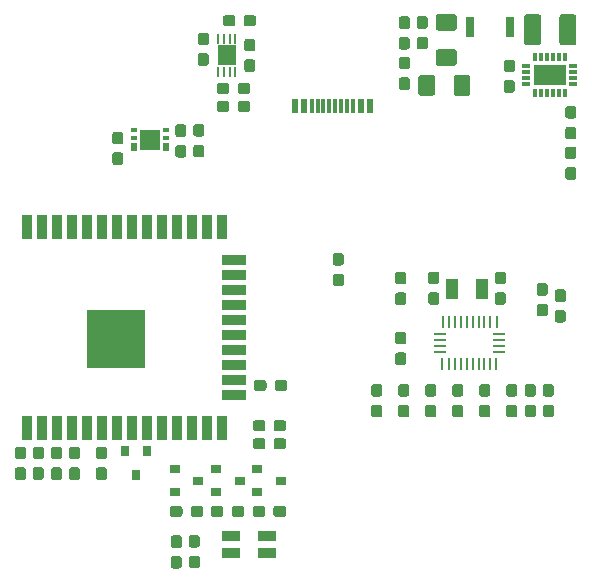
<source format=gbr>
G04 #@! TF.GenerationSoftware,KiCad,Pcbnew,(5.1.5)-2*
G04 #@! TF.CreationDate,2021-03-29T00:27:02+02:00*
G04 #@! TF.ProjectId,Versie1,56657273-6965-4312-9e6b-696361645f70,rev?*
G04 #@! TF.SameCoordinates,Original*
G04 #@! TF.FileFunction,Paste,Top*
G04 #@! TF.FilePolarity,Positive*
%FSLAX46Y46*%
G04 Gerber Fmt 4.6, Leading zero omitted, Abs format (unit mm)*
G04 Created by KiCad (PCBNEW (5.1.5)-2) date 2021-03-29 00:27:02*
%MOMM*%
%LPD*%
G04 APERTURE LIST*
%ADD10C,0.100000*%
%ADD11R,0.250000X1.075000*%
%ADD12R,0.975000X0.250000*%
%ADD13R,1.800000X1.800000*%
%ADD14R,0.500000X0.750000*%
%ADD15R,0.500000X0.400000*%
%ADD16R,0.900000X0.800000*%
%ADD17R,0.800000X0.900000*%
%ADD18R,5.000000X5.000000*%
%ADD19R,0.900000X2.000000*%
%ADD20R,2.000000X0.900000*%
%ADD21R,2.750000X1.750000*%
%ADD22R,0.800000X0.300000*%
%ADD23R,0.300000X0.800000*%
%ADD24R,0.300000X1.160000*%
%ADD25R,0.600000X1.160000*%
%ADD26R,1.500000X0.900000*%
%ADD27R,1.000000X1.800000*%
%ADD28R,0.800000X1.700000*%
%ADD29R,1.549400X1.752600*%
%ADD30R,0.254000X0.812800*%
G04 APERTURE END LIST*
D10*
G36*
X114052779Y-84030144D02*
G01*
X114075834Y-84033563D01*
X114098443Y-84039227D01*
X114120387Y-84047079D01*
X114141457Y-84057044D01*
X114161448Y-84069026D01*
X114180168Y-84082910D01*
X114197438Y-84098562D01*
X114213090Y-84115832D01*
X114226974Y-84134552D01*
X114238956Y-84154543D01*
X114248921Y-84175613D01*
X114256773Y-84197557D01*
X114262437Y-84220166D01*
X114265856Y-84243221D01*
X114267000Y-84266500D01*
X114267000Y-84841500D01*
X114265856Y-84864779D01*
X114262437Y-84887834D01*
X114256773Y-84910443D01*
X114248921Y-84932387D01*
X114238956Y-84953457D01*
X114226974Y-84973448D01*
X114213090Y-84992168D01*
X114197438Y-85009438D01*
X114180168Y-85025090D01*
X114161448Y-85038974D01*
X114141457Y-85050956D01*
X114120387Y-85060921D01*
X114098443Y-85068773D01*
X114075834Y-85074437D01*
X114052779Y-85077856D01*
X114029500Y-85079000D01*
X113554500Y-85079000D01*
X113531221Y-85077856D01*
X113508166Y-85074437D01*
X113485557Y-85068773D01*
X113463613Y-85060921D01*
X113442543Y-85050956D01*
X113422552Y-85038974D01*
X113403832Y-85025090D01*
X113386562Y-85009438D01*
X113370910Y-84992168D01*
X113357026Y-84973448D01*
X113345044Y-84953457D01*
X113335079Y-84932387D01*
X113327227Y-84910443D01*
X113321563Y-84887834D01*
X113318144Y-84864779D01*
X113317000Y-84841500D01*
X113317000Y-84266500D01*
X113318144Y-84243221D01*
X113321563Y-84220166D01*
X113327227Y-84197557D01*
X113335079Y-84175613D01*
X113345044Y-84154543D01*
X113357026Y-84134552D01*
X113370910Y-84115832D01*
X113386562Y-84098562D01*
X113403832Y-84082910D01*
X113422552Y-84069026D01*
X113442543Y-84057044D01*
X113463613Y-84047079D01*
X113485557Y-84039227D01*
X113508166Y-84033563D01*
X113531221Y-84030144D01*
X113554500Y-84029000D01*
X114029500Y-84029000D01*
X114052779Y-84030144D01*
G37*
G36*
X114052779Y-82280144D02*
G01*
X114075834Y-82283563D01*
X114098443Y-82289227D01*
X114120387Y-82297079D01*
X114141457Y-82307044D01*
X114161448Y-82319026D01*
X114180168Y-82332910D01*
X114197438Y-82348562D01*
X114213090Y-82365832D01*
X114226974Y-82384552D01*
X114238956Y-82404543D01*
X114248921Y-82425613D01*
X114256773Y-82447557D01*
X114262437Y-82470166D01*
X114265856Y-82493221D01*
X114267000Y-82516500D01*
X114267000Y-83091500D01*
X114265856Y-83114779D01*
X114262437Y-83137834D01*
X114256773Y-83160443D01*
X114248921Y-83182387D01*
X114238956Y-83203457D01*
X114226974Y-83223448D01*
X114213090Y-83242168D01*
X114197438Y-83259438D01*
X114180168Y-83275090D01*
X114161448Y-83288974D01*
X114141457Y-83300956D01*
X114120387Y-83310921D01*
X114098443Y-83318773D01*
X114075834Y-83324437D01*
X114052779Y-83327856D01*
X114029500Y-83329000D01*
X113554500Y-83329000D01*
X113531221Y-83327856D01*
X113508166Y-83324437D01*
X113485557Y-83318773D01*
X113463613Y-83310921D01*
X113442543Y-83300956D01*
X113422552Y-83288974D01*
X113403832Y-83275090D01*
X113386562Y-83259438D01*
X113370910Y-83242168D01*
X113357026Y-83223448D01*
X113345044Y-83203457D01*
X113335079Y-83182387D01*
X113327227Y-83160443D01*
X113321563Y-83137834D01*
X113318144Y-83114779D01*
X113317000Y-83091500D01*
X113317000Y-82516500D01*
X113318144Y-82493221D01*
X113321563Y-82470166D01*
X113327227Y-82447557D01*
X113335079Y-82425613D01*
X113345044Y-82404543D01*
X113357026Y-82384552D01*
X113370910Y-82365832D01*
X113386562Y-82348562D01*
X113403832Y-82332910D01*
X113422552Y-82319026D01*
X113442543Y-82307044D01*
X113463613Y-82297079D01*
X113485557Y-82289227D01*
X113508166Y-82283563D01*
X113531221Y-82280144D01*
X113554500Y-82279000D01*
X114029500Y-82279000D01*
X114052779Y-82280144D01*
G37*
G36*
X89464779Y-110397144D02*
G01*
X89487834Y-110400563D01*
X89510443Y-110406227D01*
X89532387Y-110414079D01*
X89553457Y-110424044D01*
X89573448Y-110436026D01*
X89592168Y-110449910D01*
X89609438Y-110465562D01*
X89625090Y-110482832D01*
X89638974Y-110501552D01*
X89650956Y-110521543D01*
X89660921Y-110542613D01*
X89668773Y-110564557D01*
X89674437Y-110587166D01*
X89677856Y-110610221D01*
X89679000Y-110633500D01*
X89679000Y-111108500D01*
X89677856Y-111131779D01*
X89674437Y-111154834D01*
X89668773Y-111177443D01*
X89660921Y-111199387D01*
X89650956Y-111220457D01*
X89638974Y-111240448D01*
X89625090Y-111259168D01*
X89609438Y-111276438D01*
X89592168Y-111292090D01*
X89573448Y-111305974D01*
X89553457Y-111317956D01*
X89532387Y-111327921D01*
X89510443Y-111335773D01*
X89487834Y-111341437D01*
X89464779Y-111344856D01*
X89441500Y-111346000D01*
X88866500Y-111346000D01*
X88843221Y-111344856D01*
X88820166Y-111341437D01*
X88797557Y-111335773D01*
X88775613Y-111327921D01*
X88754543Y-111317956D01*
X88734552Y-111305974D01*
X88715832Y-111292090D01*
X88698562Y-111276438D01*
X88682910Y-111259168D01*
X88669026Y-111240448D01*
X88657044Y-111220457D01*
X88647079Y-111199387D01*
X88639227Y-111177443D01*
X88633563Y-111154834D01*
X88630144Y-111131779D01*
X88629000Y-111108500D01*
X88629000Y-110633500D01*
X88630144Y-110610221D01*
X88633563Y-110587166D01*
X88639227Y-110564557D01*
X88647079Y-110542613D01*
X88657044Y-110521543D01*
X88669026Y-110501552D01*
X88682910Y-110482832D01*
X88698562Y-110465562D01*
X88715832Y-110449910D01*
X88734552Y-110436026D01*
X88754543Y-110424044D01*
X88775613Y-110414079D01*
X88797557Y-110406227D01*
X88820166Y-110400563D01*
X88843221Y-110397144D01*
X88866500Y-110396000D01*
X89441500Y-110396000D01*
X89464779Y-110397144D01*
G37*
G36*
X87714779Y-110397144D02*
G01*
X87737834Y-110400563D01*
X87760443Y-110406227D01*
X87782387Y-110414079D01*
X87803457Y-110424044D01*
X87823448Y-110436026D01*
X87842168Y-110449910D01*
X87859438Y-110465562D01*
X87875090Y-110482832D01*
X87888974Y-110501552D01*
X87900956Y-110521543D01*
X87910921Y-110542613D01*
X87918773Y-110564557D01*
X87924437Y-110587166D01*
X87927856Y-110610221D01*
X87929000Y-110633500D01*
X87929000Y-111108500D01*
X87927856Y-111131779D01*
X87924437Y-111154834D01*
X87918773Y-111177443D01*
X87910921Y-111199387D01*
X87900956Y-111220457D01*
X87888974Y-111240448D01*
X87875090Y-111259168D01*
X87859438Y-111276438D01*
X87842168Y-111292090D01*
X87823448Y-111305974D01*
X87803457Y-111317956D01*
X87782387Y-111327921D01*
X87760443Y-111335773D01*
X87737834Y-111341437D01*
X87714779Y-111344856D01*
X87691500Y-111346000D01*
X87116500Y-111346000D01*
X87093221Y-111344856D01*
X87070166Y-111341437D01*
X87047557Y-111335773D01*
X87025613Y-111327921D01*
X87004543Y-111317956D01*
X86984552Y-111305974D01*
X86965832Y-111292090D01*
X86948562Y-111276438D01*
X86932910Y-111259168D01*
X86919026Y-111240448D01*
X86907044Y-111220457D01*
X86897079Y-111199387D01*
X86889227Y-111177443D01*
X86883563Y-111154834D01*
X86880144Y-111131779D01*
X86879000Y-111108500D01*
X86879000Y-110633500D01*
X86880144Y-110610221D01*
X86883563Y-110587166D01*
X86889227Y-110564557D01*
X86897079Y-110542613D01*
X86907044Y-110521543D01*
X86919026Y-110501552D01*
X86932910Y-110482832D01*
X86948562Y-110465562D01*
X86965832Y-110449910D01*
X86984552Y-110436026D01*
X87004543Y-110424044D01*
X87025613Y-110414079D01*
X87047557Y-110406227D01*
X87070166Y-110400563D01*
X87093221Y-110397144D01*
X87116500Y-110396000D01*
X87691500Y-110396000D01*
X87714779Y-110397144D01*
G37*
G36*
X82175779Y-120352144D02*
G01*
X82198834Y-120355563D01*
X82221443Y-120361227D01*
X82243387Y-120369079D01*
X82264457Y-120379044D01*
X82284448Y-120391026D01*
X82303168Y-120404910D01*
X82320438Y-120420562D01*
X82336090Y-120437832D01*
X82349974Y-120456552D01*
X82361956Y-120476543D01*
X82371921Y-120497613D01*
X82379773Y-120519557D01*
X82385437Y-120542166D01*
X82388856Y-120565221D01*
X82390000Y-120588500D01*
X82390000Y-121163500D01*
X82388856Y-121186779D01*
X82385437Y-121209834D01*
X82379773Y-121232443D01*
X82371921Y-121254387D01*
X82361956Y-121275457D01*
X82349974Y-121295448D01*
X82336090Y-121314168D01*
X82320438Y-121331438D01*
X82303168Y-121347090D01*
X82284448Y-121360974D01*
X82264457Y-121372956D01*
X82243387Y-121382921D01*
X82221443Y-121390773D01*
X82198834Y-121396437D01*
X82175779Y-121399856D01*
X82152500Y-121401000D01*
X81677500Y-121401000D01*
X81654221Y-121399856D01*
X81631166Y-121396437D01*
X81608557Y-121390773D01*
X81586613Y-121382921D01*
X81565543Y-121372956D01*
X81545552Y-121360974D01*
X81526832Y-121347090D01*
X81509562Y-121331438D01*
X81493910Y-121314168D01*
X81480026Y-121295448D01*
X81468044Y-121275457D01*
X81458079Y-121254387D01*
X81450227Y-121232443D01*
X81444563Y-121209834D01*
X81441144Y-121186779D01*
X81440000Y-121163500D01*
X81440000Y-120588500D01*
X81441144Y-120565221D01*
X81444563Y-120542166D01*
X81450227Y-120519557D01*
X81458079Y-120497613D01*
X81468044Y-120476543D01*
X81480026Y-120456552D01*
X81493910Y-120437832D01*
X81509562Y-120420562D01*
X81526832Y-120404910D01*
X81545552Y-120391026D01*
X81565543Y-120379044D01*
X81586613Y-120369079D01*
X81608557Y-120361227D01*
X81631166Y-120355563D01*
X81654221Y-120352144D01*
X81677500Y-120351000D01*
X82152500Y-120351000D01*
X82175779Y-120352144D01*
G37*
G36*
X82175779Y-118602144D02*
G01*
X82198834Y-118605563D01*
X82221443Y-118611227D01*
X82243387Y-118619079D01*
X82264457Y-118629044D01*
X82284448Y-118641026D01*
X82303168Y-118654910D01*
X82320438Y-118670562D01*
X82336090Y-118687832D01*
X82349974Y-118706552D01*
X82361956Y-118726543D01*
X82371921Y-118747613D01*
X82379773Y-118769557D01*
X82385437Y-118792166D01*
X82388856Y-118815221D01*
X82390000Y-118838500D01*
X82390000Y-119413500D01*
X82388856Y-119436779D01*
X82385437Y-119459834D01*
X82379773Y-119482443D01*
X82371921Y-119504387D01*
X82361956Y-119525457D01*
X82349974Y-119545448D01*
X82336090Y-119564168D01*
X82320438Y-119581438D01*
X82303168Y-119597090D01*
X82284448Y-119610974D01*
X82264457Y-119622956D01*
X82243387Y-119632921D01*
X82221443Y-119640773D01*
X82198834Y-119646437D01*
X82175779Y-119649856D01*
X82152500Y-119651000D01*
X81677500Y-119651000D01*
X81654221Y-119649856D01*
X81631166Y-119646437D01*
X81608557Y-119640773D01*
X81586613Y-119632921D01*
X81565543Y-119622956D01*
X81545552Y-119610974D01*
X81526832Y-119597090D01*
X81509562Y-119581438D01*
X81493910Y-119564168D01*
X81480026Y-119545448D01*
X81468044Y-119525457D01*
X81458079Y-119504387D01*
X81450227Y-119482443D01*
X81444563Y-119459834D01*
X81441144Y-119436779D01*
X81440000Y-119413500D01*
X81440000Y-118838500D01*
X81441144Y-118815221D01*
X81444563Y-118792166D01*
X81450227Y-118769557D01*
X81458079Y-118747613D01*
X81468044Y-118726543D01*
X81480026Y-118706552D01*
X81493910Y-118687832D01*
X81509562Y-118670562D01*
X81526832Y-118654910D01*
X81545552Y-118641026D01*
X81565543Y-118629044D01*
X81586613Y-118619079D01*
X81608557Y-118611227D01*
X81631166Y-118605563D01*
X81654221Y-118602144D01*
X81677500Y-118601000D01*
X82152500Y-118601000D01*
X82175779Y-118602144D01*
G37*
G36*
X80651779Y-118630144D02*
G01*
X80674834Y-118633563D01*
X80697443Y-118639227D01*
X80719387Y-118647079D01*
X80740457Y-118657044D01*
X80760448Y-118669026D01*
X80779168Y-118682910D01*
X80796438Y-118698562D01*
X80812090Y-118715832D01*
X80825974Y-118734552D01*
X80837956Y-118754543D01*
X80847921Y-118775613D01*
X80855773Y-118797557D01*
X80861437Y-118820166D01*
X80864856Y-118843221D01*
X80866000Y-118866500D01*
X80866000Y-119441500D01*
X80864856Y-119464779D01*
X80861437Y-119487834D01*
X80855773Y-119510443D01*
X80847921Y-119532387D01*
X80837956Y-119553457D01*
X80825974Y-119573448D01*
X80812090Y-119592168D01*
X80796438Y-119609438D01*
X80779168Y-119625090D01*
X80760448Y-119638974D01*
X80740457Y-119650956D01*
X80719387Y-119660921D01*
X80697443Y-119668773D01*
X80674834Y-119674437D01*
X80651779Y-119677856D01*
X80628500Y-119679000D01*
X80153500Y-119679000D01*
X80130221Y-119677856D01*
X80107166Y-119674437D01*
X80084557Y-119668773D01*
X80062613Y-119660921D01*
X80041543Y-119650956D01*
X80021552Y-119638974D01*
X80002832Y-119625090D01*
X79985562Y-119609438D01*
X79969910Y-119592168D01*
X79956026Y-119573448D01*
X79944044Y-119553457D01*
X79934079Y-119532387D01*
X79926227Y-119510443D01*
X79920563Y-119487834D01*
X79917144Y-119464779D01*
X79916000Y-119441500D01*
X79916000Y-118866500D01*
X79917144Y-118843221D01*
X79920563Y-118820166D01*
X79926227Y-118797557D01*
X79934079Y-118775613D01*
X79944044Y-118754543D01*
X79956026Y-118734552D01*
X79969910Y-118715832D01*
X79985562Y-118698562D01*
X80002832Y-118682910D01*
X80021552Y-118669026D01*
X80041543Y-118657044D01*
X80062613Y-118647079D01*
X80084557Y-118639227D01*
X80107166Y-118633563D01*
X80130221Y-118630144D01*
X80153500Y-118629000D01*
X80628500Y-118629000D01*
X80651779Y-118630144D01*
G37*
G36*
X80651779Y-120380144D02*
G01*
X80674834Y-120383563D01*
X80697443Y-120389227D01*
X80719387Y-120397079D01*
X80740457Y-120407044D01*
X80760448Y-120419026D01*
X80779168Y-120432910D01*
X80796438Y-120448562D01*
X80812090Y-120465832D01*
X80825974Y-120484552D01*
X80837956Y-120504543D01*
X80847921Y-120525613D01*
X80855773Y-120547557D01*
X80861437Y-120570166D01*
X80864856Y-120593221D01*
X80866000Y-120616500D01*
X80866000Y-121191500D01*
X80864856Y-121214779D01*
X80861437Y-121237834D01*
X80855773Y-121260443D01*
X80847921Y-121282387D01*
X80837956Y-121303457D01*
X80825974Y-121323448D01*
X80812090Y-121342168D01*
X80796438Y-121359438D01*
X80779168Y-121375090D01*
X80760448Y-121388974D01*
X80740457Y-121400956D01*
X80719387Y-121410921D01*
X80697443Y-121418773D01*
X80674834Y-121424437D01*
X80651779Y-121427856D01*
X80628500Y-121429000D01*
X80153500Y-121429000D01*
X80130221Y-121427856D01*
X80107166Y-121424437D01*
X80084557Y-121418773D01*
X80062613Y-121410921D01*
X80041543Y-121400956D01*
X80021552Y-121388974D01*
X80002832Y-121375090D01*
X79985562Y-121359438D01*
X79969910Y-121342168D01*
X79956026Y-121323448D01*
X79944044Y-121303457D01*
X79934079Y-121282387D01*
X79926227Y-121260443D01*
X79920563Y-121237834D01*
X79917144Y-121214779D01*
X79916000Y-121191500D01*
X79916000Y-120616500D01*
X79917144Y-120593221D01*
X79920563Y-120570166D01*
X79926227Y-120547557D01*
X79934079Y-120525613D01*
X79944044Y-120504543D01*
X79956026Y-120484552D01*
X79969910Y-120465832D01*
X79985562Y-120448562D01*
X80002832Y-120432910D01*
X80021552Y-120419026D01*
X80041543Y-120407044D01*
X80062613Y-120397079D01*
X80084557Y-120389227D01*
X80107166Y-120383563D01*
X80130221Y-120380144D01*
X80153500Y-120379000D01*
X80628500Y-120379000D01*
X80651779Y-120380144D01*
G37*
D11*
X102983000Y-100551500D03*
D12*
X102720000Y-101563500D03*
X102720000Y-102063500D03*
X102720000Y-102563500D03*
X102720000Y-103063500D03*
D11*
X102920000Y-104076500D03*
X103483000Y-104076500D03*
X103983000Y-104076500D03*
X104483000Y-104076500D03*
X104983000Y-104076500D03*
X105483000Y-104076500D03*
X105983000Y-104076500D03*
X106483000Y-104076500D03*
X106983000Y-104076500D03*
X107496000Y-104076500D03*
D12*
X107746000Y-103063500D03*
X107746000Y-102563500D03*
X107746000Y-102063500D03*
X107746000Y-101563500D03*
D11*
X107546000Y-100551500D03*
X106983000Y-100551500D03*
X106483000Y-100551500D03*
X105983000Y-100551500D03*
X105483000Y-100551500D03*
X104983000Y-100551500D03*
X104483000Y-100551500D03*
X103983000Y-100551500D03*
X103483000Y-100551500D03*
D10*
G36*
X103900504Y-77447704D02*
G01*
X103924773Y-77451304D01*
X103948571Y-77457265D01*
X103971671Y-77465530D01*
X103993849Y-77476020D01*
X104014893Y-77488633D01*
X104034598Y-77503247D01*
X104052777Y-77519723D01*
X104069253Y-77537902D01*
X104083867Y-77557607D01*
X104096480Y-77578651D01*
X104106970Y-77600829D01*
X104115235Y-77623929D01*
X104121196Y-77647727D01*
X104124796Y-77671996D01*
X104126000Y-77696500D01*
X104126000Y-78621500D01*
X104124796Y-78646004D01*
X104121196Y-78670273D01*
X104115235Y-78694071D01*
X104106970Y-78717171D01*
X104096480Y-78739349D01*
X104083867Y-78760393D01*
X104069253Y-78780098D01*
X104052777Y-78798277D01*
X104034598Y-78814753D01*
X104014893Y-78829367D01*
X103993849Y-78841980D01*
X103971671Y-78852470D01*
X103948571Y-78860735D01*
X103924773Y-78866696D01*
X103900504Y-78870296D01*
X103876000Y-78871500D01*
X102626000Y-78871500D01*
X102601496Y-78870296D01*
X102577227Y-78866696D01*
X102553429Y-78860735D01*
X102530329Y-78852470D01*
X102508151Y-78841980D01*
X102487107Y-78829367D01*
X102467402Y-78814753D01*
X102449223Y-78798277D01*
X102432747Y-78780098D01*
X102418133Y-78760393D01*
X102405520Y-78739349D01*
X102395030Y-78717171D01*
X102386765Y-78694071D01*
X102380804Y-78670273D01*
X102377204Y-78646004D01*
X102376000Y-78621500D01*
X102376000Y-77696500D01*
X102377204Y-77671996D01*
X102380804Y-77647727D01*
X102386765Y-77623929D01*
X102395030Y-77600829D01*
X102405520Y-77578651D01*
X102418133Y-77557607D01*
X102432747Y-77537902D01*
X102449223Y-77519723D01*
X102467402Y-77503247D01*
X102487107Y-77488633D01*
X102508151Y-77476020D01*
X102530329Y-77465530D01*
X102553429Y-77457265D01*
X102577227Y-77451304D01*
X102601496Y-77447704D01*
X102626000Y-77446500D01*
X103876000Y-77446500D01*
X103900504Y-77447704D01*
G37*
G36*
X103900504Y-74472704D02*
G01*
X103924773Y-74476304D01*
X103948571Y-74482265D01*
X103971671Y-74490530D01*
X103993849Y-74501020D01*
X104014893Y-74513633D01*
X104034598Y-74528247D01*
X104052777Y-74544723D01*
X104069253Y-74562902D01*
X104083867Y-74582607D01*
X104096480Y-74603651D01*
X104106970Y-74625829D01*
X104115235Y-74648929D01*
X104121196Y-74672727D01*
X104124796Y-74696996D01*
X104126000Y-74721500D01*
X104126000Y-75646500D01*
X104124796Y-75671004D01*
X104121196Y-75695273D01*
X104115235Y-75719071D01*
X104106970Y-75742171D01*
X104096480Y-75764349D01*
X104083867Y-75785393D01*
X104069253Y-75805098D01*
X104052777Y-75823277D01*
X104034598Y-75839753D01*
X104014893Y-75854367D01*
X103993849Y-75866980D01*
X103971671Y-75877470D01*
X103948571Y-75885735D01*
X103924773Y-75891696D01*
X103900504Y-75895296D01*
X103876000Y-75896500D01*
X102626000Y-75896500D01*
X102601496Y-75895296D01*
X102577227Y-75891696D01*
X102553429Y-75885735D01*
X102530329Y-75877470D01*
X102508151Y-75866980D01*
X102487107Y-75854367D01*
X102467402Y-75839753D01*
X102449223Y-75823277D01*
X102432747Y-75805098D01*
X102418133Y-75785393D01*
X102405520Y-75764349D01*
X102395030Y-75742171D01*
X102386765Y-75719071D01*
X102380804Y-75695273D01*
X102377204Y-75671004D01*
X102376000Y-75646500D01*
X102376000Y-74721500D01*
X102377204Y-74696996D01*
X102380804Y-74672727D01*
X102386765Y-74648929D01*
X102395030Y-74625829D01*
X102405520Y-74603651D01*
X102418133Y-74582607D01*
X102432747Y-74562902D01*
X102449223Y-74544723D01*
X102467402Y-74528247D01*
X102487107Y-74513633D01*
X102508151Y-74501020D01*
X102530329Y-74490530D01*
X102553429Y-74482265D01*
X102577227Y-74476304D01*
X102601496Y-74472704D01*
X102626000Y-74471500D01*
X103876000Y-74471500D01*
X103900504Y-74472704D01*
G37*
G36*
X105062004Y-79644204D02*
G01*
X105086273Y-79647804D01*
X105110071Y-79653765D01*
X105133171Y-79662030D01*
X105155349Y-79672520D01*
X105176393Y-79685133D01*
X105196098Y-79699747D01*
X105214277Y-79716223D01*
X105230753Y-79734402D01*
X105245367Y-79754107D01*
X105257980Y-79775151D01*
X105268470Y-79797329D01*
X105276735Y-79820429D01*
X105282696Y-79844227D01*
X105286296Y-79868496D01*
X105287500Y-79893000D01*
X105287500Y-81143000D01*
X105286296Y-81167504D01*
X105282696Y-81191773D01*
X105276735Y-81215571D01*
X105268470Y-81238671D01*
X105257980Y-81260849D01*
X105245367Y-81281893D01*
X105230753Y-81301598D01*
X105214277Y-81319777D01*
X105196098Y-81336253D01*
X105176393Y-81350867D01*
X105155349Y-81363480D01*
X105133171Y-81373970D01*
X105110071Y-81382235D01*
X105086273Y-81388196D01*
X105062004Y-81391796D01*
X105037500Y-81393000D01*
X104112500Y-81393000D01*
X104087996Y-81391796D01*
X104063727Y-81388196D01*
X104039929Y-81382235D01*
X104016829Y-81373970D01*
X103994651Y-81363480D01*
X103973607Y-81350867D01*
X103953902Y-81336253D01*
X103935723Y-81319777D01*
X103919247Y-81301598D01*
X103904633Y-81281893D01*
X103892020Y-81260849D01*
X103881530Y-81238671D01*
X103873265Y-81215571D01*
X103867304Y-81191773D01*
X103863704Y-81167504D01*
X103862500Y-81143000D01*
X103862500Y-79893000D01*
X103863704Y-79868496D01*
X103867304Y-79844227D01*
X103873265Y-79820429D01*
X103881530Y-79797329D01*
X103892020Y-79775151D01*
X103904633Y-79754107D01*
X103919247Y-79734402D01*
X103935723Y-79716223D01*
X103953902Y-79699747D01*
X103973607Y-79685133D01*
X103994651Y-79672520D01*
X104016829Y-79662030D01*
X104039929Y-79653765D01*
X104063727Y-79647804D01*
X104087996Y-79644204D01*
X104112500Y-79643000D01*
X105037500Y-79643000D01*
X105062004Y-79644204D01*
G37*
G36*
X102087004Y-79644204D02*
G01*
X102111273Y-79647804D01*
X102135071Y-79653765D01*
X102158171Y-79662030D01*
X102180349Y-79672520D01*
X102201393Y-79685133D01*
X102221098Y-79699747D01*
X102239277Y-79716223D01*
X102255753Y-79734402D01*
X102270367Y-79754107D01*
X102282980Y-79775151D01*
X102293470Y-79797329D01*
X102301735Y-79820429D01*
X102307696Y-79844227D01*
X102311296Y-79868496D01*
X102312500Y-79893000D01*
X102312500Y-81143000D01*
X102311296Y-81167504D01*
X102307696Y-81191773D01*
X102301735Y-81215571D01*
X102293470Y-81238671D01*
X102282980Y-81260849D01*
X102270367Y-81281893D01*
X102255753Y-81301598D01*
X102239277Y-81319777D01*
X102221098Y-81336253D01*
X102201393Y-81350867D01*
X102180349Y-81363480D01*
X102158171Y-81373970D01*
X102135071Y-81382235D01*
X102111273Y-81388196D01*
X102087004Y-81391796D01*
X102062500Y-81393000D01*
X101137500Y-81393000D01*
X101112996Y-81391796D01*
X101088727Y-81388196D01*
X101064929Y-81382235D01*
X101041829Y-81373970D01*
X101019651Y-81363480D01*
X100998607Y-81350867D01*
X100978902Y-81336253D01*
X100960723Y-81319777D01*
X100944247Y-81301598D01*
X100929633Y-81281893D01*
X100917020Y-81260849D01*
X100906530Y-81238671D01*
X100898265Y-81215571D01*
X100892304Y-81191773D01*
X100888704Y-81167504D01*
X100887500Y-81143000D01*
X100887500Y-79893000D01*
X100888704Y-79868496D01*
X100892304Y-79844227D01*
X100898265Y-79820429D01*
X100906530Y-79797329D01*
X100917020Y-79775151D01*
X100929633Y-79754107D01*
X100944247Y-79734402D01*
X100960723Y-79716223D01*
X100978902Y-79699747D01*
X100998607Y-79685133D01*
X101019651Y-79672520D01*
X101041829Y-79662030D01*
X101064929Y-79653765D01*
X101088727Y-79647804D01*
X101112996Y-79644204D01*
X101137500Y-79643000D01*
X102062500Y-79643000D01*
X102087004Y-79644204D01*
G37*
D13*
X78137000Y-85113000D03*
D14*
X76787000Y-85713000D03*
D15*
X76787000Y-84938000D03*
X76787000Y-84338000D03*
X79487000Y-84338000D03*
X79487000Y-84938000D03*
D14*
X79487000Y-85713000D03*
D16*
X87265000Y-113035000D03*
X87265000Y-114935000D03*
X89265000Y-113985000D03*
X82264000Y-113980000D03*
X80264000Y-114930000D03*
X80264000Y-113030000D03*
X85772500Y-113980000D03*
X83772500Y-114930000D03*
X83772500Y-113030000D03*
D17*
X77912000Y-111522000D03*
X76012000Y-111522000D03*
X76962000Y-113522000D03*
D18*
X75245000Y-102000000D03*
D19*
X67745000Y-109500000D03*
X69015000Y-109500000D03*
X70285000Y-109500000D03*
X71555000Y-109500000D03*
X72825000Y-109500000D03*
X74095000Y-109500000D03*
X75365000Y-109500000D03*
X76635000Y-109500000D03*
X77905000Y-109500000D03*
X79175000Y-109500000D03*
X80445000Y-109500000D03*
X81715000Y-109500000D03*
X82985000Y-109500000D03*
X84255000Y-109500000D03*
D20*
X85255000Y-106715000D03*
X85255000Y-105445000D03*
X85255000Y-104175000D03*
X85255000Y-102905000D03*
X85255000Y-101635000D03*
X85255000Y-100365000D03*
X85255000Y-99095000D03*
X85255000Y-97825000D03*
X85255000Y-96555000D03*
X85255000Y-95285000D03*
D19*
X84255000Y-92500000D03*
X82985000Y-92500000D03*
X81715000Y-92500000D03*
X80445000Y-92500000D03*
X79175000Y-92500000D03*
X77905000Y-92500000D03*
X76635000Y-92500000D03*
X75365000Y-92500000D03*
X74095000Y-92500000D03*
X72825000Y-92500000D03*
X71555000Y-92500000D03*
X70285000Y-92500000D03*
X69015000Y-92500000D03*
X67745000Y-92500000D03*
D10*
G36*
X72032779Y-112873144D02*
G01*
X72055834Y-112876563D01*
X72078443Y-112882227D01*
X72100387Y-112890079D01*
X72121457Y-112900044D01*
X72141448Y-112912026D01*
X72160168Y-112925910D01*
X72177438Y-112941562D01*
X72193090Y-112958832D01*
X72206974Y-112977552D01*
X72218956Y-112997543D01*
X72228921Y-113018613D01*
X72236773Y-113040557D01*
X72242437Y-113063166D01*
X72245856Y-113086221D01*
X72247000Y-113109500D01*
X72247000Y-113684500D01*
X72245856Y-113707779D01*
X72242437Y-113730834D01*
X72236773Y-113753443D01*
X72228921Y-113775387D01*
X72218956Y-113796457D01*
X72206974Y-113816448D01*
X72193090Y-113835168D01*
X72177438Y-113852438D01*
X72160168Y-113868090D01*
X72141448Y-113881974D01*
X72121457Y-113893956D01*
X72100387Y-113903921D01*
X72078443Y-113911773D01*
X72055834Y-113917437D01*
X72032779Y-113920856D01*
X72009500Y-113922000D01*
X71534500Y-113922000D01*
X71511221Y-113920856D01*
X71488166Y-113917437D01*
X71465557Y-113911773D01*
X71443613Y-113903921D01*
X71422543Y-113893956D01*
X71402552Y-113881974D01*
X71383832Y-113868090D01*
X71366562Y-113852438D01*
X71350910Y-113835168D01*
X71337026Y-113816448D01*
X71325044Y-113796457D01*
X71315079Y-113775387D01*
X71307227Y-113753443D01*
X71301563Y-113730834D01*
X71298144Y-113707779D01*
X71297000Y-113684500D01*
X71297000Y-113109500D01*
X71298144Y-113086221D01*
X71301563Y-113063166D01*
X71307227Y-113040557D01*
X71315079Y-113018613D01*
X71325044Y-112997543D01*
X71337026Y-112977552D01*
X71350910Y-112958832D01*
X71366562Y-112941562D01*
X71383832Y-112925910D01*
X71402552Y-112912026D01*
X71422543Y-112900044D01*
X71443613Y-112890079D01*
X71465557Y-112882227D01*
X71488166Y-112876563D01*
X71511221Y-112873144D01*
X71534500Y-112872000D01*
X72009500Y-112872000D01*
X72032779Y-112873144D01*
G37*
G36*
X72032779Y-111123144D02*
G01*
X72055834Y-111126563D01*
X72078443Y-111132227D01*
X72100387Y-111140079D01*
X72121457Y-111150044D01*
X72141448Y-111162026D01*
X72160168Y-111175910D01*
X72177438Y-111191562D01*
X72193090Y-111208832D01*
X72206974Y-111227552D01*
X72218956Y-111247543D01*
X72228921Y-111268613D01*
X72236773Y-111290557D01*
X72242437Y-111313166D01*
X72245856Y-111336221D01*
X72247000Y-111359500D01*
X72247000Y-111934500D01*
X72245856Y-111957779D01*
X72242437Y-111980834D01*
X72236773Y-112003443D01*
X72228921Y-112025387D01*
X72218956Y-112046457D01*
X72206974Y-112066448D01*
X72193090Y-112085168D01*
X72177438Y-112102438D01*
X72160168Y-112118090D01*
X72141448Y-112131974D01*
X72121457Y-112143956D01*
X72100387Y-112153921D01*
X72078443Y-112161773D01*
X72055834Y-112167437D01*
X72032779Y-112170856D01*
X72009500Y-112172000D01*
X71534500Y-112172000D01*
X71511221Y-112170856D01*
X71488166Y-112167437D01*
X71465557Y-112161773D01*
X71443613Y-112153921D01*
X71422543Y-112143956D01*
X71402552Y-112131974D01*
X71383832Y-112118090D01*
X71366562Y-112102438D01*
X71350910Y-112085168D01*
X71337026Y-112066448D01*
X71325044Y-112046457D01*
X71315079Y-112025387D01*
X71307227Y-112003443D01*
X71301563Y-111980834D01*
X71298144Y-111957779D01*
X71297000Y-111934500D01*
X71297000Y-111359500D01*
X71298144Y-111336221D01*
X71301563Y-111313166D01*
X71307227Y-111290557D01*
X71315079Y-111268613D01*
X71325044Y-111247543D01*
X71337026Y-111227552D01*
X71350910Y-111208832D01*
X71366562Y-111191562D01*
X71383832Y-111175910D01*
X71402552Y-111162026D01*
X71422543Y-111150044D01*
X71443613Y-111140079D01*
X71465557Y-111132227D01*
X71488166Y-111126563D01*
X71511221Y-111123144D01*
X71534500Y-111122000D01*
X72009500Y-111122000D01*
X72032779Y-111123144D01*
G37*
G36*
X67443779Y-112873144D02*
G01*
X67466834Y-112876563D01*
X67489443Y-112882227D01*
X67511387Y-112890079D01*
X67532457Y-112900044D01*
X67552448Y-112912026D01*
X67571168Y-112925910D01*
X67588438Y-112941562D01*
X67604090Y-112958832D01*
X67617974Y-112977552D01*
X67629956Y-112997543D01*
X67639921Y-113018613D01*
X67647773Y-113040557D01*
X67653437Y-113063166D01*
X67656856Y-113086221D01*
X67658000Y-113109500D01*
X67658000Y-113684500D01*
X67656856Y-113707779D01*
X67653437Y-113730834D01*
X67647773Y-113753443D01*
X67639921Y-113775387D01*
X67629956Y-113796457D01*
X67617974Y-113816448D01*
X67604090Y-113835168D01*
X67588438Y-113852438D01*
X67571168Y-113868090D01*
X67552448Y-113881974D01*
X67532457Y-113893956D01*
X67511387Y-113903921D01*
X67489443Y-113911773D01*
X67466834Y-113917437D01*
X67443779Y-113920856D01*
X67420500Y-113922000D01*
X66945500Y-113922000D01*
X66922221Y-113920856D01*
X66899166Y-113917437D01*
X66876557Y-113911773D01*
X66854613Y-113903921D01*
X66833543Y-113893956D01*
X66813552Y-113881974D01*
X66794832Y-113868090D01*
X66777562Y-113852438D01*
X66761910Y-113835168D01*
X66748026Y-113816448D01*
X66736044Y-113796457D01*
X66726079Y-113775387D01*
X66718227Y-113753443D01*
X66712563Y-113730834D01*
X66709144Y-113707779D01*
X66708000Y-113684500D01*
X66708000Y-113109500D01*
X66709144Y-113086221D01*
X66712563Y-113063166D01*
X66718227Y-113040557D01*
X66726079Y-113018613D01*
X66736044Y-112997543D01*
X66748026Y-112977552D01*
X66761910Y-112958832D01*
X66777562Y-112941562D01*
X66794832Y-112925910D01*
X66813552Y-112912026D01*
X66833543Y-112900044D01*
X66854613Y-112890079D01*
X66876557Y-112882227D01*
X66899166Y-112876563D01*
X66922221Y-112873144D01*
X66945500Y-112872000D01*
X67420500Y-112872000D01*
X67443779Y-112873144D01*
G37*
G36*
X67443779Y-111123144D02*
G01*
X67466834Y-111126563D01*
X67489443Y-111132227D01*
X67511387Y-111140079D01*
X67532457Y-111150044D01*
X67552448Y-111162026D01*
X67571168Y-111175910D01*
X67588438Y-111191562D01*
X67604090Y-111208832D01*
X67617974Y-111227552D01*
X67629956Y-111247543D01*
X67639921Y-111268613D01*
X67647773Y-111290557D01*
X67653437Y-111313166D01*
X67656856Y-111336221D01*
X67658000Y-111359500D01*
X67658000Y-111934500D01*
X67656856Y-111957779D01*
X67653437Y-111980834D01*
X67647773Y-112003443D01*
X67639921Y-112025387D01*
X67629956Y-112046457D01*
X67617974Y-112066448D01*
X67604090Y-112085168D01*
X67588438Y-112102438D01*
X67571168Y-112118090D01*
X67552448Y-112131974D01*
X67532457Y-112143956D01*
X67511387Y-112153921D01*
X67489443Y-112161773D01*
X67466834Y-112167437D01*
X67443779Y-112170856D01*
X67420500Y-112172000D01*
X66945500Y-112172000D01*
X66922221Y-112170856D01*
X66899166Y-112167437D01*
X66876557Y-112161773D01*
X66854613Y-112153921D01*
X66833543Y-112143956D01*
X66813552Y-112131974D01*
X66794832Y-112118090D01*
X66777562Y-112102438D01*
X66761910Y-112085168D01*
X66748026Y-112066448D01*
X66736044Y-112046457D01*
X66726079Y-112025387D01*
X66718227Y-112003443D01*
X66712563Y-111980834D01*
X66709144Y-111957779D01*
X66708000Y-111934500D01*
X66708000Y-111359500D01*
X66709144Y-111336221D01*
X66712563Y-111313166D01*
X66718227Y-111290557D01*
X66726079Y-111268613D01*
X66736044Y-111247543D01*
X66748026Y-111227552D01*
X66761910Y-111208832D01*
X66777562Y-111191562D01*
X66794832Y-111175910D01*
X66813552Y-111162026D01*
X66833543Y-111150044D01*
X66854613Y-111140079D01*
X66876557Y-111132227D01*
X66899166Y-111126563D01*
X66922221Y-111123144D01*
X66945500Y-111122000D01*
X67420500Y-111122000D01*
X67443779Y-111123144D01*
G37*
G36*
X81032779Y-85582144D02*
G01*
X81055834Y-85585563D01*
X81078443Y-85591227D01*
X81100387Y-85599079D01*
X81121457Y-85609044D01*
X81141448Y-85621026D01*
X81160168Y-85634910D01*
X81177438Y-85650562D01*
X81193090Y-85667832D01*
X81206974Y-85686552D01*
X81218956Y-85706543D01*
X81228921Y-85727613D01*
X81236773Y-85749557D01*
X81242437Y-85772166D01*
X81245856Y-85795221D01*
X81247000Y-85818500D01*
X81247000Y-86393500D01*
X81245856Y-86416779D01*
X81242437Y-86439834D01*
X81236773Y-86462443D01*
X81228921Y-86484387D01*
X81218956Y-86505457D01*
X81206974Y-86525448D01*
X81193090Y-86544168D01*
X81177438Y-86561438D01*
X81160168Y-86577090D01*
X81141448Y-86590974D01*
X81121457Y-86602956D01*
X81100387Y-86612921D01*
X81078443Y-86620773D01*
X81055834Y-86626437D01*
X81032779Y-86629856D01*
X81009500Y-86631000D01*
X80534500Y-86631000D01*
X80511221Y-86629856D01*
X80488166Y-86626437D01*
X80465557Y-86620773D01*
X80443613Y-86612921D01*
X80422543Y-86602956D01*
X80402552Y-86590974D01*
X80383832Y-86577090D01*
X80366562Y-86561438D01*
X80350910Y-86544168D01*
X80337026Y-86525448D01*
X80325044Y-86505457D01*
X80315079Y-86484387D01*
X80307227Y-86462443D01*
X80301563Y-86439834D01*
X80298144Y-86416779D01*
X80297000Y-86393500D01*
X80297000Y-85818500D01*
X80298144Y-85795221D01*
X80301563Y-85772166D01*
X80307227Y-85749557D01*
X80315079Y-85727613D01*
X80325044Y-85706543D01*
X80337026Y-85686552D01*
X80350910Y-85667832D01*
X80366562Y-85650562D01*
X80383832Y-85634910D01*
X80402552Y-85621026D01*
X80422543Y-85609044D01*
X80443613Y-85599079D01*
X80465557Y-85591227D01*
X80488166Y-85585563D01*
X80511221Y-85582144D01*
X80534500Y-85581000D01*
X81009500Y-85581000D01*
X81032779Y-85582144D01*
G37*
G36*
X81032779Y-83832144D02*
G01*
X81055834Y-83835563D01*
X81078443Y-83841227D01*
X81100387Y-83849079D01*
X81121457Y-83859044D01*
X81141448Y-83871026D01*
X81160168Y-83884910D01*
X81177438Y-83900562D01*
X81193090Y-83917832D01*
X81206974Y-83936552D01*
X81218956Y-83956543D01*
X81228921Y-83977613D01*
X81236773Y-83999557D01*
X81242437Y-84022166D01*
X81245856Y-84045221D01*
X81247000Y-84068500D01*
X81247000Y-84643500D01*
X81245856Y-84666779D01*
X81242437Y-84689834D01*
X81236773Y-84712443D01*
X81228921Y-84734387D01*
X81218956Y-84755457D01*
X81206974Y-84775448D01*
X81193090Y-84794168D01*
X81177438Y-84811438D01*
X81160168Y-84827090D01*
X81141448Y-84840974D01*
X81121457Y-84852956D01*
X81100387Y-84862921D01*
X81078443Y-84870773D01*
X81055834Y-84876437D01*
X81032779Y-84879856D01*
X81009500Y-84881000D01*
X80534500Y-84881000D01*
X80511221Y-84879856D01*
X80488166Y-84876437D01*
X80465557Y-84870773D01*
X80443613Y-84862921D01*
X80422543Y-84852956D01*
X80402552Y-84840974D01*
X80383832Y-84827090D01*
X80366562Y-84811438D01*
X80350910Y-84794168D01*
X80337026Y-84775448D01*
X80325044Y-84755457D01*
X80315079Y-84734387D01*
X80307227Y-84712443D01*
X80301563Y-84689834D01*
X80298144Y-84666779D01*
X80297000Y-84643500D01*
X80297000Y-84068500D01*
X80298144Y-84045221D01*
X80301563Y-84022166D01*
X80307227Y-83999557D01*
X80315079Y-83977613D01*
X80325044Y-83956543D01*
X80337026Y-83936552D01*
X80350910Y-83917832D01*
X80366562Y-83900562D01*
X80383832Y-83884910D01*
X80402552Y-83871026D01*
X80422543Y-83859044D01*
X80443613Y-83849079D01*
X80465557Y-83841227D01*
X80488166Y-83835563D01*
X80511221Y-83832144D01*
X80534500Y-83831000D01*
X81009500Y-83831000D01*
X81032779Y-83832144D01*
G37*
G36*
X68967779Y-112859144D02*
G01*
X68990834Y-112862563D01*
X69013443Y-112868227D01*
X69035387Y-112876079D01*
X69056457Y-112886044D01*
X69076448Y-112898026D01*
X69095168Y-112911910D01*
X69112438Y-112927562D01*
X69128090Y-112944832D01*
X69141974Y-112963552D01*
X69153956Y-112983543D01*
X69163921Y-113004613D01*
X69171773Y-113026557D01*
X69177437Y-113049166D01*
X69180856Y-113072221D01*
X69182000Y-113095500D01*
X69182000Y-113670500D01*
X69180856Y-113693779D01*
X69177437Y-113716834D01*
X69171773Y-113739443D01*
X69163921Y-113761387D01*
X69153956Y-113782457D01*
X69141974Y-113802448D01*
X69128090Y-113821168D01*
X69112438Y-113838438D01*
X69095168Y-113854090D01*
X69076448Y-113867974D01*
X69056457Y-113879956D01*
X69035387Y-113889921D01*
X69013443Y-113897773D01*
X68990834Y-113903437D01*
X68967779Y-113906856D01*
X68944500Y-113908000D01*
X68469500Y-113908000D01*
X68446221Y-113906856D01*
X68423166Y-113903437D01*
X68400557Y-113897773D01*
X68378613Y-113889921D01*
X68357543Y-113879956D01*
X68337552Y-113867974D01*
X68318832Y-113854090D01*
X68301562Y-113838438D01*
X68285910Y-113821168D01*
X68272026Y-113802448D01*
X68260044Y-113782457D01*
X68250079Y-113761387D01*
X68242227Y-113739443D01*
X68236563Y-113716834D01*
X68233144Y-113693779D01*
X68232000Y-113670500D01*
X68232000Y-113095500D01*
X68233144Y-113072221D01*
X68236563Y-113049166D01*
X68242227Y-113026557D01*
X68250079Y-113004613D01*
X68260044Y-112983543D01*
X68272026Y-112963552D01*
X68285910Y-112944832D01*
X68301562Y-112927562D01*
X68318832Y-112911910D01*
X68337552Y-112898026D01*
X68357543Y-112886044D01*
X68378613Y-112876079D01*
X68400557Y-112868227D01*
X68423166Y-112862563D01*
X68446221Y-112859144D01*
X68469500Y-112858000D01*
X68944500Y-112858000D01*
X68967779Y-112859144D01*
G37*
G36*
X68967779Y-111109144D02*
G01*
X68990834Y-111112563D01*
X69013443Y-111118227D01*
X69035387Y-111126079D01*
X69056457Y-111136044D01*
X69076448Y-111148026D01*
X69095168Y-111161910D01*
X69112438Y-111177562D01*
X69128090Y-111194832D01*
X69141974Y-111213552D01*
X69153956Y-111233543D01*
X69163921Y-111254613D01*
X69171773Y-111276557D01*
X69177437Y-111299166D01*
X69180856Y-111322221D01*
X69182000Y-111345500D01*
X69182000Y-111920500D01*
X69180856Y-111943779D01*
X69177437Y-111966834D01*
X69171773Y-111989443D01*
X69163921Y-112011387D01*
X69153956Y-112032457D01*
X69141974Y-112052448D01*
X69128090Y-112071168D01*
X69112438Y-112088438D01*
X69095168Y-112104090D01*
X69076448Y-112117974D01*
X69056457Y-112129956D01*
X69035387Y-112139921D01*
X69013443Y-112147773D01*
X68990834Y-112153437D01*
X68967779Y-112156856D01*
X68944500Y-112158000D01*
X68469500Y-112158000D01*
X68446221Y-112156856D01*
X68423166Y-112153437D01*
X68400557Y-112147773D01*
X68378613Y-112139921D01*
X68357543Y-112129956D01*
X68337552Y-112117974D01*
X68318832Y-112104090D01*
X68301562Y-112088438D01*
X68285910Y-112071168D01*
X68272026Y-112052448D01*
X68260044Y-112032457D01*
X68250079Y-112011387D01*
X68242227Y-111989443D01*
X68236563Y-111966834D01*
X68233144Y-111943779D01*
X68232000Y-111920500D01*
X68232000Y-111345500D01*
X68233144Y-111322221D01*
X68236563Y-111299166D01*
X68242227Y-111276557D01*
X68250079Y-111254613D01*
X68260044Y-111233543D01*
X68272026Y-111213552D01*
X68285910Y-111194832D01*
X68301562Y-111177562D01*
X68318832Y-111161910D01*
X68337552Y-111148026D01*
X68357543Y-111136044D01*
X68378613Y-111126079D01*
X68400557Y-111118227D01*
X68423166Y-111112563D01*
X68446221Y-111109144D01*
X68469500Y-111108000D01*
X68944500Y-111108000D01*
X68967779Y-111109144D01*
G37*
G36*
X104477779Y-107569644D02*
G01*
X104500834Y-107573063D01*
X104523443Y-107578727D01*
X104545387Y-107586579D01*
X104566457Y-107596544D01*
X104586448Y-107608526D01*
X104605168Y-107622410D01*
X104622438Y-107638062D01*
X104638090Y-107655332D01*
X104651974Y-107674052D01*
X104663956Y-107694043D01*
X104673921Y-107715113D01*
X104681773Y-107737057D01*
X104687437Y-107759666D01*
X104690856Y-107782721D01*
X104692000Y-107806000D01*
X104692000Y-108381000D01*
X104690856Y-108404279D01*
X104687437Y-108427334D01*
X104681773Y-108449943D01*
X104673921Y-108471887D01*
X104663956Y-108492957D01*
X104651974Y-108512948D01*
X104638090Y-108531668D01*
X104622438Y-108548938D01*
X104605168Y-108564590D01*
X104586448Y-108578474D01*
X104566457Y-108590456D01*
X104545387Y-108600421D01*
X104523443Y-108608273D01*
X104500834Y-108613937D01*
X104477779Y-108617356D01*
X104454500Y-108618500D01*
X103979500Y-108618500D01*
X103956221Y-108617356D01*
X103933166Y-108613937D01*
X103910557Y-108608273D01*
X103888613Y-108600421D01*
X103867543Y-108590456D01*
X103847552Y-108578474D01*
X103828832Y-108564590D01*
X103811562Y-108548938D01*
X103795910Y-108531668D01*
X103782026Y-108512948D01*
X103770044Y-108492957D01*
X103760079Y-108471887D01*
X103752227Y-108449943D01*
X103746563Y-108427334D01*
X103743144Y-108404279D01*
X103742000Y-108381000D01*
X103742000Y-107806000D01*
X103743144Y-107782721D01*
X103746563Y-107759666D01*
X103752227Y-107737057D01*
X103760079Y-107715113D01*
X103770044Y-107694043D01*
X103782026Y-107674052D01*
X103795910Y-107655332D01*
X103811562Y-107638062D01*
X103828832Y-107622410D01*
X103847552Y-107608526D01*
X103867543Y-107596544D01*
X103888613Y-107586579D01*
X103910557Y-107578727D01*
X103933166Y-107573063D01*
X103956221Y-107569644D01*
X103979500Y-107568500D01*
X104454500Y-107568500D01*
X104477779Y-107569644D01*
G37*
G36*
X104477779Y-105819644D02*
G01*
X104500834Y-105823063D01*
X104523443Y-105828727D01*
X104545387Y-105836579D01*
X104566457Y-105846544D01*
X104586448Y-105858526D01*
X104605168Y-105872410D01*
X104622438Y-105888062D01*
X104638090Y-105905332D01*
X104651974Y-105924052D01*
X104663956Y-105944043D01*
X104673921Y-105965113D01*
X104681773Y-105987057D01*
X104687437Y-106009666D01*
X104690856Y-106032721D01*
X104692000Y-106056000D01*
X104692000Y-106631000D01*
X104690856Y-106654279D01*
X104687437Y-106677334D01*
X104681773Y-106699943D01*
X104673921Y-106721887D01*
X104663956Y-106742957D01*
X104651974Y-106762948D01*
X104638090Y-106781668D01*
X104622438Y-106798938D01*
X104605168Y-106814590D01*
X104586448Y-106828474D01*
X104566457Y-106840456D01*
X104545387Y-106850421D01*
X104523443Y-106858273D01*
X104500834Y-106863937D01*
X104477779Y-106867356D01*
X104454500Y-106868500D01*
X103979500Y-106868500D01*
X103956221Y-106867356D01*
X103933166Y-106863937D01*
X103910557Y-106858273D01*
X103888613Y-106850421D01*
X103867543Y-106840456D01*
X103847552Y-106828474D01*
X103828832Y-106814590D01*
X103811562Y-106798938D01*
X103795910Y-106781668D01*
X103782026Y-106762948D01*
X103770044Y-106742957D01*
X103760079Y-106721887D01*
X103752227Y-106699943D01*
X103746563Y-106677334D01*
X103743144Y-106654279D01*
X103742000Y-106631000D01*
X103742000Y-106056000D01*
X103743144Y-106032721D01*
X103746563Y-106009666D01*
X103752227Y-105987057D01*
X103760079Y-105965113D01*
X103770044Y-105944043D01*
X103782026Y-105924052D01*
X103795910Y-105905332D01*
X103811562Y-105888062D01*
X103828832Y-105872410D01*
X103847552Y-105858526D01*
X103867543Y-105846544D01*
X103888613Y-105836579D01*
X103910557Y-105828727D01*
X103933166Y-105823063D01*
X103956221Y-105819644D01*
X103979500Y-105818500D01*
X104454500Y-105818500D01*
X104477779Y-105819644D01*
G37*
G36*
X99651779Y-98058644D02*
G01*
X99674834Y-98062063D01*
X99697443Y-98067727D01*
X99719387Y-98075579D01*
X99740457Y-98085544D01*
X99760448Y-98097526D01*
X99779168Y-98111410D01*
X99796438Y-98127062D01*
X99812090Y-98144332D01*
X99825974Y-98163052D01*
X99837956Y-98183043D01*
X99847921Y-98204113D01*
X99855773Y-98226057D01*
X99861437Y-98248666D01*
X99864856Y-98271721D01*
X99866000Y-98295000D01*
X99866000Y-98870000D01*
X99864856Y-98893279D01*
X99861437Y-98916334D01*
X99855773Y-98938943D01*
X99847921Y-98960887D01*
X99837956Y-98981957D01*
X99825974Y-99001948D01*
X99812090Y-99020668D01*
X99796438Y-99037938D01*
X99779168Y-99053590D01*
X99760448Y-99067474D01*
X99740457Y-99079456D01*
X99719387Y-99089421D01*
X99697443Y-99097273D01*
X99674834Y-99102937D01*
X99651779Y-99106356D01*
X99628500Y-99107500D01*
X99153500Y-99107500D01*
X99130221Y-99106356D01*
X99107166Y-99102937D01*
X99084557Y-99097273D01*
X99062613Y-99089421D01*
X99041543Y-99079456D01*
X99021552Y-99067474D01*
X99002832Y-99053590D01*
X98985562Y-99037938D01*
X98969910Y-99020668D01*
X98956026Y-99001948D01*
X98944044Y-98981957D01*
X98934079Y-98960887D01*
X98926227Y-98938943D01*
X98920563Y-98916334D01*
X98917144Y-98893279D01*
X98916000Y-98870000D01*
X98916000Y-98295000D01*
X98917144Y-98271721D01*
X98920563Y-98248666D01*
X98926227Y-98226057D01*
X98934079Y-98204113D01*
X98944044Y-98183043D01*
X98956026Y-98163052D01*
X98969910Y-98144332D01*
X98985562Y-98127062D01*
X99002832Y-98111410D01*
X99021552Y-98097526D01*
X99041543Y-98085544D01*
X99062613Y-98075579D01*
X99084557Y-98067727D01*
X99107166Y-98062063D01*
X99130221Y-98058644D01*
X99153500Y-98057500D01*
X99628500Y-98057500D01*
X99651779Y-98058644D01*
G37*
G36*
X99651779Y-96308644D02*
G01*
X99674834Y-96312063D01*
X99697443Y-96317727D01*
X99719387Y-96325579D01*
X99740457Y-96335544D01*
X99760448Y-96347526D01*
X99779168Y-96361410D01*
X99796438Y-96377062D01*
X99812090Y-96394332D01*
X99825974Y-96413052D01*
X99837956Y-96433043D01*
X99847921Y-96454113D01*
X99855773Y-96476057D01*
X99861437Y-96498666D01*
X99864856Y-96521721D01*
X99866000Y-96545000D01*
X99866000Y-97120000D01*
X99864856Y-97143279D01*
X99861437Y-97166334D01*
X99855773Y-97188943D01*
X99847921Y-97210887D01*
X99837956Y-97231957D01*
X99825974Y-97251948D01*
X99812090Y-97270668D01*
X99796438Y-97287938D01*
X99779168Y-97303590D01*
X99760448Y-97317474D01*
X99740457Y-97329456D01*
X99719387Y-97339421D01*
X99697443Y-97347273D01*
X99674834Y-97352937D01*
X99651779Y-97356356D01*
X99628500Y-97357500D01*
X99153500Y-97357500D01*
X99130221Y-97356356D01*
X99107166Y-97352937D01*
X99084557Y-97347273D01*
X99062613Y-97339421D01*
X99041543Y-97329456D01*
X99021552Y-97317474D01*
X99002832Y-97303590D01*
X98985562Y-97287938D01*
X98969910Y-97270668D01*
X98956026Y-97251948D01*
X98944044Y-97231957D01*
X98934079Y-97210887D01*
X98926227Y-97188943D01*
X98920563Y-97166334D01*
X98917144Y-97143279D01*
X98916000Y-97120000D01*
X98916000Y-96545000D01*
X98917144Y-96521721D01*
X98920563Y-96498666D01*
X98926227Y-96476057D01*
X98934079Y-96454113D01*
X98944044Y-96433043D01*
X98956026Y-96413052D01*
X98969910Y-96394332D01*
X98985562Y-96377062D01*
X99002832Y-96361410D01*
X99021552Y-96347526D01*
X99041543Y-96335544D01*
X99062613Y-96325579D01*
X99084557Y-96317727D01*
X99107166Y-96312063D01*
X99130221Y-96308644D01*
X99153500Y-96307500D01*
X99628500Y-96307500D01*
X99651779Y-96308644D01*
G37*
G36*
X102191779Y-105819644D02*
G01*
X102214834Y-105823063D01*
X102237443Y-105828727D01*
X102259387Y-105836579D01*
X102280457Y-105846544D01*
X102300448Y-105858526D01*
X102319168Y-105872410D01*
X102336438Y-105888062D01*
X102352090Y-105905332D01*
X102365974Y-105924052D01*
X102377956Y-105944043D01*
X102387921Y-105965113D01*
X102395773Y-105987057D01*
X102401437Y-106009666D01*
X102404856Y-106032721D01*
X102406000Y-106056000D01*
X102406000Y-106631000D01*
X102404856Y-106654279D01*
X102401437Y-106677334D01*
X102395773Y-106699943D01*
X102387921Y-106721887D01*
X102377956Y-106742957D01*
X102365974Y-106762948D01*
X102352090Y-106781668D01*
X102336438Y-106798938D01*
X102319168Y-106814590D01*
X102300448Y-106828474D01*
X102280457Y-106840456D01*
X102259387Y-106850421D01*
X102237443Y-106858273D01*
X102214834Y-106863937D01*
X102191779Y-106867356D01*
X102168500Y-106868500D01*
X101693500Y-106868500D01*
X101670221Y-106867356D01*
X101647166Y-106863937D01*
X101624557Y-106858273D01*
X101602613Y-106850421D01*
X101581543Y-106840456D01*
X101561552Y-106828474D01*
X101542832Y-106814590D01*
X101525562Y-106798938D01*
X101509910Y-106781668D01*
X101496026Y-106762948D01*
X101484044Y-106742957D01*
X101474079Y-106721887D01*
X101466227Y-106699943D01*
X101460563Y-106677334D01*
X101457144Y-106654279D01*
X101456000Y-106631000D01*
X101456000Y-106056000D01*
X101457144Y-106032721D01*
X101460563Y-106009666D01*
X101466227Y-105987057D01*
X101474079Y-105965113D01*
X101484044Y-105944043D01*
X101496026Y-105924052D01*
X101509910Y-105905332D01*
X101525562Y-105888062D01*
X101542832Y-105872410D01*
X101561552Y-105858526D01*
X101581543Y-105846544D01*
X101602613Y-105836579D01*
X101624557Y-105828727D01*
X101647166Y-105823063D01*
X101670221Y-105819644D01*
X101693500Y-105818500D01*
X102168500Y-105818500D01*
X102191779Y-105819644D01*
G37*
G36*
X102191779Y-107569644D02*
G01*
X102214834Y-107573063D01*
X102237443Y-107578727D01*
X102259387Y-107586579D01*
X102280457Y-107596544D01*
X102300448Y-107608526D01*
X102319168Y-107622410D01*
X102336438Y-107638062D01*
X102352090Y-107655332D01*
X102365974Y-107674052D01*
X102377956Y-107694043D01*
X102387921Y-107715113D01*
X102395773Y-107737057D01*
X102401437Y-107759666D01*
X102404856Y-107782721D01*
X102406000Y-107806000D01*
X102406000Y-108381000D01*
X102404856Y-108404279D01*
X102401437Y-108427334D01*
X102395773Y-108449943D01*
X102387921Y-108471887D01*
X102377956Y-108492957D01*
X102365974Y-108512948D01*
X102352090Y-108531668D01*
X102336438Y-108548938D01*
X102319168Y-108564590D01*
X102300448Y-108578474D01*
X102280457Y-108590456D01*
X102259387Y-108600421D01*
X102237443Y-108608273D01*
X102214834Y-108613937D01*
X102191779Y-108617356D01*
X102168500Y-108618500D01*
X101693500Y-108618500D01*
X101670221Y-108617356D01*
X101647166Y-108613937D01*
X101624557Y-108608273D01*
X101602613Y-108600421D01*
X101581543Y-108590456D01*
X101561552Y-108578474D01*
X101542832Y-108564590D01*
X101525562Y-108548938D01*
X101509910Y-108531668D01*
X101496026Y-108512948D01*
X101484044Y-108492957D01*
X101474079Y-108471887D01*
X101466227Y-108449943D01*
X101460563Y-108427334D01*
X101457144Y-108404279D01*
X101456000Y-108381000D01*
X101456000Y-107806000D01*
X101457144Y-107782721D01*
X101460563Y-107759666D01*
X101466227Y-107737057D01*
X101474079Y-107715113D01*
X101484044Y-107694043D01*
X101496026Y-107674052D01*
X101509910Y-107655332D01*
X101525562Y-107638062D01*
X101542832Y-107622410D01*
X101561552Y-107608526D01*
X101581543Y-107596544D01*
X101602613Y-107586579D01*
X101624557Y-107578727D01*
X101647166Y-107573063D01*
X101670221Y-107569644D01*
X101693500Y-107568500D01*
X102168500Y-107568500D01*
X102191779Y-107569644D01*
G37*
G36*
X102445779Y-96294644D02*
G01*
X102468834Y-96298063D01*
X102491443Y-96303727D01*
X102513387Y-96311579D01*
X102534457Y-96321544D01*
X102554448Y-96333526D01*
X102573168Y-96347410D01*
X102590438Y-96363062D01*
X102606090Y-96380332D01*
X102619974Y-96399052D01*
X102631956Y-96419043D01*
X102641921Y-96440113D01*
X102649773Y-96462057D01*
X102655437Y-96484666D01*
X102658856Y-96507721D01*
X102660000Y-96531000D01*
X102660000Y-97106000D01*
X102658856Y-97129279D01*
X102655437Y-97152334D01*
X102649773Y-97174943D01*
X102641921Y-97196887D01*
X102631956Y-97217957D01*
X102619974Y-97237948D01*
X102606090Y-97256668D01*
X102590438Y-97273938D01*
X102573168Y-97289590D01*
X102554448Y-97303474D01*
X102534457Y-97315456D01*
X102513387Y-97325421D01*
X102491443Y-97333273D01*
X102468834Y-97338937D01*
X102445779Y-97342356D01*
X102422500Y-97343500D01*
X101947500Y-97343500D01*
X101924221Y-97342356D01*
X101901166Y-97338937D01*
X101878557Y-97333273D01*
X101856613Y-97325421D01*
X101835543Y-97315456D01*
X101815552Y-97303474D01*
X101796832Y-97289590D01*
X101779562Y-97273938D01*
X101763910Y-97256668D01*
X101750026Y-97237948D01*
X101738044Y-97217957D01*
X101728079Y-97196887D01*
X101720227Y-97174943D01*
X101714563Y-97152334D01*
X101711144Y-97129279D01*
X101710000Y-97106000D01*
X101710000Y-96531000D01*
X101711144Y-96507721D01*
X101714563Y-96484666D01*
X101720227Y-96462057D01*
X101728079Y-96440113D01*
X101738044Y-96419043D01*
X101750026Y-96399052D01*
X101763910Y-96380332D01*
X101779562Y-96363062D01*
X101796832Y-96347410D01*
X101815552Y-96333526D01*
X101835543Y-96321544D01*
X101856613Y-96311579D01*
X101878557Y-96303727D01*
X101901166Y-96298063D01*
X101924221Y-96294644D01*
X101947500Y-96293500D01*
X102422500Y-96293500D01*
X102445779Y-96294644D01*
G37*
G36*
X102445779Y-98044644D02*
G01*
X102468834Y-98048063D01*
X102491443Y-98053727D01*
X102513387Y-98061579D01*
X102534457Y-98071544D01*
X102554448Y-98083526D01*
X102573168Y-98097410D01*
X102590438Y-98113062D01*
X102606090Y-98130332D01*
X102619974Y-98149052D01*
X102631956Y-98169043D01*
X102641921Y-98190113D01*
X102649773Y-98212057D01*
X102655437Y-98234666D01*
X102658856Y-98257721D01*
X102660000Y-98281000D01*
X102660000Y-98856000D01*
X102658856Y-98879279D01*
X102655437Y-98902334D01*
X102649773Y-98924943D01*
X102641921Y-98946887D01*
X102631956Y-98967957D01*
X102619974Y-98987948D01*
X102606090Y-99006668D01*
X102590438Y-99023938D01*
X102573168Y-99039590D01*
X102554448Y-99053474D01*
X102534457Y-99065456D01*
X102513387Y-99075421D01*
X102491443Y-99083273D01*
X102468834Y-99088937D01*
X102445779Y-99092356D01*
X102422500Y-99093500D01*
X101947500Y-99093500D01*
X101924221Y-99092356D01*
X101901166Y-99088937D01*
X101878557Y-99083273D01*
X101856613Y-99075421D01*
X101835543Y-99065456D01*
X101815552Y-99053474D01*
X101796832Y-99039590D01*
X101779562Y-99023938D01*
X101763910Y-99006668D01*
X101750026Y-98987948D01*
X101738044Y-98967957D01*
X101728079Y-98946887D01*
X101720227Y-98924943D01*
X101714563Y-98902334D01*
X101711144Y-98879279D01*
X101710000Y-98856000D01*
X101710000Y-98281000D01*
X101711144Y-98257721D01*
X101714563Y-98234666D01*
X101720227Y-98212057D01*
X101728079Y-98190113D01*
X101738044Y-98169043D01*
X101750026Y-98149052D01*
X101763910Y-98130332D01*
X101779562Y-98113062D01*
X101796832Y-98097410D01*
X101815552Y-98083526D01*
X101835543Y-98071544D01*
X101856613Y-98061579D01*
X101878557Y-98053727D01*
X101901166Y-98048063D01*
X101924221Y-98044644D01*
X101947500Y-98043500D01*
X102422500Y-98043500D01*
X102445779Y-98044644D01*
G37*
G36*
X108083779Y-96294644D02*
G01*
X108106834Y-96298063D01*
X108129443Y-96303727D01*
X108151387Y-96311579D01*
X108172457Y-96321544D01*
X108192448Y-96333526D01*
X108211168Y-96347410D01*
X108228438Y-96363062D01*
X108244090Y-96380332D01*
X108257974Y-96399052D01*
X108269956Y-96419043D01*
X108279921Y-96440113D01*
X108287773Y-96462057D01*
X108293437Y-96484666D01*
X108296856Y-96507721D01*
X108298000Y-96531000D01*
X108298000Y-97106000D01*
X108296856Y-97129279D01*
X108293437Y-97152334D01*
X108287773Y-97174943D01*
X108279921Y-97196887D01*
X108269956Y-97217957D01*
X108257974Y-97237948D01*
X108244090Y-97256668D01*
X108228438Y-97273938D01*
X108211168Y-97289590D01*
X108192448Y-97303474D01*
X108172457Y-97315456D01*
X108151387Y-97325421D01*
X108129443Y-97333273D01*
X108106834Y-97338937D01*
X108083779Y-97342356D01*
X108060500Y-97343500D01*
X107585500Y-97343500D01*
X107562221Y-97342356D01*
X107539166Y-97338937D01*
X107516557Y-97333273D01*
X107494613Y-97325421D01*
X107473543Y-97315456D01*
X107453552Y-97303474D01*
X107434832Y-97289590D01*
X107417562Y-97273938D01*
X107401910Y-97256668D01*
X107388026Y-97237948D01*
X107376044Y-97217957D01*
X107366079Y-97196887D01*
X107358227Y-97174943D01*
X107352563Y-97152334D01*
X107349144Y-97129279D01*
X107348000Y-97106000D01*
X107348000Y-96531000D01*
X107349144Y-96507721D01*
X107352563Y-96484666D01*
X107358227Y-96462057D01*
X107366079Y-96440113D01*
X107376044Y-96419043D01*
X107388026Y-96399052D01*
X107401910Y-96380332D01*
X107417562Y-96363062D01*
X107434832Y-96347410D01*
X107453552Y-96333526D01*
X107473543Y-96321544D01*
X107494613Y-96311579D01*
X107516557Y-96303727D01*
X107539166Y-96298063D01*
X107562221Y-96294644D01*
X107585500Y-96293500D01*
X108060500Y-96293500D01*
X108083779Y-96294644D01*
G37*
G36*
X108083779Y-98044644D02*
G01*
X108106834Y-98048063D01*
X108129443Y-98053727D01*
X108151387Y-98061579D01*
X108172457Y-98071544D01*
X108192448Y-98083526D01*
X108211168Y-98097410D01*
X108228438Y-98113062D01*
X108244090Y-98130332D01*
X108257974Y-98149052D01*
X108269956Y-98169043D01*
X108279921Y-98190113D01*
X108287773Y-98212057D01*
X108293437Y-98234666D01*
X108296856Y-98257721D01*
X108298000Y-98281000D01*
X108298000Y-98856000D01*
X108296856Y-98879279D01*
X108293437Y-98902334D01*
X108287773Y-98924943D01*
X108279921Y-98946887D01*
X108269956Y-98967957D01*
X108257974Y-98987948D01*
X108244090Y-99006668D01*
X108228438Y-99023938D01*
X108211168Y-99039590D01*
X108192448Y-99053474D01*
X108172457Y-99065456D01*
X108151387Y-99075421D01*
X108129443Y-99083273D01*
X108106834Y-99088937D01*
X108083779Y-99092356D01*
X108060500Y-99093500D01*
X107585500Y-99093500D01*
X107562221Y-99092356D01*
X107539166Y-99088937D01*
X107516557Y-99083273D01*
X107494613Y-99075421D01*
X107473543Y-99065456D01*
X107453552Y-99053474D01*
X107434832Y-99039590D01*
X107417562Y-99023938D01*
X107401910Y-99006668D01*
X107388026Y-98987948D01*
X107376044Y-98967957D01*
X107366079Y-98946887D01*
X107358227Y-98924943D01*
X107352563Y-98902334D01*
X107349144Y-98879279D01*
X107348000Y-98856000D01*
X107348000Y-98281000D01*
X107349144Y-98257721D01*
X107352563Y-98234666D01*
X107358227Y-98212057D01*
X107366079Y-98190113D01*
X107376044Y-98169043D01*
X107388026Y-98149052D01*
X107401910Y-98130332D01*
X107417562Y-98113062D01*
X107434832Y-98097410D01*
X107453552Y-98083526D01*
X107473543Y-98071544D01*
X107494613Y-98061579D01*
X107516557Y-98053727D01*
X107539166Y-98048063D01*
X107562221Y-98044644D01*
X107585500Y-98043500D01*
X108060500Y-98043500D01*
X108083779Y-98044644D01*
G37*
G36*
X70508779Y-112873144D02*
G01*
X70531834Y-112876563D01*
X70554443Y-112882227D01*
X70576387Y-112890079D01*
X70597457Y-112900044D01*
X70617448Y-112912026D01*
X70636168Y-112925910D01*
X70653438Y-112941562D01*
X70669090Y-112958832D01*
X70682974Y-112977552D01*
X70694956Y-112997543D01*
X70704921Y-113018613D01*
X70712773Y-113040557D01*
X70718437Y-113063166D01*
X70721856Y-113086221D01*
X70723000Y-113109500D01*
X70723000Y-113684500D01*
X70721856Y-113707779D01*
X70718437Y-113730834D01*
X70712773Y-113753443D01*
X70704921Y-113775387D01*
X70694956Y-113796457D01*
X70682974Y-113816448D01*
X70669090Y-113835168D01*
X70653438Y-113852438D01*
X70636168Y-113868090D01*
X70617448Y-113881974D01*
X70597457Y-113893956D01*
X70576387Y-113903921D01*
X70554443Y-113911773D01*
X70531834Y-113917437D01*
X70508779Y-113920856D01*
X70485500Y-113922000D01*
X70010500Y-113922000D01*
X69987221Y-113920856D01*
X69964166Y-113917437D01*
X69941557Y-113911773D01*
X69919613Y-113903921D01*
X69898543Y-113893956D01*
X69878552Y-113881974D01*
X69859832Y-113868090D01*
X69842562Y-113852438D01*
X69826910Y-113835168D01*
X69813026Y-113816448D01*
X69801044Y-113796457D01*
X69791079Y-113775387D01*
X69783227Y-113753443D01*
X69777563Y-113730834D01*
X69774144Y-113707779D01*
X69773000Y-113684500D01*
X69773000Y-113109500D01*
X69774144Y-113086221D01*
X69777563Y-113063166D01*
X69783227Y-113040557D01*
X69791079Y-113018613D01*
X69801044Y-112997543D01*
X69813026Y-112977552D01*
X69826910Y-112958832D01*
X69842562Y-112941562D01*
X69859832Y-112925910D01*
X69878552Y-112912026D01*
X69898543Y-112900044D01*
X69919613Y-112890079D01*
X69941557Y-112882227D01*
X69964166Y-112876563D01*
X69987221Y-112873144D01*
X70010500Y-112872000D01*
X70485500Y-112872000D01*
X70508779Y-112873144D01*
G37*
G36*
X70508779Y-111123144D02*
G01*
X70531834Y-111126563D01*
X70554443Y-111132227D01*
X70576387Y-111140079D01*
X70597457Y-111150044D01*
X70617448Y-111162026D01*
X70636168Y-111175910D01*
X70653438Y-111191562D01*
X70669090Y-111208832D01*
X70682974Y-111227552D01*
X70694956Y-111247543D01*
X70704921Y-111268613D01*
X70712773Y-111290557D01*
X70718437Y-111313166D01*
X70721856Y-111336221D01*
X70723000Y-111359500D01*
X70723000Y-111934500D01*
X70721856Y-111957779D01*
X70718437Y-111980834D01*
X70712773Y-112003443D01*
X70704921Y-112025387D01*
X70694956Y-112046457D01*
X70682974Y-112066448D01*
X70669090Y-112085168D01*
X70653438Y-112102438D01*
X70636168Y-112118090D01*
X70617448Y-112131974D01*
X70597457Y-112143956D01*
X70576387Y-112153921D01*
X70554443Y-112161773D01*
X70531834Y-112167437D01*
X70508779Y-112170856D01*
X70485500Y-112172000D01*
X70010500Y-112172000D01*
X69987221Y-112170856D01*
X69964166Y-112167437D01*
X69941557Y-112161773D01*
X69919613Y-112153921D01*
X69898543Y-112143956D01*
X69878552Y-112131974D01*
X69859832Y-112118090D01*
X69842562Y-112102438D01*
X69826910Y-112085168D01*
X69813026Y-112066448D01*
X69801044Y-112046457D01*
X69791079Y-112025387D01*
X69783227Y-112003443D01*
X69777563Y-111980834D01*
X69774144Y-111957779D01*
X69773000Y-111934500D01*
X69773000Y-111359500D01*
X69774144Y-111336221D01*
X69777563Y-111313166D01*
X69783227Y-111290557D01*
X69791079Y-111268613D01*
X69801044Y-111247543D01*
X69813026Y-111227552D01*
X69826910Y-111208832D01*
X69842562Y-111191562D01*
X69859832Y-111175910D01*
X69878552Y-111162026D01*
X69898543Y-111150044D01*
X69919613Y-111140079D01*
X69941557Y-111132227D01*
X69964166Y-111126563D01*
X69987221Y-111123144D01*
X70010500Y-111122000D01*
X70485500Y-111122000D01*
X70508779Y-111123144D01*
G37*
G36*
X89464779Y-108873144D02*
G01*
X89487834Y-108876563D01*
X89510443Y-108882227D01*
X89532387Y-108890079D01*
X89553457Y-108900044D01*
X89573448Y-108912026D01*
X89592168Y-108925910D01*
X89609438Y-108941562D01*
X89625090Y-108958832D01*
X89638974Y-108977552D01*
X89650956Y-108997543D01*
X89660921Y-109018613D01*
X89668773Y-109040557D01*
X89674437Y-109063166D01*
X89677856Y-109086221D01*
X89679000Y-109109500D01*
X89679000Y-109584500D01*
X89677856Y-109607779D01*
X89674437Y-109630834D01*
X89668773Y-109653443D01*
X89660921Y-109675387D01*
X89650956Y-109696457D01*
X89638974Y-109716448D01*
X89625090Y-109735168D01*
X89609438Y-109752438D01*
X89592168Y-109768090D01*
X89573448Y-109781974D01*
X89553457Y-109793956D01*
X89532387Y-109803921D01*
X89510443Y-109811773D01*
X89487834Y-109817437D01*
X89464779Y-109820856D01*
X89441500Y-109822000D01*
X88866500Y-109822000D01*
X88843221Y-109820856D01*
X88820166Y-109817437D01*
X88797557Y-109811773D01*
X88775613Y-109803921D01*
X88754543Y-109793956D01*
X88734552Y-109781974D01*
X88715832Y-109768090D01*
X88698562Y-109752438D01*
X88682910Y-109735168D01*
X88669026Y-109716448D01*
X88657044Y-109696457D01*
X88647079Y-109675387D01*
X88639227Y-109653443D01*
X88633563Y-109630834D01*
X88630144Y-109607779D01*
X88629000Y-109584500D01*
X88629000Y-109109500D01*
X88630144Y-109086221D01*
X88633563Y-109063166D01*
X88639227Y-109040557D01*
X88647079Y-109018613D01*
X88657044Y-108997543D01*
X88669026Y-108977552D01*
X88682910Y-108958832D01*
X88698562Y-108941562D01*
X88715832Y-108925910D01*
X88734552Y-108912026D01*
X88754543Y-108900044D01*
X88775613Y-108890079D01*
X88797557Y-108882227D01*
X88820166Y-108876563D01*
X88843221Y-108873144D01*
X88866500Y-108872000D01*
X89441500Y-108872000D01*
X89464779Y-108873144D01*
G37*
G36*
X87714779Y-108873144D02*
G01*
X87737834Y-108876563D01*
X87760443Y-108882227D01*
X87782387Y-108890079D01*
X87803457Y-108900044D01*
X87823448Y-108912026D01*
X87842168Y-108925910D01*
X87859438Y-108941562D01*
X87875090Y-108958832D01*
X87888974Y-108977552D01*
X87900956Y-108997543D01*
X87910921Y-109018613D01*
X87918773Y-109040557D01*
X87924437Y-109063166D01*
X87927856Y-109086221D01*
X87929000Y-109109500D01*
X87929000Y-109584500D01*
X87927856Y-109607779D01*
X87924437Y-109630834D01*
X87918773Y-109653443D01*
X87910921Y-109675387D01*
X87900956Y-109696457D01*
X87888974Y-109716448D01*
X87875090Y-109735168D01*
X87859438Y-109752438D01*
X87842168Y-109768090D01*
X87823448Y-109781974D01*
X87803457Y-109793956D01*
X87782387Y-109803921D01*
X87760443Y-109811773D01*
X87737834Y-109817437D01*
X87714779Y-109820856D01*
X87691500Y-109822000D01*
X87116500Y-109822000D01*
X87093221Y-109820856D01*
X87070166Y-109817437D01*
X87047557Y-109811773D01*
X87025613Y-109803921D01*
X87004543Y-109793956D01*
X86984552Y-109781974D01*
X86965832Y-109768090D01*
X86948562Y-109752438D01*
X86932910Y-109735168D01*
X86919026Y-109716448D01*
X86907044Y-109696457D01*
X86897079Y-109675387D01*
X86889227Y-109653443D01*
X86883563Y-109630834D01*
X86880144Y-109607779D01*
X86879000Y-109584500D01*
X86879000Y-109109500D01*
X86880144Y-109086221D01*
X86883563Y-109063166D01*
X86889227Y-109040557D01*
X86897079Y-109018613D01*
X86907044Y-108997543D01*
X86919026Y-108977552D01*
X86932910Y-108958832D01*
X86948562Y-108941562D01*
X86965832Y-108925910D01*
X86984552Y-108912026D01*
X87004543Y-108900044D01*
X87025613Y-108890079D01*
X87047557Y-108882227D01*
X87070166Y-108876563D01*
X87093221Y-108873144D01*
X87116500Y-108872000D01*
X87691500Y-108872000D01*
X87714779Y-108873144D01*
G37*
G36*
X89563779Y-105444144D02*
G01*
X89586834Y-105447563D01*
X89609443Y-105453227D01*
X89631387Y-105461079D01*
X89652457Y-105471044D01*
X89672448Y-105483026D01*
X89691168Y-105496910D01*
X89708438Y-105512562D01*
X89724090Y-105529832D01*
X89737974Y-105548552D01*
X89749956Y-105568543D01*
X89759921Y-105589613D01*
X89767773Y-105611557D01*
X89773437Y-105634166D01*
X89776856Y-105657221D01*
X89778000Y-105680500D01*
X89778000Y-106155500D01*
X89776856Y-106178779D01*
X89773437Y-106201834D01*
X89767773Y-106224443D01*
X89759921Y-106246387D01*
X89749956Y-106267457D01*
X89737974Y-106287448D01*
X89724090Y-106306168D01*
X89708438Y-106323438D01*
X89691168Y-106339090D01*
X89672448Y-106352974D01*
X89652457Y-106364956D01*
X89631387Y-106374921D01*
X89609443Y-106382773D01*
X89586834Y-106388437D01*
X89563779Y-106391856D01*
X89540500Y-106393000D01*
X88965500Y-106393000D01*
X88942221Y-106391856D01*
X88919166Y-106388437D01*
X88896557Y-106382773D01*
X88874613Y-106374921D01*
X88853543Y-106364956D01*
X88833552Y-106352974D01*
X88814832Y-106339090D01*
X88797562Y-106323438D01*
X88781910Y-106306168D01*
X88768026Y-106287448D01*
X88756044Y-106267457D01*
X88746079Y-106246387D01*
X88738227Y-106224443D01*
X88732563Y-106201834D01*
X88729144Y-106178779D01*
X88728000Y-106155500D01*
X88728000Y-105680500D01*
X88729144Y-105657221D01*
X88732563Y-105634166D01*
X88738227Y-105611557D01*
X88746079Y-105589613D01*
X88756044Y-105568543D01*
X88768026Y-105548552D01*
X88781910Y-105529832D01*
X88797562Y-105512562D01*
X88814832Y-105496910D01*
X88833552Y-105483026D01*
X88853543Y-105471044D01*
X88874613Y-105461079D01*
X88896557Y-105453227D01*
X88919166Y-105447563D01*
X88942221Y-105444144D01*
X88965500Y-105443000D01*
X89540500Y-105443000D01*
X89563779Y-105444144D01*
G37*
G36*
X87813779Y-105444144D02*
G01*
X87836834Y-105447563D01*
X87859443Y-105453227D01*
X87881387Y-105461079D01*
X87902457Y-105471044D01*
X87922448Y-105483026D01*
X87941168Y-105496910D01*
X87958438Y-105512562D01*
X87974090Y-105529832D01*
X87987974Y-105548552D01*
X87999956Y-105568543D01*
X88009921Y-105589613D01*
X88017773Y-105611557D01*
X88023437Y-105634166D01*
X88026856Y-105657221D01*
X88028000Y-105680500D01*
X88028000Y-106155500D01*
X88026856Y-106178779D01*
X88023437Y-106201834D01*
X88017773Y-106224443D01*
X88009921Y-106246387D01*
X87999956Y-106267457D01*
X87987974Y-106287448D01*
X87974090Y-106306168D01*
X87958438Y-106323438D01*
X87941168Y-106339090D01*
X87922448Y-106352974D01*
X87902457Y-106364956D01*
X87881387Y-106374921D01*
X87859443Y-106382773D01*
X87836834Y-106388437D01*
X87813779Y-106391856D01*
X87790500Y-106393000D01*
X87215500Y-106393000D01*
X87192221Y-106391856D01*
X87169166Y-106388437D01*
X87146557Y-106382773D01*
X87124613Y-106374921D01*
X87103543Y-106364956D01*
X87083552Y-106352974D01*
X87064832Y-106339090D01*
X87047562Y-106323438D01*
X87031910Y-106306168D01*
X87018026Y-106287448D01*
X87006044Y-106267457D01*
X86996079Y-106246387D01*
X86988227Y-106224443D01*
X86982563Y-106201834D01*
X86979144Y-106178779D01*
X86978000Y-106155500D01*
X86978000Y-105680500D01*
X86979144Y-105657221D01*
X86982563Y-105634166D01*
X86988227Y-105611557D01*
X86996079Y-105589613D01*
X87006044Y-105568543D01*
X87018026Y-105548552D01*
X87031910Y-105529832D01*
X87047562Y-105512562D01*
X87064832Y-105496910D01*
X87083552Y-105483026D01*
X87103543Y-105471044D01*
X87124613Y-105461079D01*
X87146557Y-105453227D01*
X87169166Y-105447563D01*
X87192221Y-105444144D01*
X87215500Y-105443000D01*
X87790500Y-105443000D01*
X87813779Y-105444144D01*
G37*
G36*
X94367779Y-94726144D02*
G01*
X94390834Y-94729563D01*
X94413443Y-94735227D01*
X94435387Y-94743079D01*
X94456457Y-94753044D01*
X94476448Y-94765026D01*
X94495168Y-94778910D01*
X94512438Y-94794562D01*
X94528090Y-94811832D01*
X94541974Y-94830552D01*
X94553956Y-94850543D01*
X94563921Y-94871613D01*
X94571773Y-94893557D01*
X94577437Y-94916166D01*
X94580856Y-94939221D01*
X94582000Y-94962500D01*
X94582000Y-95537500D01*
X94580856Y-95560779D01*
X94577437Y-95583834D01*
X94571773Y-95606443D01*
X94563921Y-95628387D01*
X94553956Y-95649457D01*
X94541974Y-95669448D01*
X94528090Y-95688168D01*
X94512438Y-95705438D01*
X94495168Y-95721090D01*
X94476448Y-95734974D01*
X94456457Y-95746956D01*
X94435387Y-95756921D01*
X94413443Y-95764773D01*
X94390834Y-95770437D01*
X94367779Y-95773856D01*
X94344500Y-95775000D01*
X93869500Y-95775000D01*
X93846221Y-95773856D01*
X93823166Y-95770437D01*
X93800557Y-95764773D01*
X93778613Y-95756921D01*
X93757543Y-95746956D01*
X93737552Y-95734974D01*
X93718832Y-95721090D01*
X93701562Y-95705438D01*
X93685910Y-95688168D01*
X93672026Y-95669448D01*
X93660044Y-95649457D01*
X93650079Y-95628387D01*
X93642227Y-95606443D01*
X93636563Y-95583834D01*
X93633144Y-95560779D01*
X93632000Y-95537500D01*
X93632000Y-94962500D01*
X93633144Y-94939221D01*
X93636563Y-94916166D01*
X93642227Y-94893557D01*
X93650079Y-94871613D01*
X93660044Y-94850543D01*
X93672026Y-94830552D01*
X93685910Y-94811832D01*
X93701562Y-94794562D01*
X93718832Y-94778910D01*
X93737552Y-94765026D01*
X93757543Y-94753044D01*
X93778613Y-94743079D01*
X93800557Y-94735227D01*
X93823166Y-94729563D01*
X93846221Y-94726144D01*
X93869500Y-94725000D01*
X94344500Y-94725000D01*
X94367779Y-94726144D01*
G37*
G36*
X94367779Y-96476144D02*
G01*
X94390834Y-96479563D01*
X94413443Y-96485227D01*
X94435387Y-96493079D01*
X94456457Y-96503044D01*
X94476448Y-96515026D01*
X94495168Y-96528910D01*
X94512438Y-96544562D01*
X94528090Y-96561832D01*
X94541974Y-96580552D01*
X94553956Y-96600543D01*
X94563921Y-96621613D01*
X94571773Y-96643557D01*
X94577437Y-96666166D01*
X94580856Y-96689221D01*
X94582000Y-96712500D01*
X94582000Y-97287500D01*
X94580856Y-97310779D01*
X94577437Y-97333834D01*
X94571773Y-97356443D01*
X94563921Y-97378387D01*
X94553956Y-97399457D01*
X94541974Y-97419448D01*
X94528090Y-97438168D01*
X94512438Y-97455438D01*
X94495168Y-97471090D01*
X94476448Y-97484974D01*
X94456457Y-97496956D01*
X94435387Y-97506921D01*
X94413443Y-97514773D01*
X94390834Y-97520437D01*
X94367779Y-97523856D01*
X94344500Y-97525000D01*
X93869500Y-97525000D01*
X93846221Y-97523856D01*
X93823166Y-97520437D01*
X93800557Y-97514773D01*
X93778613Y-97506921D01*
X93757543Y-97496956D01*
X93737552Y-97484974D01*
X93718832Y-97471090D01*
X93701562Y-97455438D01*
X93685910Y-97438168D01*
X93672026Y-97419448D01*
X93660044Y-97399457D01*
X93650079Y-97378387D01*
X93642227Y-97356443D01*
X93636563Y-97333834D01*
X93633144Y-97310779D01*
X93632000Y-97287500D01*
X93632000Y-96712500D01*
X93633144Y-96689221D01*
X93636563Y-96666166D01*
X93642227Y-96643557D01*
X93650079Y-96621613D01*
X93660044Y-96600543D01*
X93672026Y-96580552D01*
X93685910Y-96561832D01*
X93701562Y-96544562D01*
X93718832Y-96528910D01*
X93737552Y-96515026D01*
X93757543Y-96503044D01*
X93778613Y-96493079D01*
X93800557Y-96485227D01*
X93823166Y-96479563D01*
X93846221Y-96476144D01*
X93869500Y-96475000D01*
X94344500Y-96475000D01*
X94367779Y-96476144D01*
G37*
G36*
X82556779Y-83804144D02*
G01*
X82579834Y-83807563D01*
X82602443Y-83813227D01*
X82624387Y-83821079D01*
X82645457Y-83831044D01*
X82665448Y-83843026D01*
X82684168Y-83856910D01*
X82701438Y-83872562D01*
X82717090Y-83889832D01*
X82730974Y-83908552D01*
X82742956Y-83928543D01*
X82752921Y-83949613D01*
X82760773Y-83971557D01*
X82766437Y-83994166D01*
X82769856Y-84017221D01*
X82771000Y-84040500D01*
X82771000Y-84615500D01*
X82769856Y-84638779D01*
X82766437Y-84661834D01*
X82760773Y-84684443D01*
X82752921Y-84706387D01*
X82742956Y-84727457D01*
X82730974Y-84747448D01*
X82717090Y-84766168D01*
X82701438Y-84783438D01*
X82684168Y-84799090D01*
X82665448Y-84812974D01*
X82645457Y-84824956D01*
X82624387Y-84834921D01*
X82602443Y-84842773D01*
X82579834Y-84848437D01*
X82556779Y-84851856D01*
X82533500Y-84853000D01*
X82058500Y-84853000D01*
X82035221Y-84851856D01*
X82012166Y-84848437D01*
X81989557Y-84842773D01*
X81967613Y-84834921D01*
X81946543Y-84824956D01*
X81926552Y-84812974D01*
X81907832Y-84799090D01*
X81890562Y-84783438D01*
X81874910Y-84766168D01*
X81861026Y-84747448D01*
X81849044Y-84727457D01*
X81839079Y-84706387D01*
X81831227Y-84684443D01*
X81825563Y-84661834D01*
X81822144Y-84638779D01*
X81821000Y-84615500D01*
X81821000Y-84040500D01*
X81822144Y-84017221D01*
X81825563Y-83994166D01*
X81831227Y-83971557D01*
X81839079Y-83949613D01*
X81849044Y-83928543D01*
X81861026Y-83908552D01*
X81874910Y-83889832D01*
X81890562Y-83872562D01*
X81907832Y-83856910D01*
X81926552Y-83843026D01*
X81946543Y-83831044D01*
X81967613Y-83821079D01*
X81989557Y-83813227D01*
X82012166Y-83807563D01*
X82035221Y-83804144D01*
X82058500Y-83803000D01*
X82533500Y-83803000D01*
X82556779Y-83804144D01*
G37*
G36*
X82556779Y-85554144D02*
G01*
X82579834Y-85557563D01*
X82602443Y-85563227D01*
X82624387Y-85571079D01*
X82645457Y-85581044D01*
X82665448Y-85593026D01*
X82684168Y-85606910D01*
X82701438Y-85622562D01*
X82717090Y-85639832D01*
X82730974Y-85658552D01*
X82742956Y-85678543D01*
X82752921Y-85699613D01*
X82760773Y-85721557D01*
X82766437Y-85744166D01*
X82769856Y-85767221D01*
X82771000Y-85790500D01*
X82771000Y-86365500D01*
X82769856Y-86388779D01*
X82766437Y-86411834D01*
X82760773Y-86434443D01*
X82752921Y-86456387D01*
X82742956Y-86477457D01*
X82730974Y-86497448D01*
X82717090Y-86516168D01*
X82701438Y-86533438D01*
X82684168Y-86549090D01*
X82665448Y-86562974D01*
X82645457Y-86574956D01*
X82624387Y-86584921D01*
X82602443Y-86592773D01*
X82579834Y-86598437D01*
X82556779Y-86601856D01*
X82533500Y-86603000D01*
X82058500Y-86603000D01*
X82035221Y-86601856D01*
X82012166Y-86598437D01*
X81989557Y-86592773D01*
X81967613Y-86584921D01*
X81946543Y-86574956D01*
X81926552Y-86562974D01*
X81907832Y-86549090D01*
X81890562Y-86533438D01*
X81874910Y-86516168D01*
X81861026Y-86497448D01*
X81849044Y-86477457D01*
X81839079Y-86456387D01*
X81831227Y-86434443D01*
X81825563Y-86411834D01*
X81822144Y-86388779D01*
X81821000Y-86365500D01*
X81821000Y-85790500D01*
X81822144Y-85767221D01*
X81825563Y-85744166D01*
X81831227Y-85721557D01*
X81839079Y-85699613D01*
X81849044Y-85678543D01*
X81861026Y-85658552D01*
X81874910Y-85639832D01*
X81890562Y-85622562D01*
X81907832Y-85606910D01*
X81926552Y-85593026D01*
X81946543Y-85581044D01*
X81967613Y-85571079D01*
X81989557Y-85563227D01*
X82012166Y-85557563D01*
X82035221Y-85554144D01*
X82058500Y-85553000D01*
X82533500Y-85553000D01*
X82556779Y-85554144D01*
G37*
G36*
X99905779Y-107569644D02*
G01*
X99928834Y-107573063D01*
X99951443Y-107578727D01*
X99973387Y-107586579D01*
X99994457Y-107596544D01*
X100014448Y-107608526D01*
X100033168Y-107622410D01*
X100050438Y-107638062D01*
X100066090Y-107655332D01*
X100079974Y-107674052D01*
X100091956Y-107694043D01*
X100101921Y-107715113D01*
X100109773Y-107737057D01*
X100115437Y-107759666D01*
X100118856Y-107782721D01*
X100120000Y-107806000D01*
X100120000Y-108381000D01*
X100118856Y-108404279D01*
X100115437Y-108427334D01*
X100109773Y-108449943D01*
X100101921Y-108471887D01*
X100091956Y-108492957D01*
X100079974Y-108512948D01*
X100066090Y-108531668D01*
X100050438Y-108548938D01*
X100033168Y-108564590D01*
X100014448Y-108578474D01*
X99994457Y-108590456D01*
X99973387Y-108600421D01*
X99951443Y-108608273D01*
X99928834Y-108613937D01*
X99905779Y-108617356D01*
X99882500Y-108618500D01*
X99407500Y-108618500D01*
X99384221Y-108617356D01*
X99361166Y-108613937D01*
X99338557Y-108608273D01*
X99316613Y-108600421D01*
X99295543Y-108590456D01*
X99275552Y-108578474D01*
X99256832Y-108564590D01*
X99239562Y-108548938D01*
X99223910Y-108531668D01*
X99210026Y-108512948D01*
X99198044Y-108492957D01*
X99188079Y-108471887D01*
X99180227Y-108449943D01*
X99174563Y-108427334D01*
X99171144Y-108404279D01*
X99170000Y-108381000D01*
X99170000Y-107806000D01*
X99171144Y-107782721D01*
X99174563Y-107759666D01*
X99180227Y-107737057D01*
X99188079Y-107715113D01*
X99198044Y-107694043D01*
X99210026Y-107674052D01*
X99223910Y-107655332D01*
X99239562Y-107638062D01*
X99256832Y-107622410D01*
X99275552Y-107608526D01*
X99295543Y-107596544D01*
X99316613Y-107586579D01*
X99338557Y-107578727D01*
X99361166Y-107573063D01*
X99384221Y-107569644D01*
X99407500Y-107568500D01*
X99882500Y-107568500D01*
X99905779Y-107569644D01*
G37*
G36*
X99905779Y-105819644D02*
G01*
X99928834Y-105823063D01*
X99951443Y-105828727D01*
X99973387Y-105836579D01*
X99994457Y-105846544D01*
X100014448Y-105858526D01*
X100033168Y-105872410D01*
X100050438Y-105888062D01*
X100066090Y-105905332D01*
X100079974Y-105924052D01*
X100091956Y-105944043D01*
X100101921Y-105965113D01*
X100109773Y-105987057D01*
X100115437Y-106009666D01*
X100118856Y-106032721D01*
X100120000Y-106056000D01*
X100120000Y-106631000D01*
X100118856Y-106654279D01*
X100115437Y-106677334D01*
X100109773Y-106699943D01*
X100101921Y-106721887D01*
X100091956Y-106742957D01*
X100079974Y-106762948D01*
X100066090Y-106781668D01*
X100050438Y-106798938D01*
X100033168Y-106814590D01*
X100014448Y-106828474D01*
X99994457Y-106840456D01*
X99973387Y-106850421D01*
X99951443Y-106858273D01*
X99928834Y-106863937D01*
X99905779Y-106867356D01*
X99882500Y-106868500D01*
X99407500Y-106868500D01*
X99384221Y-106867356D01*
X99361166Y-106863937D01*
X99338557Y-106858273D01*
X99316613Y-106850421D01*
X99295543Y-106840456D01*
X99275552Y-106828474D01*
X99256832Y-106814590D01*
X99239562Y-106798938D01*
X99223910Y-106781668D01*
X99210026Y-106762948D01*
X99198044Y-106742957D01*
X99188079Y-106721887D01*
X99180227Y-106699943D01*
X99174563Y-106677334D01*
X99171144Y-106654279D01*
X99170000Y-106631000D01*
X99170000Y-106056000D01*
X99171144Y-106032721D01*
X99174563Y-106009666D01*
X99180227Y-105987057D01*
X99188079Y-105965113D01*
X99198044Y-105944043D01*
X99210026Y-105924052D01*
X99223910Y-105905332D01*
X99239562Y-105888062D01*
X99256832Y-105872410D01*
X99275552Y-105858526D01*
X99295543Y-105846544D01*
X99316613Y-105836579D01*
X99338557Y-105828727D01*
X99361166Y-105823063D01*
X99384221Y-105819644D01*
X99407500Y-105818500D01*
X99882500Y-105818500D01*
X99905779Y-105819644D01*
G37*
G36*
X75698779Y-86203144D02*
G01*
X75721834Y-86206563D01*
X75744443Y-86212227D01*
X75766387Y-86220079D01*
X75787457Y-86230044D01*
X75807448Y-86242026D01*
X75826168Y-86255910D01*
X75843438Y-86271562D01*
X75859090Y-86288832D01*
X75872974Y-86307552D01*
X75884956Y-86327543D01*
X75894921Y-86348613D01*
X75902773Y-86370557D01*
X75908437Y-86393166D01*
X75911856Y-86416221D01*
X75913000Y-86439500D01*
X75913000Y-87014500D01*
X75911856Y-87037779D01*
X75908437Y-87060834D01*
X75902773Y-87083443D01*
X75894921Y-87105387D01*
X75884956Y-87126457D01*
X75872974Y-87146448D01*
X75859090Y-87165168D01*
X75843438Y-87182438D01*
X75826168Y-87198090D01*
X75807448Y-87211974D01*
X75787457Y-87223956D01*
X75766387Y-87233921D01*
X75744443Y-87241773D01*
X75721834Y-87247437D01*
X75698779Y-87250856D01*
X75675500Y-87252000D01*
X75200500Y-87252000D01*
X75177221Y-87250856D01*
X75154166Y-87247437D01*
X75131557Y-87241773D01*
X75109613Y-87233921D01*
X75088543Y-87223956D01*
X75068552Y-87211974D01*
X75049832Y-87198090D01*
X75032562Y-87182438D01*
X75016910Y-87165168D01*
X75003026Y-87146448D01*
X74991044Y-87126457D01*
X74981079Y-87105387D01*
X74973227Y-87083443D01*
X74967563Y-87060834D01*
X74964144Y-87037779D01*
X74963000Y-87014500D01*
X74963000Y-86439500D01*
X74964144Y-86416221D01*
X74967563Y-86393166D01*
X74973227Y-86370557D01*
X74981079Y-86348613D01*
X74991044Y-86327543D01*
X75003026Y-86307552D01*
X75016910Y-86288832D01*
X75032562Y-86271562D01*
X75049832Y-86255910D01*
X75068552Y-86242026D01*
X75088543Y-86230044D01*
X75109613Y-86220079D01*
X75131557Y-86212227D01*
X75154166Y-86206563D01*
X75177221Y-86203144D01*
X75200500Y-86202000D01*
X75675500Y-86202000D01*
X75698779Y-86203144D01*
G37*
G36*
X75698779Y-84453144D02*
G01*
X75721834Y-84456563D01*
X75744443Y-84462227D01*
X75766387Y-84470079D01*
X75787457Y-84480044D01*
X75807448Y-84492026D01*
X75826168Y-84505910D01*
X75843438Y-84521562D01*
X75859090Y-84538832D01*
X75872974Y-84557552D01*
X75884956Y-84577543D01*
X75894921Y-84598613D01*
X75902773Y-84620557D01*
X75908437Y-84643166D01*
X75911856Y-84666221D01*
X75913000Y-84689500D01*
X75913000Y-85264500D01*
X75911856Y-85287779D01*
X75908437Y-85310834D01*
X75902773Y-85333443D01*
X75894921Y-85355387D01*
X75884956Y-85376457D01*
X75872974Y-85396448D01*
X75859090Y-85415168D01*
X75843438Y-85432438D01*
X75826168Y-85448090D01*
X75807448Y-85461974D01*
X75787457Y-85473956D01*
X75766387Y-85483921D01*
X75744443Y-85491773D01*
X75721834Y-85497437D01*
X75698779Y-85500856D01*
X75675500Y-85502000D01*
X75200500Y-85502000D01*
X75177221Y-85500856D01*
X75154166Y-85497437D01*
X75131557Y-85491773D01*
X75109613Y-85483921D01*
X75088543Y-85473956D01*
X75068552Y-85461974D01*
X75049832Y-85448090D01*
X75032562Y-85432438D01*
X75016910Y-85415168D01*
X75003026Y-85396448D01*
X74991044Y-85376457D01*
X74981079Y-85355387D01*
X74973227Y-85333443D01*
X74967563Y-85310834D01*
X74964144Y-85287779D01*
X74963000Y-85264500D01*
X74963000Y-84689500D01*
X74964144Y-84666221D01*
X74967563Y-84643166D01*
X74973227Y-84620557D01*
X74981079Y-84598613D01*
X74991044Y-84577543D01*
X75003026Y-84557552D01*
X75016910Y-84538832D01*
X75032562Y-84521562D01*
X75049832Y-84505910D01*
X75068552Y-84492026D01*
X75088543Y-84480044D01*
X75109613Y-84470079D01*
X75131557Y-84462227D01*
X75154166Y-84456563D01*
X75177221Y-84453144D01*
X75200500Y-84452000D01*
X75675500Y-84452000D01*
X75698779Y-84453144D01*
G37*
G36*
X97619779Y-107569644D02*
G01*
X97642834Y-107573063D01*
X97665443Y-107578727D01*
X97687387Y-107586579D01*
X97708457Y-107596544D01*
X97728448Y-107608526D01*
X97747168Y-107622410D01*
X97764438Y-107638062D01*
X97780090Y-107655332D01*
X97793974Y-107674052D01*
X97805956Y-107694043D01*
X97815921Y-107715113D01*
X97823773Y-107737057D01*
X97829437Y-107759666D01*
X97832856Y-107782721D01*
X97834000Y-107806000D01*
X97834000Y-108381000D01*
X97832856Y-108404279D01*
X97829437Y-108427334D01*
X97823773Y-108449943D01*
X97815921Y-108471887D01*
X97805956Y-108492957D01*
X97793974Y-108512948D01*
X97780090Y-108531668D01*
X97764438Y-108548938D01*
X97747168Y-108564590D01*
X97728448Y-108578474D01*
X97708457Y-108590456D01*
X97687387Y-108600421D01*
X97665443Y-108608273D01*
X97642834Y-108613937D01*
X97619779Y-108617356D01*
X97596500Y-108618500D01*
X97121500Y-108618500D01*
X97098221Y-108617356D01*
X97075166Y-108613937D01*
X97052557Y-108608273D01*
X97030613Y-108600421D01*
X97009543Y-108590456D01*
X96989552Y-108578474D01*
X96970832Y-108564590D01*
X96953562Y-108548938D01*
X96937910Y-108531668D01*
X96924026Y-108512948D01*
X96912044Y-108492957D01*
X96902079Y-108471887D01*
X96894227Y-108449943D01*
X96888563Y-108427334D01*
X96885144Y-108404279D01*
X96884000Y-108381000D01*
X96884000Y-107806000D01*
X96885144Y-107782721D01*
X96888563Y-107759666D01*
X96894227Y-107737057D01*
X96902079Y-107715113D01*
X96912044Y-107694043D01*
X96924026Y-107674052D01*
X96937910Y-107655332D01*
X96953562Y-107638062D01*
X96970832Y-107622410D01*
X96989552Y-107608526D01*
X97009543Y-107596544D01*
X97030613Y-107586579D01*
X97052557Y-107578727D01*
X97075166Y-107573063D01*
X97098221Y-107569644D01*
X97121500Y-107568500D01*
X97596500Y-107568500D01*
X97619779Y-107569644D01*
G37*
G36*
X97619779Y-105819644D02*
G01*
X97642834Y-105823063D01*
X97665443Y-105828727D01*
X97687387Y-105836579D01*
X97708457Y-105846544D01*
X97728448Y-105858526D01*
X97747168Y-105872410D01*
X97764438Y-105888062D01*
X97780090Y-105905332D01*
X97793974Y-105924052D01*
X97805956Y-105944043D01*
X97815921Y-105965113D01*
X97823773Y-105987057D01*
X97829437Y-106009666D01*
X97832856Y-106032721D01*
X97834000Y-106056000D01*
X97834000Y-106631000D01*
X97832856Y-106654279D01*
X97829437Y-106677334D01*
X97823773Y-106699943D01*
X97815921Y-106721887D01*
X97805956Y-106742957D01*
X97793974Y-106762948D01*
X97780090Y-106781668D01*
X97764438Y-106798938D01*
X97747168Y-106814590D01*
X97728448Y-106828474D01*
X97708457Y-106840456D01*
X97687387Y-106850421D01*
X97665443Y-106858273D01*
X97642834Y-106863937D01*
X97619779Y-106867356D01*
X97596500Y-106868500D01*
X97121500Y-106868500D01*
X97098221Y-106867356D01*
X97075166Y-106863937D01*
X97052557Y-106858273D01*
X97030613Y-106850421D01*
X97009543Y-106840456D01*
X96989552Y-106828474D01*
X96970832Y-106814590D01*
X96953562Y-106798938D01*
X96937910Y-106781668D01*
X96924026Y-106762948D01*
X96912044Y-106742957D01*
X96902079Y-106721887D01*
X96894227Y-106699943D01*
X96888563Y-106677334D01*
X96885144Y-106654279D01*
X96884000Y-106631000D01*
X96884000Y-106056000D01*
X96885144Y-106032721D01*
X96888563Y-106009666D01*
X96894227Y-105987057D01*
X96902079Y-105965113D01*
X96912044Y-105944043D01*
X96924026Y-105924052D01*
X96937910Y-105905332D01*
X96953562Y-105888062D01*
X96970832Y-105872410D01*
X96989552Y-105858526D01*
X97009543Y-105846544D01*
X97030613Y-105836579D01*
X97052557Y-105828727D01*
X97075166Y-105823063D01*
X97098221Y-105819644D01*
X97121500Y-105818500D01*
X97596500Y-105818500D01*
X97619779Y-105819644D01*
G37*
G36*
X99955779Y-74688144D02*
G01*
X99978834Y-74691563D01*
X100001443Y-74697227D01*
X100023387Y-74705079D01*
X100044457Y-74715044D01*
X100064448Y-74727026D01*
X100083168Y-74740910D01*
X100100438Y-74756562D01*
X100116090Y-74773832D01*
X100129974Y-74792552D01*
X100141956Y-74812543D01*
X100151921Y-74833613D01*
X100159773Y-74855557D01*
X100165437Y-74878166D01*
X100168856Y-74901221D01*
X100170000Y-74924500D01*
X100170000Y-75499500D01*
X100168856Y-75522779D01*
X100165437Y-75545834D01*
X100159773Y-75568443D01*
X100151921Y-75590387D01*
X100141956Y-75611457D01*
X100129974Y-75631448D01*
X100116090Y-75650168D01*
X100100438Y-75667438D01*
X100083168Y-75683090D01*
X100064448Y-75696974D01*
X100044457Y-75708956D01*
X100023387Y-75718921D01*
X100001443Y-75726773D01*
X99978834Y-75732437D01*
X99955779Y-75735856D01*
X99932500Y-75737000D01*
X99457500Y-75737000D01*
X99434221Y-75735856D01*
X99411166Y-75732437D01*
X99388557Y-75726773D01*
X99366613Y-75718921D01*
X99345543Y-75708956D01*
X99325552Y-75696974D01*
X99306832Y-75683090D01*
X99289562Y-75667438D01*
X99273910Y-75650168D01*
X99260026Y-75631448D01*
X99248044Y-75611457D01*
X99238079Y-75590387D01*
X99230227Y-75568443D01*
X99224563Y-75545834D01*
X99221144Y-75522779D01*
X99220000Y-75499500D01*
X99220000Y-74924500D01*
X99221144Y-74901221D01*
X99224563Y-74878166D01*
X99230227Y-74855557D01*
X99238079Y-74833613D01*
X99248044Y-74812543D01*
X99260026Y-74792552D01*
X99273910Y-74773832D01*
X99289562Y-74756562D01*
X99306832Y-74740910D01*
X99325552Y-74727026D01*
X99345543Y-74715044D01*
X99366613Y-74705079D01*
X99388557Y-74697227D01*
X99411166Y-74691563D01*
X99434221Y-74688144D01*
X99457500Y-74687000D01*
X99932500Y-74687000D01*
X99955779Y-74688144D01*
G37*
G36*
X99955779Y-76438144D02*
G01*
X99978834Y-76441563D01*
X100001443Y-76447227D01*
X100023387Y-76455079D01*
X100044457Y-76465044D01*
X100064448Y-76477026D01*
X100083168Y-76490910D01*
X100100438Y-76506562D01*
X100116090Y-76523832D01*
X100129974Y-76542552D01*
X100141956Y-76562543D01*
X100151921Y-76583613D01*
X100159773Y-76605557D01*
X100165437Y-76628166D01*
X100168856Y-76651221D01*
X100170000Y-76674500D01*
X100170000Y-77249500D01*
X100168856Y-77272779D01*
X100165437Y-77295834D01*
X100159773Y-77318443D01*
X100151921Y-77340387D01*
X100141956Y-77361457D01*
X100129974Y-77381448D01*
X100116090Y-77400168D01*
X100100438Y-77417438D01*
X100083168Y-77433090D01*
X100064448Y-77446974D01*
X100044457Y-77458956D01*
X100023387Y-77468921D01*
X100001443Y-77476773D01*
X99978834Y-77482437D01*
X99955779Y-77485856D01*
X99932500Y-77487000D01*
X99457500Y-77487000D01*
X99434221Y-77485856D01*
X99411166Y-77482437D01*
X99388557Y-77476773D01*
X99366613Y-77468921D01*
X99345543Y-77458956D01*
X99325552Y-77446974D01*
X99306832Y-77433090D01*
X99289562Y-77417438D01*
X99273910Y-77400168D01*
X99260026Y-77381448D01*
X99248044Y-77361457D01*
X99238079Y-77340387D01*
X99230227Y-77318443D01*
X99224563Y-77295834D01*
X99221144Y-77272779D01*
X99220000Y-77249500D01*
X99220000Y-76674500D01*
X99221144Y-76651221D01*
X99224563Y-76628166D01*
X99230227Y-76605557D01*
X99238079Y-76583613D01*
X99248044Y-76562543D01*
X99260026Y-76542552D01*
X99273910Y-76523832D01*
X99289562Y-76506562D01*
X99306832Y-76490910D01*
X99325552Y-76477026D01*
X99345543Y-76465044D01*
X99366613Y-76455079D01*
X99388557Y-76447227D01*
X99411166Y-76441563D01*
X99434221Y-76438144D01*
X99457500Y-76437000D01*
X99932500Y-76437000D01*
X99955779Y-76438144D01*
G37*
G36*
X99651779Y-103138644D02*
G01*
X99674834Y-103142063D01*
X99697443Y-103147727D01*
X99719387Y-103155579D01*
X99740457Y-103165544D01*
X99760448Y-103177526D01*
X99779168Y-103191410D01*
X99796438Y-103207062D01*
X99812090Y-103224332D01*
X99825974Y-103243052D01*
X99837956Y-103263043D01*
X99847921Y-103284113D01*
X99855773Y-103306057D01*
X99861437Y-103328666D01*
X99864856Y-103351721D01*
X99866000Y-103375000D01*
X99866000Y-103950000D01*
X99864856Y-103973279D01*
X99861437Y-103996334D01*
X99855773Y-104018943D01*
X99847921Y-104040887D01*
X99837956Y-104061957D01*
X99825974Y-104081948D01*
X99812090Y-104100668D01*
X99796438Y-104117938D01*
X99779168Y-104133590D01*
X99760448Y-104147474D01*
X99740457Y-104159456D01*
X99719387Y-104169421D01*
X99697443Y-104177273D01*
X99674834Y-104182937D01*
X99651779Y-104186356D01*
X99628500Y-104187500D01*
X99153500Y-104187500D01*
X99130221Y-104186356D01*
X99107166Y-104182937D01*
X99084557Y-104177273D01*
X99062613Y-104169421D01*
X99041543Y-104159456D01*
X99021552Y-104147474D01*
X99002832Y-104133590D01*
X98985562Y-104117938D01*
X98969910Y-104100668D01*
X98956026Y-104081948D01*
X98944044Y-104061957D01*
X98934079Y-104040887D01*
X98926227Y-104018943D01*
X98920563Y-103996334D01*
X98917144Y-103973279D01*
X98916000Y-103950000D01*
X98916000Y-103375000D01*
X98917144Y-103351721D01*
X98920563Y-103328666D01*
X98926227Y-103306057D01*
X98934079Y-103284113D01*
X98944044Y-103263043D01*
X98956026Y-103243052D01*
X98969910Y-103224332D01*
X98985562Y-103207062D01*
X99002832Y-103191410D01*
X99021552Y-103177526D01*
X99041543Y-103165544D01*
X99062613Y-103155579D01*
X99084557Y-103147727D01*
X99107166Y-103142063D01*
X99130221Y-103138644D01*
X99153500Y-103137500D01*
X99628500Y-103137500D01*
X99651779Y-103138644D01*
G37*
G36*
X99651779Y-101388644D02*
G01*
X99674834Y-101392063D01*
X99697443Y-101397727D01*
X99719387Y-101405579D01*
X99740457Y-101415544D01*
X99760448Y-101427526D01*
X99779168Y-101441410D01*
X99796438Y-101457062D01*
X99812090Y-101474332D01*
X99825974Y-101493052D01*
X99837956Y-101513043D01*
X99847921Y-101534113D01*
X99855773Y-101556057D01*
X99861437Y-101578666D01*
X99864856Y-101601721D01*
X99866000Y-101625000D01*
X99866000Y-102200000D01*
X99864856Y-102223279D01*
X99861437Y-102246334D01*
X99855773Y-102268943D01*
X99847921Y-102290887D01*
X99837956Y-102311957D01*
X99825974Y-102331948D01*
X99812090Y-102350668D01*
X99796438Y-102367938D01*
X99779168Y-102383590D01*
X99760448Y-102397474D01*
X99740457Y-102409456D01*
X99719387Y-102419421D01*
X99697443Y-102427273D01*
X99674834Y-102432937D01*
X99651779Y-102436356D01*
X99628500Y-102437500D01*
X99153500Y-102437500D01*
X99130221Y-102436356D01*
X99107166Y-102432937D01*
X99084557Y-102427273D01*
X99062613Y-102419421D01*
X99041543Y-102409456D01*
X99021552Y-102397474D01*
X99002832Y-102383590D01*
X98985562Y-102367938D01*
X98969910Y-102350668D01*
X98956026Y-102331948D01*
X98944044Y-102311957D01*
X98934079Y-102290887D01*
X98926227Y-102268943D01*
X98920563Y-102246334D01*
X98917144Y-102223279D01*
X98916000Y-102200000D01*
X98916000Y-101625000D01*
X98917144Y-101601721D01*
X98920563Y-101578666D01*
X98926227Y-101556057D01*
X98934079Y-101534113D01*
X98944044Y-101513043D01*
X98956026Y-101493052D01*
X98969910Y-101474332D01*
X98985562Y-101457062D01*
X99002832Y-101441410D01*
X99021552Y-101427526D01*
X99041543Y-101415544D01*
X99062613Y-101405579D01*
X99084557Y-101397727D01*
X99107166Y-101392063D01*
X99130221Y-101388644D01*
X99153500Y-101387500D01*
X99628500Y-101387500D01*
X99651779Y-101388644D01*
G37*
G36*
X106763779Y-105819644D02*
G01*
X106786834Y-105823063D01*
X106809443Y-105828727D01*
X106831387Y-105836579D01*
X106852457Y-105846544D01*
X106872448Y-105858526D01*
X106891168Y-105872410D01*
X106908438Y-105888062D01*
X106924090Y-105905332D01*
X106937974Y-105924052D01*
X106949956Y-105944043D01*
X106959921Y-105965113D01*
X106967773Y-105987057D01*
X106973437Y-106009666D01*
X106976856Y-106032721D01*
X106978000Y-106056000D01*
X106978000Y-106631000D01*
X106976856Y-106654279D01*
X106973437Y-106677334D01*
X106967773Y-106699943D01*
X106959921Y-106721887D01*
X106949956Y-106742957D01*
X106937974Y-106762948D01*
X106924090Y-106781668D01*
X106908438Y-106798938D01*
X106891168Y-106814590D01*
X106872448Y-106828474D01*
X106852457Y-106840456D01*
X106831387Y-106850421D01*
X106809443Y-106858273D01*
X106786834Y-106863937D01*
X106763779Y-106867356D01*
X106740500Y-106868500D01*
X106265500Y-106868500D01*
X106242221Y-106867356D01*
X106219166Y-106863937D01*
X106196557Y-106858273D01*
X106174613Y-106850421D01*
X106153543Y-106840456D01*
X106133552Y-106828474D01*
X106114832Y-106814590D01*
X106097562Y-106798938D01*
X106081910Y-106781668D01*
X106068026Y-106762948D01*
X106056044Y-106742957D01*
X106046079Y-106721887D01*
X106038227Y-106699943D01*
X106032563Y-106677334D01*
X106029144Y-106654279D01*
X106028000Y-106631000D01*
X106028000Y-106056000D01*
X106029144Y-106032721D01*
X106032563Y-106009666D01*
X106038227Y-105987057D01*
X106046079Y-105965113D01*
X106056044Y-105944043D01*
X106068026Y-105924052D01*
X106081910Y-105905332D01*
X106097562Y-105888062D01*
X106114832Y-105872410D01*
X106133552Y-105858526D01*
X106153543Y-105846544D01*
X106174613Y-105836579D01*
X106196557Y-105828727D01*
X106219166Y-105823063D01*
X106242221Y-105819644D01*
X106265500Y-105818500D01*
X106740500Y-105818500D01*
X106763779Y-105819644D01*
G37*
G36*
X106763779Y-107569644D02*
G01*
X106786834Y-107573063D01*
X106809443Y-107578727D01*
X106831387Y-107586579D01*
X106852457Y-107596544D01*
X106872448Y-107608526D01*
X106891168Y-107622410D01*
X106908438Y-107638062D01*
X106924090Y-107655332D01*
X106937974Y-107674052D01*
X106949956Y-107694043D01*
X106959921Y-107715113D01*
X106967773Y-107737057D01*
X106973437Y-107759666D01*
X106976856Y-107782721D01*
X106978000Y-107806000D01*
X106978000Y-108381000D01*
X106976856Y-108404279D01*
X106973437Y-108427334D01*
X106967773Y-108449943D01*
X106959921Y-108471887D01*
X106949956Y-108492957D01*
X106937974Y-108512948D01*
X106924090Y-108531668D01*
X106908438Y-108548938D01*
X106891168Y-108564590D01*
X106872448Y-108578474D01*
X106852457Y-108590456D01*
X106831387Y-108600421D01*
X106809443Y-108608273D01*
X106786834Y-108613937D01*
X106763779Y-108617356D01*
X106740500Y-108618500D01*
X106265500Y-108618500D01*
X106242221Y-108617356D01*
X106219166Y-108613937D01*
X106196557Y-108608273D01*
X106174613Y-108600421D01*
X106153543Y-108590456D01*
X106133552Y-108578474D01*
X106114832Y-108564590D01*
X106097562Y-108548938D01*
X106081910Y-108531668D01*
X106068026Y-108512948D01*
X106056044Y-108492957D01*
X106046079Y-108471887D01*
X106038227Y-108449943D01*
X106032563Y-108427334D01*
X106029144Y-108404279D01*
X106028000Y-108381000D01*
X106028000Y-107806000D01*
X106029144Y-107782721D01*
X106032563Y-107759666D01*
X106038227Y-107737057D01*
X106046079Y-107715113D01*
X106056044Y-107694043D01*
X106068026Y-107674052D01*
X106081910Y-107655332D01*
X106097562Y-107638062D01*
X106114832Y-107622410D01*
X106133552Y-107608526D01*
X106153543Y-107596544D01*
X106174613Y-107586579D01*
X106196557Y-107578727D01*
X106219166Y-107573063D01*
X106242221Y-107569644D01*
X106265500Y-107568500D01*
X106740500Y-107568500D01*
X106763779Y-107569644D01*
G37*
G36*
X101479779Y-76424144D02*
G01*
X101502834Y-76427563D01*
X101525443Y-76433227D01*
X101547387Y-76441079D01*
X101568457Y-76451044D01*
X101588448Y-76463026D01*
X101607168Y-76476910D01*
X101624438Y-76492562D01*
X101640090Y-76509832D01*
X101653974Y-76528552D01*
X101665956Y-76548543D01*
X101675921Y-76569613D01*
X101683773Y-76591557D01*
X101689437Y-76614166D01*
X101692856Y-76637221D01*
X101694000Y-76660500D01*
X101694000Y-77235500D01*
X101692856Y-77258779D01*
X101689437Y-77281834D01*
X101683773Y-77304443D01*
X101675921Y-77326387D01*
X101665956Y-77347457D01*
X101653974Y-77367448D01*
X101640090Y-77386168D01*
X101624438Y-77403438D01*
X101607168Y-77419090D01*
X101588448Y-77432974D01*
X101568457Y-77444956D01*
X101547387Y-77454921D01*
X101525443Y-77462773D01*
X101502834Y-77468437D01*
X101479779Y-77471856D01*
X101456500Y-77473000D01*
X100981500Y-77473000D01*
X100958221Y-77471856D01*
X100935166Y-77468437D01*
X100912557Y-77462773D01*
X100890613Y-77454921D01*
X100869543Y-77444956D01*
X100849552Y-77432974D01*
X100830832Y-77419090D01*
X100813562Y-77403438D01*
X100797910Y-77386168D01*
X100784026Y-77367448D01*
X100772044Y-77347457D01*
X100762079Y-77326387D01*
X100754227Y-77304443D01*
X100748563Y-77281834D01*
X100745144Y-77258779D01*
X100744000Y-77235500D01*
X100744000Y-76660500D01*
X100745144Y-76637221D01*
X100748563Y-76614166D01*
X100754227Y-76591557D01*
X100762079Y-76569613D01*
X100772044Y-76548543D01*
X100784026Y-76528552D01*
X100797910Y-76509832D01*
X100813562Y-76492562D01*
X100830832Y-76476910D01*
X100849552Y-76463026D01*
X100869543Y-76451044D01*
X100890613Y-76441079D01*
X100912557Y-76433227D01*
X100935166Y-76427563D01*
X100958221Y-76424144D01*
X100981500Y-76423000D01*
X101456500Y-76423000D01*
X101479779Y-76424144D01*
G37*
G36*
X101479779Y-74674144D02*
G01*
X101502834Y-74677563D01*
X101525443Y-74683227D01*
X101547387Y-74691079D01*
X101568457Y-74701044D01*
X101588448Y-74713026D01*
X101607168Y-74726910D01*
X101624438Y-74742562D01*
X101640090Y-74759832D01*
X101653974Y-74778552D01*
X101665956Y-74798543D01*
X101675921Y-74819613D01*
X101683773Y-74841557D01*
X101689437Y-74864166D01*
X101692856Y-74887221D01*
X101694000Y-74910500D01*
X101694000Y-75485500D01*
X101692856Y-75508779D01*
X101689437Y-75531834D01*
X101683773Y-75554443D01*
X101675921Y-75576387D01*
X101665956Y-75597457D01*
X101653974Y-75617448D01*
X101640090Y-75636168D01*
X101624438Y-75653438D01*
X101607168Y-75669090D01*
X101588448Y-75682974D01*
X101568457Y-75694956D01*
X101547387Y-75704921D01*
X101525443Y-75712773D01*
X101502834Y-75718437D01*
X101479779Y-75721856D01*
X101456500Y-75723000D01*
X100981500Y-75723000D01*
X100958221Y-75721856D01*
X100935166Y-75718437D01*
X100912557Y-75712773D01*
X100890613Y-75704921D01*
X100869543Y-75694956D01*
X100849552Y-75682974D01*
X100830832Y-75669090D01*
X100813562Y-75653438D01*
X100797910Y-75636168D01*
X100784026Y-75617448D01*
X100772044Y-75597457D01*
X100762079Y-75576387D01*
X100754227Y-75554443D01*
X100748563Y-75531834D01*
X100745144Y-75508779D01*
X100744000Y-75485500D01*
X100744000Y-74910500D01*
X100745144Y-74887221D01*
X100748563Y-74864166D01*
X100754227Y-74841557D01*
X100762079Y-74819613D01*
X100772044Y-74798543D01*
X100784026Y-74778552D01*
X100797910Y-74759832D01*
X100813562Y-74742562D01*
X100830832Y-74726910D01*
X100849552Y-74713026D01*
X100869543Y-74701044D01*
X100890613Y-74691079D01*
X100912557Y-74683227D01*
X100935166Y-74677563D01*
X100958221Y-74674144D01*
X100981500Y-74673000D01*
X101456500Y-74673000D01*
X101479779Y-74674144D01*
G37*
G36*
X99955779Y-78103144D02*
G01*
X99978834Y-78106563D01*
X100001443Y-78112227D01*
X100023387Y-78120079D01*
X100044457Y-78130044D01*
X100064448Y-78142026D01*
X100083168Y-78155910D01*
X100100438Y-78171562D01*
X100116090Y-78188832D01*
X100129974Y-78207552D01*
X100141956Y-78227543D01*
X100151921Y-78248613D01*
X100159773Y-78270557D01*
X100165437Y-78293166D01*
X100168856Y-78316221D01*
X100170000Y-78339500D01*
X100170000Y-78914500D01*
X100168856Y-78937779D01*
X100165437Y-78960834D01*
X100159773Y-78983443D01*
X100151921Y-79005387D01*
X100141956Y-79026457D01*
X100129974Y-79046448D01*
X100116090Y-79065168D01*
X100100438Y-79082438D01*
X100083168Y-79098090D01*
X100064448Y-79111974D01*
X100044457Y-79123956D01*
X100023387Y-79133921D01*
X100001443Y-79141773D01*
X99978834Y-79147437D01*
X99955779Y-79150856D01*
X99932500Y-79152000D01*
X99457500Y-79152000D01*
X99434221Y-79150856D01*
X99411166Y-79147437D01*
X99388557Y-79141773D01*
X99366613Y-79133921D01*
X99345543Y-79123956D01*
X99325552Y-79111974D01*
X99306832Y-79098090D01*
X99289562Y-79082438D01*
X99273910Y-79065168D01*
X99260026Y-79046448D01*
X99248044Y-79026457D01*
X99238079Y-79005387D01*
X99230227Y-78983443D01*
X99224563Y-78960834D01*
X99221144Y-78937779D01*
X99220000Y-78914500D01*
X99220000Y-78339500D01*
X99221144Y-78316221D01*
X99224563Y-78293166D01*
X99230227Y-78270557D01*
X99238079Y-78248613D01*
X99248044Y-78227543D01*
X99260026Y-78207552D01*
X99273910Y-78188832D01*
X99289562Y-78171562D01*
X99306832Y-78155910D01*
X99325552Y-78142026D01*
X99345543Y-78130044D01*
X99366613Y-78120079D01*
X99388557Y-78112227D01*
X99411166Y-78106563D01*
X99434221Y-78103144D01*
X99457500Y-78102000D01*
X99932500Y-78102000D01*
X99955779Y-78103144D01*
G37*
G36*
X99955779Y-79853144D02*
G01*
X99978834Y-79856563D01*
X100001443Y-79862227D01*
X100023387Y-79870079D01*
X100044457Y-79880044D01*
X100064448Y-79892026D01*
X100083168Y-79905910D01*
X100100438Y-79921562D01*
X100116090Y-79938832D01*
X100129974Y-79957552D01*
X100141956Y-79977543D01*
X100151921Y-79998613D01*
X100159773Y-80020557D01*
X100165437Y-80043166D01*
X100168856Y-80066221D01*
X100170000Y-80089500D01*
X100170000Y-80664500D01*
X100168856Y-80687779D01*
X100165437Y-80710834D01*
X100159773Y-80733443D01*
X100151921Y-80755387D01*
X100141956Y-80776457D01*
X100129974Y-80796448D01*
X100116090Y-80815168D01*
X100100438Y-80832438D01*
X100083168Y-80848090D01*
X100064448Y-80861974D01*
X100044457Y-80873956D01*
X100023387Y-80883921D01*
X100001443Y-80891773D01*
X99978834Y-80897437D01*
X99955779Y-80900856D01*
X99932500Y-80902000D01*
X99457500Y-80902000D01*
X99434221Y-80900856D01*
X99411166Y-80897437D01*
X99388557Y-80891773D01*
X99366613Y-80883921D01*
X99345543Y-80873956D01*
X99325552Y-80861974D01*
X99306832Y-80848090D01*
X99289562Y-80832438D01*
X99273910Y-80815168D01*
X99260026Y-80796448D01*
X99248044Y-80776457D01*
X99238079Y-80755387D01*
X99230227Y-80733443D01*
X99224563Y-80710834D01*
X99221144Y-80687779D01*
X99220000Y-80664500D01*
X99220000Y-80089500D01*
X99221144Y-80066221D01*
X99224563Y-80043166D01*
X99230227Y-80020557D01*
X99238079Y-79998613D01*
X99248044Y-79977543D01*
X99260026Y-79957552D01*
X99273910Y-79938832D01*
X99289562Y-79921562D01*
X99306832Y-79905910D01*
X99325552Y-79892026D01*
X99345543Y-79880044D01*
X99366613Y-79870079D01*
X99388557Y-79862227D01*
X99411166Y-79856563D01*
X99434221Y-79853144D01*
X99457500Y-79852000D01*
X99932500Y-79852000D01*
X99955779Y-79853144D01*
G37*
G36*
X109049779Y-107569644D02*
G01*
X109072834Y-107573063D01*
X109095443Y-107578727D01*
X109117387Y-107586579D01*
X109138457Y-107596544D01*
X109158448Y-107608526D01*
X109177168Y-107622410D01*
X109194438Y-107638062D01*
X109210090Y-107655332D01*
X109223974Y-107674052D01*
X109235956Y-107694043D01*
X109245921Y-107715113D01*
X109253773Y-107737057D01*
X109259437Y-107759666D01*
X109262856Y-107782721D01*
X109264000Y-107806000D01*
X109264000Y-108381000D01*
X109262856Y-108404279D01*
X109259437Y-108427334D01*
X109253773Y-108449943D01*
X109245921Y-108471887D01*
X109235956Y-108492957D01*
X109223974Y-108512948D01*
X109210090Y-108531668D01*
X109194438Y-108548938D01*
X109177168Y-108564590D01*
X109158448Y-108578474D01*
X109138457Y-108590456D01*
X109117387Y-108600421D01*
X109095443Y-108608273D01*
X109072834Y-108613937D01*
X109049779Y-108617356D01*
X109026500Y-108618500D01*
X108551500Y-108618500D01*
X108528221Y-108617356D01*
X108505166Y-108613937D01*
X108482557Y-108608273D01*
X108460613Y-108600421D01*
X108439543Y-108590456D01*
X108419552Y-108578474D01*
X108400832Y-108564590D01*
X108383562Y-108548938D01*
X108367910Y-108531668D01*
X108354026Y-108512948D01*
X108342044Y-108492957D01*
X108332079Y-108471887D01*
X108324227Y-108449943D01*
X108318563Y-108427334D01*
X108315144Y-108404279D01*
X108314000Y-108381000D01*
X108314000Y-107806000D01*
X108315144Y-107782721D01*
X108318563Y-107759666D01*
X108324227Y-107737057D01*
X108332079Y-107715113D01*
X108342044Y-107694043D01*
X108354026Y-107674052D01*
X108367910Y-107655332D01*
X108383562Y-107638062D01*
X108400832Y-107622410D01*
X108419552Y-107608526D01*
X108439543Y-107596544D01*
X108460613Y-107586579D01*
X108482557Y-107578727D01*
X108505166Y-107573063D01*
X108528221Y-107569644D01*
X108551500Y-107568500D01*
X109026500Y-107568500D01*
X109049779Y-107569644D01*
G37*
G36*
X109049779Y-105819644D02*
G01*
X109072834Y-105823063D01*
X109095443Y-105828727D01*
X109117387Y-105836579D01*
X109138457Y-105846544D01*
X109158448Y-105858526D01*
X109177168Y-105872410D01*
X109194438Y-105888062D01*
X109210090Y-105905332D01*
X109223974Y-105924052D01*
X109235956Y-105944043D01*
X109245921Y-105965113D01*
X109253773Y-105987057D01*
X109259437Y-106009666D01*
X109262856Y-106032721D01*
X109264000Y-106056000D01*
X109264000Y-106631000D01*
X109262856Y-106654279D01*
X109259437Y-106677334D01*
X109253773Y-106699943D01*
X109245921Y-106721887D01*
X109235956Y-106742957D01*
X109223974Y-106762948D01*
X109210090Y-106781668D01*
X109194438Y-106798938D01*
X109177168Y-106814590D01*
X109158448Y-106828474D01*
X109138457Y-106840456D01*
X109117387Y-106850421D01*
X109095443Y-106858273D01*
X109072834Y-106863937D01*
X109049779Y-106867356D01*
X109026500Y-106868500D01*
X108551500Y-106868500D01*
X108528221Y-106867356D01*
X108505166Y-106863937D01*
X108482557Y-106858273D01*
X108460613Y-106850421D01*
X108439543Y-106840456D01*
X108419552Y-106828474D01*
X108400832Y-106814590D01*
X108383562Y-106798938D01*
X108367910Y-106781668D01*
X108354026Y-106762948D01*
X108342044Y-106742957D01*
X108332079Y-106721887D01*
X108324227Y-106699943D01*
X108318563Y-106677334D01*
X108315144Y-106654279D01*
X108314000Y-106631000D01*
X108314000Y-106056000D01*
X108315144Y-106032721D01*
X108318563Y-106009666D01*
X108324227Y-105987057D01*
X108332079Y-105965113D01*
X108342044Y-105944043D01*
X108354026Y-105924052D01*
X108367910Y-105905332D01*
X108383562Y-105888062D01*
X108400832Y-105872410D01*
X108419552Y-105858526D01*
X108439543Y-105846544D01*
X108460613Y-105836579D01*
X108482557Y-105828727D01*
X108505166Y-105823063D01*
X108528221Y-105819644D01*
X108551500Y-105818500D01*
X109026500Y-105818500D01*
X109049779Y-105819644D01*
G37*
G36*
X110623779Y-107569644D02*
G01*
X110646834Y-107573063D01*
X110669443Y-107578727D01*
X110691387Y-107586579D01*
X110712457Y-107596544D01*
X110732448Y-107608526D01*
X110751168Y-107622410D01*
X110768438Y-107638062D01*
X110784090Y-107655332D01*
X110797974Y-107674052D01*
X110809956Y-107694043D01*
X110819921Y-107715113D01*
X110827773Y-107737057D01*
X110833437Y-107759666D01*
X110836856Y-107782721D01*
X110838000Y-107806000D01*
X110838000Y-108381000D01*
X110836856Y-108404279D01*
X110833437Y-108427334D01*
X110827773Y-108449943D01*
X110819921Y-108471887D01*
X110809956Y-108492957D01*
X110797974Y-108512948D01*
X110784090Y-108531668D01*
X110768438Y-108548938D01*
X110751168Y-108564590D01*
X110732448Y-108578474D01*
X110712457Y-108590456D01*
X110691387Y-108600421D01*
X110669443Y-108608273D01*
X110646834Y-108613937D01*
X110623779Y-108617356D01*
X110600500Y-108618500D01*
X110125500Y-108618500D01*
X110102221Y-108617356D01*
X110079166Y-108613937D01*
X110056557Y-108608273D01*
X110034613Y-108600421D01*
X110013543Y-108590456D01*
X109993552Y-108578474D01*
X109974832Y-108564590D01*
X109957562Y-108548938D01*
X109941910Y-108531668D01*
X109928026Y-108512948D01*
X109916044Y-108492957D01*
X109906079Y-108471887D01*
X109898227Y-108449943D01*
X109892563Y-108427334D01*
X109889144Y-108404279D01*
X109888000Y-108381000D01*
X109888000Y-107806000D01*
X109889144Y-107782721D01*
X109892563Y-107759666D01*
X109898227Y-107737057D01*
X109906079Y-107715113D01*
X109916044Y-107694043D01*
X109928026Y-107674052D01*
X109941910Y-107655332D01*
X109957562Y-107638062D01*
X109974832Y-107622410D01*
X109993552Y-107608526D01*
X110013543Y-107596544D01*
X110034613Y-107586579D01*
X110056557Y-107578727D01*
X110079166Y-107573063D01*
X110102221Y-107569644D01*
X110125500Y-107568500D01*
X110600500Y-107568500D01*
X110623779Y-107569644D01*
G37*
G36*
X110623779Y-105819644D02*
G01*
X110646834Y-105823063D01*
X110669443Y-105828727D01*
X110691387Y-105836579D01*
X110712457Y-105846544D01*
X110732448Y-105858526D01*
X110751168Y-105872410D01*
X110768438Y-105888062D01*
X110784090Y-105905332D01*
X110797974Y-105924052D01*
X110809956Y-105944043D01*
X110819921Y-105965113D01*
X110827773Y-105987057D01*
X110833437Y-106009666D01*
X110836856Y-106032721D01*
X110838000Y-106056000D01*
X110838000Y-106631000D01*
X110836856Y-106654279D01*
X110833437Y-106677334D01*
X110827773Y-106699943D01*
X110819921Y-106721887D01*
X110809956Y-106742957D01*
X110797974Y-106762948D01*
X110784090Y-106781668D01*
X110768438Y-106798938D01*
X110751168Y-106814590D01*
X110732448Y-106828474D01*
X110712457Y-106840456D01*
X110691387Y-106850421D01*
X110669443Y-106858273D01*
X110646834Y-106863937D01*
X110623779Y-106867356D01*
X110600500Y-106868500D01*
X110125500Y-106868500D01*
X110102221Y-106867356D01*
X110079166Y-106863937D01*
X110056557Y-106858273D01*
X110034613Y-106850421D01*
X110013543Y-106840456D01*
X109993552Y-106828474D01*
X109974832Y-106814590D01*
X109957562Y-106798938D01*
X109941910Y-106781668D01*
X109928026Y-106762948D01*
X109916044Y-106742957D01*
X109906079Y-106721887D01*
X109898227Y-106699943D01*
X109892563Y-106677334D01*
X109889144Y-106654279D01*
X109888000Y-106631000D01*
X109888000Y-106056000D01*
X109889144Y-106032721D01*
X109892563Y-106009666D01*
X109898227Y-105987057D01*
X109906079Y-105965113D01*
X109916044Y-105944043D01*
X109928026Y-105924052D01*
X109941910Y-105905332D01*
X109957562Y-105888062D01*
X109974832Y-105872410D01*
X109993552Y-105858526D01*
X110013543Y-105846544D01*
X110034613Y-105836579D01*
X110056557Y-105828727D01*
X110079166Y-105823063D01*
X110102221Y-105819644D01*
X110125500Y-105818500D01*
X110600500Y-105818500D01*
X110623779Y-105819644D01*
G37*
G36*
X112147779Y-107569644D02*
G01*
X112170834Y-107573063D01*
X112193443Y-107578727D01*
X112215387Y-107586579D01*
X112236457Y-107596544D01*
X112256448Y-107608526D01*
X112275168Y-107622410D01*
X112292438Y-107638062D01*
X112308090Y-107655332D01*
X112321974Y-107674052D01*
X112333956Y-107694043D01*
X112343921Y-107715113D01*
X112351773Y-107737057D01*
X112357437Y-107759666D01*
X112360856Y-107782721D01*
X112362000Y-107806000D01*
X112362000Y-108381000D01*
X112360856Y-108404279D01*
X112357437Y-108427334D01*
X112351773Y-108449943D01*
X112343921Y-108471887D01*
X112333956Y-108492957D01*
X112321974Y-108512948D01*
X112308090Y-108531668D01*
X112292438Y-108548938D01*
X112275168Y-108564590D01*
X112256448Y-108578474D01*
X112236457Y-108590456D01*
X112215387Y-108600421D01*
X112193443Y-108608273D01*
X112170834Y-108613937D01*
X112147779Y-108617356D01*
X112124500Y-108618500D01*
X111649500Y-108618500D01*
X111626221Y-108617356D01*
X111603166Y-108613937D01*
X111580557Y-108608273D01*
X111558613Y-108600421D01*
X111537543Y-108590456D01*
X111517552Y-108578474D01*
X111498832Y-108564590D01*
X111481562Y-108548938D01*
X111465910Y-108531668D01*
X111452026Y-108512948D01*
X111440044Y-108492957D01*
X111430079Y-108471887D01*
X111422227Y-108449943D01*
X111416563Y-108427334D01*
X111413144Y-108404279D01*
X111412000Y-108381000D01*
X111412000Y-107806000D01*
X111413144Y-107782721D01*
X111416563Y-107759666D01*
X111422227Y-107737057D01*
X111430079Y-107715113D01*
X111440044Y-107694043D01*
X111452026Y-107674052D01*
X111465910Y-107655332D01*
X111481562Y-107638062D01*
X111498832Y-107622410D01*
X111517552Y-107608526D01*
X111537543Y-107596544D01*
X111558613Y-107586579D01*
X111580557Y-107578727D01*
X111603166Y-107573063D01*
X111626221Y-107569644D01*
X111649500Y-107568500D01*
X112124500Y-107568500D01*
X112147779Y-107569644D01*
G37*
G36*
X112147779Y-105819644D02*
G01*
X112170834Y-105823063D01*
X112193443Y-105828727D01*
X112215387Y-105836579D01*
X112236457Y-105846544D01*
X112256448Y-105858526D01*
X112275168Y-105872410D01*
X112292438Y-105888062D01*
X112308090Y-105905332D01*
X112321974Y-105924052D01*
X112333956Y-105944043D01*
X112343921Y-105965113D01*
X112351773Y-105987057D01*
X112357437Y-106009666D01*
X112360856Y-106032721D01*
X112362000Y-106056000D01*
X112362000Y-106631000D01*
X112360856Y-106654279D01*
X112357437Y-106677334D01*
X112351773Y-106699943D01*
X112343921Y-106721887D01*
X112333956Y-106742957D01*
X112321974Y-106762948D01*
X112308090Y-106781668D01*
X112292438Y-106798938D01*
X112275168Y-106814590D01*
X112256448Y-106828474D01*
X112236457Y-106840456D01*
X112215387Y-106850421D01*
X112193443Y-106858273D01*
X112170834Y-106863937D01*
X112147779Y-106867356D01*
X112124500Y-106868500D01*
X111649500Y-106868500D01*
X111626221Y-106867356D01*
X111603166Y-106863937D01*
X111580557Y-106858273D01*
X111558613Y-106850421D01*
X111537543Y-106840456D01*
X111517552Y-106828474D01*
X111498832Y-106814590D01*
X111481562Y-106798938D01*
X111465910Y-106781668D01*
X111452026Y-106762948D01*
X111440044Y-106742957D01*
X111430079Y-106721887D01*
X111422227Y-106699943D01*
X111416563Y-106677334D01*
X111413144Y-106654279D01*
X111412000Y-106631000D01*
X111412000Y-106056000D01*
X111413144Y-106032721D01*
X111416563Y-106009666D01*
X111422227Y-105987057D01*
X111430079Y-105965113D01*
X111440044Y-105944043D01*
X111452026Y-105924052D01*
X111465910Y-105905332D01*
X111481562Y-105888062D01*
X111498832Y-105872410D01*
X111517552Y-105858526D01*
X111537543Y-105846544D01*
X111558613Y-105836579D01*
X111580557Y-105828727D01*
X111603166Y-105823063D01*
X111626221Y-105819644D01*
X111649500Y-105818500D01*
X112124500Y-105818500D01*
X112147779Y-105819644D01*
G37*
G36*
X111639779Y-97280144D02*
G01*
X111662834Y-97283563D01*
X111685443Y-97289227D01*
X111707387Y-97297079D01*
X111728457Y-97307044D01*
X111748448Y-97319026D01*
X111767168Y-97332910D01*
X111784438Y-97348562D01*
X111800090Y-97365832D01*
X111813974Y-97384552D01*
X111825956Y-97404543D01*
X111835921Y-97425613D01*
X111843773Y-97447557D01*
X111849437Y-97470166D01*
X111852856Y-97493221D01*
X111854000Y-97516500D01*
X111854000Y-98091500D01*
X111852856Y-98114779D01*
X111849437Y-98137834D01*
X111843773Y-98160443D01*
X111835921Y-98182387D01*
X111825956Y-98203457D01*
X111813974Y-98223448D01*
X111800090Y-98242168D01*
X111784438Y-98259438D01*
X111767168Y-98275090D01*
X111748448Y-98288974D01*
X111728457Y-98300956D01*
X111707387Y-98310921D01*
X111685443Y-98318773D01*
X111662834Y-98324437D01*
X111639779Y-98327856D01*
X111616500Y-98329000D01*
X111141500Y-98329000D01*
X111118221Y-98327856D01*
X111095166Y-98324437D01*
X111072557Y-98318773D01*
X111050613Y-98310921D01*
X111029543Y-98300956D01*
X111009552Y-98288974D01*
X110990832Y-98275090D01*
X110973562Y-98259438D01*
X110957910Y-98242168D01*
X110944026Y-98223448D01*
X110932044Y-98203457D01*
X110922079Y-98182387D01*
X110914227Y-98160443D01*
X110908563Y-98137834D01*
X110905144Y-98114779D01*
X110904000Y-98091500D01*
X110904000Y-97516500D01*
X110905144Y-97493221D01*
X110908563Y-97470166D01*
X110914227Y-97447557D01*
X110922079Y-97425613D01*
X110932044Y-97404543D01*
X110944026Y-97384552D01*
X110957910Y-97365832D01*
X110973562Y-97348562D01*
X110990832Y-97332910D01*
X111009552Y-97319026D01*
X111029543Y-97307044D01*
X111050613Y-97297079D01*
X111072557Y-97289227D01*
X111095166Y-97283563D01*
X111118221Y-97280144D01*
X111141500Y-97279000D01*
X111616500Y-97279000D01*
X111639779Y-97280144D01*
G37*
G36*
X111639779Y-99030144D02*
G01*
X111662834Y-99033563D01*
X111685443Y-99039227D01*
X111707387Y-99047079D01*
X111728457Y-99057044D01*
X111748448Y-99069026D01*
X111767168Y-99082910D01*
X111784438Y-99098562D01*
X111800090Y-99115832D01*
X111813974Y-99134552D01*
X111825956Y-99154543D01*
X111835921Y-99175613D01*
X111843773Y-99197557D01*
X111849437Y-99220166D01*
X111852856Y-99243221D01*
X111854000Y-99266500D01*
X111854000Y-99841500D01*
X111852856Y-99864779D01*
X111849437Y-99887834D01*
X111843773Y-99910443D01*
X111835921Y-99932387D01*
X111825956Y-99953457D01*
X111813974Y-99973448D01*
X111800090Y-99992168D01*
X111784438Y-100009438D01*
X111767168Y-100025090D01*
X111748448Y-100038974D01*
X111728457Y-100050956D01*
X111707387Y-100060921D01*
X111685443Y-100068773D01*
X111662834Y-100074437D01*
X111639779Y-100077856D01*
X111616500Y-100079000D01*
X111141500Y-100079000D01*
X111118221Y-100077856D01*
X111095166Y-100074437D01*
X111072557Y-100068773D01*
X111050613Y-100060921D01*
X111029543Y-100050956D01*
X111009552Y-100038974D01*
X110990832Y-100025090D01*
X110973562Y-100009438D01*
X110957910Y-99992168D01*
X110944026Y-99973448D01*
X110932044Y-99953457D01*
X110922079Y-99932387D01*
X110914227Y-99910443D01*
X110908563Y-99887834D01*
X110905144Y-99864779D01*
X110904000Y-99841500D01*
X110904000Y-99266500D01*
X110905144Y-99243221D01*
X110908563Y-99220166D01*
X110914227Y-99197557D01*
X110922079Y-99175613D01*
X110932044Y-99154543D01*
X110944026Y-99134552D01*
X110957910Y-99115832D01*
X110973562Y-99098562D01*
X110990832Y-99082910D01*
X111009552Y-99069026D01*
X111029543Y-99057044D01*
X111050613Y-99047079D01*
X111072557Y-99039227D01*
X111095166Y-99033563D01*
X111118221Y-99030144D01*
X111141500Y-99029000D01*
X111616500Y-99029000D01*
X111639779Y-99030144D01*
G37*
G36*
X113163779Y-97802144D02*
G01*
X113186834Y-97805563D01*
X113209443Y-97811227D01*
X113231387Y-97819079D01*
X113252457Y-97829044D01*
X113272448Y-97841026D01*
X113291168Y-97854910D01*
X113308438Y-97870562D01*
X113324090Y-97887832D01*
X113337974Y-97906552D01*
X113349956Y-97926543D01*
X113359921Y-97947613D01*
X113367773Y-97969557D01*
X113373437Y-97992166D01*
X113376856Y-98015221D01*
X113378000Y-98038500D01*
X113378000Y-98613500D01*
X113376856Y-98636779D01*
X113373437Y-98659834D01*
X113367773Y-98682443D01*
X113359921Y-98704387D01*
X113349956Y-98725457D01*
X113337974Y-98745448D01*
X113324090Y-98764168D01*
X113308438Y-98781438D01*
X113291168Y-98797090D01*
X113272448Y-98810974D01*
X113252457Y-98822956D01*
X113231387Y-98832921D01*
X113209443Y-98840773D01*
X113186834Y-98846437D01*
X113163779Y-98849856D01*
X113140500Y-98851000D01*
X112665500Y-98851000D01*
X112642221Y-98849856D01*
X112619166Y-98846437D01*
X112596557Y-98840773D01*
X112574613Y-98832921D01*
X112553543Y-98822956D01*
X112533552Y-98810974D01*
X112514832Y-98797090D01*
X112497562Y-98781438D01*
X112481910Y-98764168D01*
X112468026Y-98745448D01*
X112456044Y-98725457D01*
X112446079Y-98704387D01*
X112438227Y-98682443D01*
X112432563Y-98659834D01*
X112429144Y-98636779D01*
X112428000Y-98613500D01*
X112428000Y-98038500D01*
X112429144Y-98015221D01*
X112432563Y-97992166D01*
X112438227Y-97969557D01*
X112446079Y-97947613D01*
X112456044Y-97926543D01*
X112468026Y-97906552D01*
X112481910Y-97887832D01*
X112497562Y-97870562D01*
X112514832Y-97854910D01*
X112533552Y-97841026D01*
X112553543Y-97829044D01*
X112574613Y-97819079D01*
X112596557Y-97811227D01*
X112619166Y-97805563D01*
X112642221Y-97802144D01*
X112665500Y-97801000D01*
X113140500Y-97801000D01*
X113163779Y-97802144D01*
G37*
G36*
X113163779Y-99552144D02*
G01*
X113186834Y-99555563D01*
X113209443Y-99561227D01*
X113231387Y-99569079D01*
X113252457Y-99579044D01*
X113272448Y-99591026D01*
X113291168Y-99604910D01*
X113308438Y-99620562D01*
X113324090Y-99637832D01*
X113337974Y-99656552D01*
X113349956Y-99676543D01*
X113359921Y-99697613D01*
X113367773Y-99719557D01*
X113373437Y-99742166D01*
X113376856Y-99765221D01*
X113378000Y-99788500D01*
X113378000Y-100363500D01*
X113376856Y-100386779D01*
X113373437Y-100409834D01*
X113367773Y-100432443D01*
X113359921Y-100454387D01*
X113349956Y-100475457D01*
X113337974Y-100495448D01*
X113324090Y-100514168D01*
X113308438Y-100531438D01*
X113291168Y-100547090D01*
X113272448Y-100560974D01*
X113252457Y-100572956D01*
X113231387Y-100582921D01*
X113209443Y-100590773D01*
X113186834Y-100596437D01*
X113163779Y-100599856D01*
X113140500Y-100601000D01*
X112665500Y-100601000D01*
X112642221Y-100599856D01*
X112619166Y-100596437D01*
X112596557Y-100590773D01*
X112574613Y-100582921D01*
X112553543Y-100572956D01*
X112533552Y-100560974D01*
X112514832Y-100547090D01*
X112497562Y-100531438D01*
X112481910Y-100514168D01*
X112468026Y-100495448D01*
X112456044Y-100475457D01*
X112446079Y-100454387D01*
X112438227Y-100432443D01*
X112432563Y-100409834D01*
X112429144Y-100386779D01*
X112428000Y-100363500D01*
X112428000Y-99788500D01*
X112429144Y-99765221D01*
X112432563Y-99742166D01*
X112438227Y-99719557D01*
X112446079Y-99697613D01*
X112456044Y-99676543D01*
X112468026Y-99656552D01*
X112481910Y-99637832D01*
X112497562Y-99620562D01*
X112514832Y-99604910D01*
X112533552Y-99591026D01*
X112553543Y-99579044D01*
X112574613Y-99569079D01*
X112596557Y-99561227D01*
X112619166Y-99555563D01*
X112642221Y-99552144D01*
X112665500Y-99551000D01*
X113140500Y-99551000D01*
X113163779Y-99552144D01*
G37*
G36*
X87700779Y-116112144D02*
G01*
X87723834Y-116115563D01*
X87746443Y-116121227D01*
X87768387Y-116129079D01*
X87789457Y-116139044D01*
X87809448Y-116151026D01*
X87828168Y-116164910D01*
X87845438Y-116180562D01*
X87861090Y-116197832D01*
X87874974Y-116216552D01*
X87886956Y-116236543D01*
X87896921Y-116257613D01*
X87904773Y-116279557D01*
X87910437Y-116302166D01*
X87913856Y-116325221D01*
X87915000Y-116348500D01*
X87915000Y-116823500D01*
X87913856Y-116846779D01*
X87910437Y-116869834D01*
X87904773Y-116892443D01*
X87896921Y-116914387D01*
X87886956Y-116935457D01*
X87874974Y-116955448D01*
X87861090Y-116974168D01*
X87845438Y-116991438D01*
X87828168Y-117007090D01*
X87809448Y-117020974D01*
X87789457Y-117032956D01*
X87768387Y-117042921D01*
X87746443Y-117050773D01*
X87723834Y-117056437D01*
X87700779Y-117059856D01*
X87677500Y-117061000D01*
X87102500Y-117061000D01*
X87079221Y-117059856D01*
X87056166Y-117056437D01*
X87033557Y-117050773D01*
X87011613Y-117042921D01*
X86990543Y-117032956D01*
X86970552Y-117020974D01*
X86951832Y-117007090D01*
X86934562Y-116991438D01*
X86918910Y-116974168D01*
X86905026Y-116955448D01*
X86893044Y-116935457D01*
X86883079Y-116914387D01*
X86875227Y-116892443D01*
X86869563Y-116869834D01*
X86866144Y-116846779D01*
X86865000Y-116823500D01*
X86865000Y-116348500D01*
X86866144Y-116325221D01*
X86869563Y-116302166D01*
X86875227Y-116279557D01*
X86883079Y-116257613D01*
X86893044Y-116236543D01*
X86905026Y-116216552D01*
X86918910Y-116197832D01*
X86934562Y-116180562D01*
X86951832Y-116164910D01*
X86970552Y-116151026D01*
X86990543Y-116139044D01*
X87011613Y-116129079D01*
X87033557Y-116121227D01*
X87056166Y-116115563D01*
X87079221Y-116112144D01*
X87102500Y-116111000D01*
X87677500Y-116111000D01*
X87700779Y-116112144D01*
G37*
G36*
X89450779Y-116112144D02*
G01*
X89473834Y-116115563D01*
X89496443Y-116121227D01*
X89518387Y-116129079D01*
X89539457Y-116139044D01*
X89559448Y-116151026D01*
X89578168Y-116164910D01*
X89595438Y-116180562D01*
X89611090Y-116197832D01*
X89624974Y-116216552D01*
X89636956Y-116236543D01*
X89646921Y-116257613D01*
X89654773Y-116279557D01*
X89660437Y-116302166D01*
X89663856Y-116325221D01*
X89665000Y-116348500D01*
X89665000Y-116823500D01*
X89663856Y-116846779D01*
X89660437Y-116869834D01*
X89654773Y-116892443D01*
X89646921Y-116914387D01*
X89636956Y-116935457D01*
X89624974Y-116955448D01*
X89611090Y-116974168D01*
X89595438Y-116991438D01*
X89578168Y-117007090D01*
X89559448Y-117020974D01*
X89539457Y-117032956D01*
X89518387Y-117042921D01*
X89496443Y-117050773D01*
X89473834Y-117056437D01*
X89450779Y-117059856D01*
X89427500Y-117061000D01*
X88852500Y-117061000D01*
X88829221Y-117059856D01*
X88806166Y-117056437D01*
X88783557Y-117050773D01*
X88761613Y-117042921D01*
X88740543Y-117032956D01*
X88720552Y-117020974D01*
X88701832Y-117007090D01*
X88684562Y-116991438D01*
X88668910Y-116974168D01*
X88655026Y-116955448D01*
X88643044Y-116935457D01*
X88633079Y-116914387D01*
X88625227Y-116892443D01*
X88619563Y-116869834D01*
X88616144Y-116846779D01*
X88615000Y-116823500D01*
X88615000Y-116348500D01*
X88616144Y-116325221D01*
X88619563Y-116302166D01*
X88625227Y-116279557D01*
X88633079Y-116257613D01*
X88643044Y-116236543D01*
X88655026Y-116216552D01*
X88668910Y-116197832D01*
X88684562Y-116180562D01*
X88701832Y-116164910D01*
X88720552Y-116151026D01*
X88740543Y-116139044D01*
X88761613Y-116129079D01*
X88783557Y-116121227D01*
X88806166Y-116115563D01*
X88829221Y-116112144D01*
X88852500Y-116111000D01*
X89427500Y-116111000D01*
X89450779Y-116112144D01*
G37*
G36*
X80701779Y-116112144D02*
G01*
X80724834Y-116115563D01*
X80747443Y-116121227D01*
X80769387Y-116129079D01*
X80790457Y-116139044D01*
X80810448Y-116151026D01*
X80829168Y-116164910D01*
X80846438Y-116180562D01*
X80862090Y-116197832D01*
X80875974Y-116216552D01*
X80887956Y-116236543D01*
X80897921Y-116257613D01*
X80905773Y-116279557D01*
X80911437Y-116302166D01*
X80914856Y-116325221D01*
X80916000Y-116348500D01*
X80916000Y-116823500D01*
X80914856Y-116846779D01*
X80911437Y-116869834D01*
X80905773Y-116892443D01*
X80897921Y-116914387D01*
X80887956Y-116935457D01*
X80875974Y-116955448D01*
X80862090Y-116974168D01*
X80846438Y-116991438D01*
X80829168Y-117007090D01*
X80810448Y-117020974D01*
X80790457Y-117032956D01*
X80769387Y-117042921D01*
X80747443Y-117050773D01*
X80724834Y-117056437D01*
X80701779Y-117059856D01*
X80678500Y-117061000D01*
X80103500Y-117061000D01*
X80080221Y-117059856D01*
X80057166Y-117056437D01*
X80034557Y-117050773D01*
X80012613Y-117042921D01*
X79991543Y-117032956D01*
X79971552Y-117020974D01*
X79952832Y-117007090D01*
X79935562Y-116991438D01*
X79919910Y-116974168D01*
X79906026Y-116955448D01*
X79894044Y-116935457D01*
X79884079Y-116914387D01*
X79876227Y-116892443D01*
X79870563Y-116869834D01*
X79867144Y-116846779D01*
X79866000Y-116823500D01*
X79866000Y-116348500D01*
X79867144Y-116325221D01*
X79870563Y-116302166D01*
X79876227Y-116279557D01*
X79884079Y-116257613D01*
X79894044Y-116236543D01*
X79906026Y-116216552D01*
X79919910Y-116197832D01*
X79935562Y-116180562D01*
X79952832Y-116164910D01*
X79971552Y-116151026D01*
X79991543Y-116139044D01*
X80012613Y-116129079D01*
X80034557Y-116121227D01*
X80057166Y-116115563D01*
X80080221Y-116112144D01*
X80103500Y-116111000D01*
X80678500Y-116111000D01*
X80701779Y-116112144D01*
G37*
G36*
X82451779Y-116112144D02*
G01*
X82474834Y-116115563D01*
X82497443Y-116121227D01*
X82519387Y-116129079D01*
X82540457Y-116139044D01*
X82560448Y-116151026D01*
X82579168Y-116164910D01*
X82596438Y-116180562D01*
X82612090Y-116197832D01*
X82625974Y-116216552D01*
X82637956Y-116236543D01*
X82647921Y-116257613D01*
X82655773Y-116279557D01*
X82661437Y-116302166D01*
X82664856Y-116325221D01*
X82666000Y-116348500D01*
X82666000Y-116823500D01*
X82664856Y-116846779D01*
X82661437Y-116869834D01*
X82655773Y-116892443D01*
X82647921Y-116914387D01*
X82637956Y-116935457D01*
X82625974Y-116955448D01*
X82612090Y-116974168D01*
X82596438Y-116991438D01*
X82579168Y-117007090D01*
X82560448Y-117020974D01*
X82540457Y-117032956D01*
X82519387Y-117042921D01*
X82497443Y-117050773D01*
X82474834Y-117056437D01*
X82451779Y-117059856D01*
X82428500Y-117061000D01*
X81853500Y-117061000D01*
X81830221Y-117059856D01*
X81807166Y-117056437D01*
X81784557Y-117050773D01*
X81762613Y-117042921D01*
X81741543Y-117032956D01*
X81721552Y-117020974D01*
X81702832Y-117007090D01*
X81685562Y-116991438D01*
X81669910Y-116974168D01*
X81656026Y-116955448D01*
X81644044Y-116935457D01*
X81634079Y-116914387D01*
X81626227Y-116892443D01*
X81620563Y-116869834D01*
X81617144Y-116846779D01*
X81616000Y-116823500D01*
X81616000Y-116348500D01*
X81617144Y-116325221D01*
X81620563Y-116302166D01*
X81626227Y-116279557D01*
X81634079Y-116257613D01*
X81644044Y-116236543D01*
X81656026Y-116216552D01*
X81669910Y-116197832D01*
X81685562Y-116180562D01*
X81702832Y-116164910D01*
X81721552Y-116151026D01*
X81741543Y-116139044D01*
X81762613Y-116129079D01*
X81784557Y-116121227D01*
X81807166Y-116115563D01*
X81830221Y-116112144D01*
X81853500Y-116111000D01*
X82428500Y-116111000D01*
X82451779Y-116112144D01*
G37*
G36*
X84158779Y-116112144D02*
G01*
X84181834Y-116115563D01*
X84204443Y-116121227D01*
X84226387Y-116129079D01*
X84247457Y-116139044D01*
X84267448Y-116151026D01*
X84286168Y-116164910D01*
X84303438Y-116180562D01*
X84319090Y-116197832D01*
X84332974Y-116216552D01*
X84344956Y-116236543D01*
X84354921Y-116257613D01*
X84362773Y-116279557D01*
X84368437Y-116302166D01*
X84371856Y-116325221D01*
X84373000Y-116348500D01*
X84373000Y-116823500D01*
X84371856Y-116846779D01*
X84368437Y-116869834D01*
X84362773Y-116892443D01*
X84354921Y-116914387D01*
X84344956Y-116935457D01*
X84332974Y-116955448D01*
X84319090Y-116974168D01*
X84303438Y-116991438D01*
X84286168Y-117007090D01*
X84267448Y-117020974D01*
X84247457Y-117032956D01*
X84226387Y-117042921D01*
X84204443Y-117050773D01*
X84181834Y-117056437D01*
X84158779Y-117059856D01*
X84135500Y-117061000D01*
X83560500Y-117061000D01*
X83537221Y-117059856D01*
X83514166Y-117056437D01*
X83491557Y-117050773D01*
X83469613Y-117042921D01*
X83448543Y-117032956D01*
X83428552Y-117020974D01*
X83409832Y-117007090D01*
X83392562Y-116991438D01*
X83376910Y-116974168D01*
X83363026Y-116955448D01*
X83351044Y-116935457D01*
X83341079Y-116914387D01*
X83333227Y-116892443D01*
X83327563Y-116869834D01*
X83324144Y-116846779D01*
X83323000Y-116823500D01*
X83323000Y-116348500D01*
X83324144Y-116325221D01*
X83327563Y-116302166D01*
X83333227Y-116279557D01*
X83341079Y-116257613D01*
X83351044Y-116236543D01*
X83363026Y-116216552D01*
X83376910Y-116197832D01*
X83392562Y-116180562D01*
X83409832Y-116164910D01*
X83428552Y-116151026D01*
X83448543Y-116139044D01*
X83469613Y-116129079D01*
X83491557Y-116121227D01*
X83514166Y-116115563D01*
X83537221Y-116112144D01*
X83560500Y-116111000D01*
X84135500Y-116111000D01*
X84158779Y-116112144D01*
G37*
G36*
X85908779Y-116112144D02*
G01*
X85931834Y-116115563D01*
X85954443Y-116121227D01*
X85976387Y-116129079D01*
X85997457Y-116139044D01*
X86017448Y-116151026D01*
X86036168Y-116164910D01*
X86053438Y-116180562D01*
X86069090Y-116197832D01*
X86082974Y-116216552D01*
X86094956Y-116236543D01*
X86104921Y-116257613D01*
X86112773Y-116279557D01*
X86118437Y-116302166D01*
X86121856Y-116325221D01*
X86123000Y-116348500D01*
X86123000Y-116823500D01*
X86121856Y-116846779D01*
X86118437Y-116869834D01*
X86112773Y-116892443D01*
X86104921Y-116914387D01*
X86094956Y-116935457D01*
X86082974Y-116955448D01*
X86069090Y-116974168D01*
X86053438Y-116991438D01*
X86036168Y-117007090D01*
X86017448Y-117020974D01*
X85997457Y-117032956D01*
X85976387Y-117042921D01*
X85954443Y-117050773D01*
X85931834Y-117056437D01*
X85908779Y-117059856D01*
X85885500Y-117061000D01*
X85310500Y-117061000D01*
X85287221Y-117059856D01*
X85264166Y-117056437D01*
X85241557Y-117050773D01*
X85219613Y-117042921D01*
X85198543Y-117032956D01*
X85178552Y-117020974D01*
X85159832Y-117007090D01*
X85142562Y-116991438D01*
X85126910Y-116974168D01*
X85113026Y-116955448D01*
X85101044Y-116935457D01*
X85091079Y-116914387D01*
X85083227Y-116892443D01*
X85077563Y-116869834D01*
X85074144Y-116846779D01*
X85073000Y-116823500D01*
X85073000Y-116348500D01*
X85074144Y-116325221D01*
X85077563Y-116302166D01*
X85083227Y-116279557D01*
X85091079Y-116257613D01*
X85101044Y-116236543D01*
X85113026Y-116216552D01*
X85126910Y-116197832D01*
X85142562Y-116180562D01*
X85159832Y-116164910D01*
X85178552Y-116151026D01*
X85198543Y-116139044D01*
X85219613Y-116129079D01*
X85241557Y-116121227D01*
X85264166Y-116115563D01*
X85287221Y-116112144D01*
X85310500Y-116111000D01*
X85885500Y-116111000D01*
X85908779Y-116112144D01*
G37*
G36*
X74301779Y-111123144D02*
G01*
X74324834Y-111126563D01*
X74347443Y-111132227D01*
X74369387Y-111140079D01*
X74390457Y-111150044D01*
X74410448Y-111162026D01*
X74429168Y-111175910D01*
X74446438Y-111191562D01*
X74462090Y-111208832D01*
X74475974Y-111227552D01*
X74487956Y-111247543D01*
X74497921Y-111268613D01*
X74505773Y-111290557D01*
X74511437Y-111313166D01*
X74514856Y-111336221D01*
X74516000Y-111359500D01*
X74516000Y-111934500D01*
X74514856Y-111957779D01*
X74511437Y-111980834D01*
X74505773Y-112003443D01*
X74497921Y-112025387D01*
X74487956Y-112046457D01*
X74475974Y-112066448D01*
X74462090Y-112085168D01*
X74446438Y-112102438D01*
X74429168Y-112118090D01*
X74410448Y-112131974D01*
X74390457Y-112143956D01*
X74369387Y-112153921D01*
X74347443Y-112161773D01*
X74324834Y-112167437D01*
X74301779Y-112170856D01*
X74278500Y-112172000D01*
X73803500Y-112172000D01*
X73780221Y-112170856D01*
X73757166Y-112167437D01*
X73734557Y-112161773D01*
X73712613Y-112153921D01*
X73691543Y-112143956D01*
X73671552Y-112131974D01*
X73652832Y-112118090D01*
X73635562Y-112102438D01*
X73619910Y-112085168D01*
X73606026Y-112066448D01*
X73594044Y-112046457D01*
X73584079Y-112025387D01*
X73576227Y-112003443D01*
X73570563Y-111980834D01*
X73567144Y-111957779D01*
X73566000Y-111934500D01*
X73566000Y-111359500D01*
X73567144Y-111336221D01*
X73570563Y-111313166D01*
X73576227Y-111290557D01*
X73584079Y-111268613D01*
X73594044Y-111247543D01*
X73606026Y-111227552D01*
X73619910Y-111208832D01*
X73635562Y-111191562D01*
X73652832Y-111175910D01*
X73671552Y-111162026D01*
X73691543Y-111150044D01*
X73712613Y-111140079D01*
X73734557Y-111132227D01*
X73757166Y-111126563D01*
X73780221Y-111123144D01*
X73803500Y-111122000D01*
X74278500Y-111122000D01*
X74301779Y-111123144D01*
G37*
G36*
X74301779Y-112873144D02*
G01*
X74324834Y-112876563D01*
X74347443Y-112882227D01*
X74369387Y-112890079D01*
X74390457Y-112900044D01*
X74410448Y-112912026D01*
X74429168Y-112925910D01*
X74446438Y-112941562D01*
X74462090Y-112958832D01*
X74475974Y-112977552D01*
X74487956Y-112997543D01*
X74497921Y-113018613D01*
X74505773Y-113040557D01*
X74511437Y-113063166D01*
X74514856Y-113086221D01*
X74516000Y-113109500D01*
X74516000Y-113684500D01*
X74514856Y-113707779D01*
X74511437Y-113730834D01*
X74505773Y-113753443D01*
X74497921Y-113775387D01*
X74487956Y-113796457D01*
X74475974Y-113816448D01*
X74462090Y-113835168D01*
X74446438Y-113852438D01*
X74429168Y-113868090D01*
X74410448Y-113881974D01*
X74390457Y-113893956D01*
X74369387Y-113903921D01*
X74347443Y-113911773D01*
X74324834Y-113917437D01*
X74301779Y-113920856D01*
X74278500Y-113922000D01*
X73803500Y-113922000D01*
X73780221Y-113920856D01*
X73757166Y-113917437D01*
X73734557Y-113911773D01*
X73712613Y-113903921D01*
X73691543Y-113893956D01*
X73671552Y-113881974D01*
X73652832Y-113868090D01*
X73635562Y-113852438D01*
X73619910Y-113835168D01*
X73606026Y-113816448D01*
X73594044Y-113796457D01*
X73584079Y-113775387D01*
X73576227Y-113753443D01*
X73570563Y-113730834D01*
X73567144Y-113707779D01*
X73566000Y-113684500D01*
X73566000Y-113109500D01*
X73567144Y-113086221D01*
X73570563Y-113063166D01*
X73576227Y-113040557D01*
X73584079Y-113018613D01*
X73594044Y-112997543D01*
X73606026Y-112977552D01*
X73619910Y-112958832D01*
X73635562Y-112941562D01*
X73652832Y-112925910D01*
X73671552Y-112912026D01*
X73691543Y-112900044D01*
X73712613Y-112890079D01*
X73734557Y-112882227D01*
X73757166Y-112876563D01*
X73780221Y-112873144D01*
X73803500Y-112872000D01*
X74278500Y-112872000D01*
X74301779Y-112873144D01*
G37*
G36*
X108845779Y-80093144D02*
G01*
X108868834Y-80096563D01*
X108891443Y-80102227D01*
X108913387Y-80110079D01*
X108934457Y-80120044D01*
X108954448Y-80132026D01*
X108973168Y-80145910D01*
X108990438Y-80161562D01*
X109006090Y-80178832D01*
X109019974Y-80197552D01*
X109031956Y-80217543D01*
X109041921Y-80238613D01*
X109049773Y-80260557D01*
X109055437Y-80283166D01*
X109058856Y-80306221D01*
X109060000Y-80329500D01*
X109060000Y-80904500D01*
X109058856Y-80927779D01*
X109055437Y-80950834D01*
X109049773Y-80973443D01*
X109041921Y-80995387D01*
X109031956Y-81016457D01*
X109019974Y-81036448D01*
X109006090Y-81055168D01*
X108990438Y-81072438D01*
X108973168Y-81088090D01*
X108954448Y-81101974D01*
X108934457Y-81113956D01*
X108913387Y-81123921D01*
X108891443Y-81131773D01*
X108868834Y-81137437D01*
X108845779Y-81140856D01*
X108822500Y-81142000D01*
X108347500Y-81142000D01*
X108324221Y-81140856D01*
X108301166Y-81137437D01*
X108278557Y-81131773D01*
X108256613Y-81123921D01*
X108235543Y-81113956D01*
X108215552Y-81101974D01*
X108196832Y-81088090D01*
X108179562Y-81072438D01*
X108163910Y-81055168D01*
X108150026Y-81036448D01*
X108138044Y-81016457D01*
X108128079Y-80995387D01*
X108120227Y-80973443D01*
X108114563Y-80950834D01*
X108111144Y-80927779D01*
X108110000Y-80904500D01*
X108110000Y-80329500D01*
X108111144Y-80306221D01*
X108114563Y-80283166D01*
X108120227Y-80260557D01*
X108128079Y-80238613D01*
X108138044Y-80217543D01*
X108150026Y-80197552D01*
X108163910Y-80178832D01*
X108179562Y-80161562D01*
X108196832Y-80145910D01*
X108215552Y-80132026D01*
X108235543Y-80120044D01*
X108256613Y-80110079D01*
X108278557Y-80102227D01*
X108301166Y-80096563D01*
X108324221Y-80093144D01*
X108347500Y-80092000D01*
X108822500Y-80092000D01*
X108845779Y-80093144D01*
G37*
G36*
X108845779Y-78343144D02*
G01*
X108868834Y-78346563D01*
X108891443Y-78352227D01*
X108913387Y-78360079D01*
X108934457Y-78370044D01*
X108954448Y-78382026D01*
X108973168Y-78395910D01*
X108990438Y-78411562D01*
X109006090Y-78428832D01*
X109019974Y-78447552D01*
X109031956Y-78467543D01*
X109041921Y-78488613D01*
X109049773Y-78510557D01*
X109055437Y-78533166D01*
X109058856Y-78556221D01*
X109060000Y-78579500D01*
X109060000Y-79154500D01*
X109058856Y-79177779D01*
X109055437Y-79200834D01*
X109049773Y-79223443D01*
X109041921Y-79245387D01*
X109031956Y-79266457D01*
X109019974Y-79286448D01*
X109006090Y-79305168D01*
X108990438Y-79322438D01*
X108973168Y-79338090D01*
X108954448Y-79351974D01*
X108934457Y-79363956D01*
X108913387Y-79373921D01*
X108891443Y-79381773D01*
X108868834Y-79387437D01*
X108845779Y-79390856D01*
X108822500Y-79392000D01*
X108347500Y-79392000D01*
X108324221Y-79390856D01*
X108301166Y-79387437D01*
X108278557Y-79381773D01*
X108256613Y-79373921D01*
X108235543Y-79363956D01*
X108215552Y-79351974D01*
X108196832Y-79338090D01*
X108179562Y-79322438D01*
X108163910Y-79305168D01*
X108150026Y-79286448D01*
X108138044Y-79266457D01*
X108128079Y-79245387D01*
X108120227Y-79223443D01*
X108114563Y-79200834D01*
X108111144Y-79177779D01*
X108110000Y-79154500D01*
X108110000Y-78579500D01*
X108111144Y-78556221D01*
X108114563Y-78533166D01*
X108120227Y-78510557D01*
X108128079Y-78488613D01*
X108138044Y-78467543D01*
X108150026Y-78447552D01*
X108163910Y-78428832D01*
X108179562Y-78411562D01*
X108196832Y-78395910D01*
X108215552Y-78382026D01*
X108235543Y-78370044D01*
X108256613Y-78360079D01*
X108278557Y-78352227D01*
X108301166Y-78346563D01*
X108324221Y-78343144D01*
X108347500Y-78342000D01*
X108822500Y-78342000D01*
X108845779Y-78343144D01*
G37*
G36*
X114052779Y-85709144D02*
G01*
X114075834Y-85712563D01*
X114098443Y-85718227D01*
X114120387Y-85726079D01*
X114141457Y-85736044D01*
X114161448Y-85748026D01*
X114180168Y-85761910D01*
X114197438Y-85777562D01*
X114213090Y-85794832D01*
X114226974Y-85813552D01*
X114238956Y-85833543D01*
X114248921Y-85854613D01*
X114256773Y-85876557D01*
X114262437Y-85899166D01*
X114265856Y-85922221D01*
X114267000Y-85945500D01*
X114267000Y-86520500D01*
X114265856Y-86543779D01*
X114262437Y-86566834D01*
X114256773Y-86589443D01*
X114248921Y-86611387D01*
X114238956Y-86632457D01*
X114226974Y-86652448D01*
X114213090Y-86671168D01*
X114197438Y-86688438D01*
X114180168Y-86704090D01*
X114161448Y-86717974D01*
X114141457Y-86729956D01*
X114120387Y-86739921D01*
X114098443Y-86747773D01*
X114075834Y-86753437D01*
X114052779Y-86756856D01*
X114029500Y-86758000D01*
X113554500Y-86758000D01*
X113531221Y-86756856D01*
X113508166Y-86753437D01*
X113485557Y-86747773D01*
X113463613Y-86739921D01*
X113442543Y-86729956D01*
X113422552Y-86717974D01*
X113403832Y-86704090D01*
X113386562Y-86688438D01*
X113370910Y-86671168D01*
X113357026Y-86652448D01*
X113345044Y-86632457D01*
X113335079Y-86611387D01*
X113327227Y-86589443D01*
X113321563Y-86566834D01*
X113318144Y-86543779D01*
X113317000Y-86520500D01*
X113317000Y-85945500D01*
X113318144Y-85922221D01*
X113321563Y-85899166D01*
X113327227Y-85876557D01*
X113335079Y-85854613D01*
X113345044Y-85833543D01*
X113357026Y-85813552D01*
X113370910Y-85794832D01*
X113386562Y-85777562D01*
X113403832Y-85761910D01*
X113422552Y-85748026D01*
X113442543Y-85736044D01*
X113463613Y-85726079D01*
X113485557Y-85718227D01*
X113508166Y-85712563D01*
X113531221Y-85709144D01*
X113554500Y-85708000D01*
X114029500Y-85708000D01*
X114052779Y-85709144D01*
G37*
G36*
X114052779Y-87459144D02*
G01*
X114075834Y-87462563D01*
X114098443Y-87468227D01*
X114120387Y-87476079D01*
X114141457Y-87486044D01*
X114161448Y-87498026D01*
X114180168Y-87511910D01*
X114197438Y-87527562D01*
X114213090Y-87544832D01*
X114226974Y-87563552D01*
X114238956Y-87583543D01*
X114248921Y-87604613D01*
X114256773Y-87626557D01*
X114262437Y-87649166D01*
X114265856Y-87672221D01*
X114267000Y-87695500D01*
X114267000Y-88270500D01*
X114265856Y-88293779D01*
X114262437Y-88316834D01*
X114256773Y-88339443D01*
X114248921Y-88361387D01*
X114238956Y-88382457D01*
X114226974Y-88402448D01*
X114213090Y-88421168D01*
X114197438Y-88438438D01*
X114180168Y-88454090D01*
X114161448Y-88467974D01*
X114141457Y-88479956D01*
X114120387Y-88489921D01*
X114098443Y-88497773D01*
X114075834Y-88503437D01*
X114052779Y-88506856D01*
X114029500Y-88508000D01*
X113554500Y-88508000D01*
X113531221Y-88506856D01*
X113508166Y-88503437D01*
X113485557Y-88497773D01*
X113463613Y-88489921D01*
X113442543Y-88479956D01*
X113422552Y-88467974D01*
X113403832Y-88454090D01*
X113386562Y-88438438D01*
X113370910Y-88421168D01*
X113357026Y-88402448D01*
X113345044Y-88382457D01*
X113335079Y-88361387D01*
X113327227Y-88339443D01*
X113321563Y-88316834D01*
X113318144Y-88293779D01*
X113317000Y-88270500D01*
X113317000Y-87695500D01*
X113318144Y-87672221D01*
X113321563Y-87649166D01*
X113327227Y-87626557D01*
X113335079Y-87604613D01*
X113345044Y-87583543D01*
X113357026Y-87563552D01*
X113370910Y-87544832D01*
X113386562Y-87527562D01*
X113403832Y-87511910D01*
X113422552Y-87498026D01*
X113442543Y-87486044D01*
X113463613Y-87476079D01*
X113485557Y-87468227D01*
X113508166Y-87462563D01*
X113531221Y-87459144D01*
X113554500Y-87458000D01*
X114029500Y-87458000D01*
X114052779Y-87459144D01*
G37*
D21*
X112014000Y-79629000D03*
D22*
X114014000Y-78879000D03*
X114014000Y-79379000D03*
X114014000Y-79879000D03*
X114014000Y-80379000D03*
D23*
X113264000Y-81129000D03*
X112764000Y-81129000D03*
X112264000Y-81129000D03*
X111764000Y-81129000D03*
X111264000Y-81129000D03*
X110764000Y-81129000D03*
D22*
X110014000Y-80379000D03*
X110014000Y-79879000D03*
X110014000Y-79379000D03*
X110014000Y-78879000D03*
D23*
X110764000Y-78129000D03*
X111264000Y-78129000D03*
X111764000Y-78129000D03*
X112264000Y-78129000D03*
X112764000Y-78129000D03*
X113264000Y-78129000D03*
D24*
X94349000Y-82266000D03*
X93849000Y-82266000D03*
X93349000Y-82266000D03*
X95349000Y-82266000D03*
X94849000Y-82266000D03*
X92349000Y-82266000D03*
X92849000Y-82266000D03*
X91849000Y-82266000D03*
D25*
X95999000Y-82266000D03*
X95999000Y-82266000D03*
X96799000Y-82266000D03*
X96799000Y-82266000D03*
X91199000Y-82266000D03*
X90399000Y-82266000D03*
X91199000Y-82266000D03*
X90399000Y-82266000D03*
D10*
G36*
X111050004Y-74495204D02*
G01*
X111074273Y-74498804D01*
X111098071Y-74504765D01*
X111121171Y-74513030D01*
X111143349Y-74523520D01*
X111164393Y-74536133D01*
X111184098Y-74550747D01*
X111202277Y-74567223D01*
X111218753Y-74585402D01*
X111233367Y-74605107D01*
X111245980Y-74626151D01*
X111256470Y-74648329D01*
X111264735Y-74671429D01*
X111270696Y-74695227D01*
X111274296Y-74719496D01*
X111275500Y-74744000D01*
X111275500Y-76894000D01*
X111274296Y-76918504D01*
X111270696Y-76942773D01*
X111264735Y-76966571D01*
X111256470Y-76989671D01*
X111245980Y-77011849D01*
X111233367Y-77032893D01*
X111218753Y-77052598D01*
X111202277Y-77070777D01*
X111184098Y-77087253D01*
X111164393Y-77101867D01*
X111143349Y-77114480D01*
X111121171Y-77124970D01*
X111098071Y-77133235D01*
X111074273Y-77139196D01*
X111050004Y-77142796D01*
X111025500Y-77144000D01*
X110100500Y-77144000D01*
X110075996Y-77142796D01*
X110051727Y-77139196D01*
X110027929Y-77133235D01*
X110004829Y-77124970D01*
X109982651Y-77114480D01*
X109961607Y-77101867D01*
X109941902Y-77087253D01*
X109923723Y-77070777D01*
X109907247Y-77052598D01*
X109892633Y-77032893D01*
X109880020Y-77011849D01*
X109869530Y-76989671D01*
X109861265Y-76966571D01*
X109855304Y-76942773D01*
X109851704Y-76918504D01*
X109850500Y-76894000D01*
X109850500Y-74744000D01*
X109851704Y-74719496D01*
X109855304Y-74695227D01*
X109861265Y-74671429D01*
X109869530Y-74648329D01*
X109880020Y-74626151D01*
X109892633Y-74605107D01*
X109907247Y-74585402D01*
X109923723Y-74567223D01*
X109941902Y-74550747D01*
X109961607Y-74536133D01*
X109982651Y-74523520D01*
X110004829Y-74513030D01*
X110027929Y-74504765D01*
X110051727Y-74498804D01*
X110075996Y-74495204D01*
X110100500Y-74494000D01*
X111025500Y-74494000D01*
X111050004Y-74495204D01*
G37*
G36*
X114025004Y-74495204D02*
G01*
X114049273Y-74498804D01*
X114073071Y-74504765D01*
X114096171Y-74513030D01*
X114118349Y-74523520D01*
X114139393Y-74536133D01*
X114159098Y-74550747D01*
X114177277Y-74567223D01*
X114193753Y-74585402D01*
X114208367Y-74605107D01*
X114220980Y-74626151D01*
X114231470Y-74648329D01*
X114239735Y-74671429D01*
X114245696Y-74695227D01*
X114249296Y-74719496D01*
X114250500Y-74744000D01*
X114250500Y-76894000D01*
X114249296Y-76918504D01*
X114245696Y-76942773D01*
X114239735Y-76966571D01*
X114231470Y-76989671D01*
X114220980Y-77011849D01*
X114208367Y-77032893D01*
X114193753Y-77052598D01*
X114177277Y-77070777D01*
X114159098Y-77087253D01*
X114139393Y-77101867D01*
X114118349Y-77114480D01*
X114096171Y-77124970D01*
X114073071Y-77133235D01*
X114049273Y-77139196D01*
X114025004Y-77142796D01*
X114000500Y-77144000D01*
X113075500Y-77144000D01*
X113050996Y-77142796D01*
X113026727Y-77139196D01*
X113002929Y-77133235D01*
X112979829Y-77124970D01*
X112957651Y-77114480D01*
X112936607Y-77101867D01*
X112916902Y-77087253D01*
X112898723Y-77070777D01*
X112882247Y-77052598D01*
X112867633Y-77032893D01*
X112855020Y-77011849D01*
X112844530Y-76989671D01*
X112836265Y-76966571D01*
X112830304Y-76942773D01*
X112826704Y-76918504D01*
X112825500Y-76894000D01*
X112825500Y-74744000D01*
X112826704Y-74719496D01*
X112830304Y-74695227D01*
X112836265Y-74671429D01*
X112844530Y-74648329D01*
X112855020Y-74626151D01*
X112867633Y-74605107D01*
X112882247Y-74585402D01*
X112898723Y-74567223D01*
X112916902Y-74550747D01*
X112936607Y-74536133D01*
X112957651Y-74523520D01*
X112979829Y-74513030D01*
X113002929Y-74504765D01*
X113026727Y-74498804D01*
X113050996Y-74495204D01*
X113075500Y-74494000D01*
X114000500Y-74494000D01*
X114025004Y-74495204D01*
G37*
D26*
X88100000Y-118642000D03*
X85000000Y-118642000D03*
X88100000Y-120142000D03*
X85000000Y-120142000D03*
D27*
X106259000Y-97790000D03*
X103759000Y-97790000D03*
D28*
X105234000Y-75565000D03*
X108634000Y-75565000D03*
D10*
G36*
X86924779Y-74583144D02*
G01*
X86947834Y-74586563D01*
X86970443Y-74592227D01*
X86992387Y-74600079D01*
X87013457Y-74610044D01*
X87033448Y-74622026D01*
X87052168Y-74635910D01*
X87069438Y-74651562D01*
X87085090Y-74668832D01*
X87098974Y-74687552D01*
X87110956Y-74707543D01*
X87120921Y-74728613D01*
X87128773Y-74750557D01*
X87134437Y-74773166D01*
X87137856Y-74796221D01*
X87139000Y-74819500D01*
X87139000Y-75294500D01*
X87137856Y-75317779D01*
X87134437Y-75340834D01*
X87128773Y-75363443D01*
X87120921Y-75385387D01*
X87110956Y-75406457D01*
X87098974Y-75426448D01*
X87085090Y-75445168D01*
X87069438Y-75462438D01*
X87052168Y-75478090D01*
X87033448Y-75491974D01*
X87013457Y-75503956D01*
X86992387Y-75513921D01*
X86970443Y-75521773D01*
X86947834Y-75527437D01*
X86924779Y-75530856D01*
X86901500Y-75532000D01*
X86326500Y-75532000D01*
X86303221Y-75530856D01*
X86280166Y-75527437D01*
X86257557Y-75521773D01*
X86235613Y-75513921D01*
X86214543Y-75503956D01*
X86194552Y-75491974D01*
X86175832Y-75478090D01*
X86158562Y-75462438D01*
X86142910Y-75445168D01*
X86129026Y-75426448D01*
X86117044Y-75406457D01*
X86107079Y-75385387D01*
X86099227Y-75363443D01*
X86093563Y-75340834D01*
X86090144Y-75317779D01*
X86089000Y-75294500D01*
X86089000Y-74819500D01*
X86090144Y-74796221D01*
X86093563Y-74773166D01*
X86099227Y-74750557D01*
X86107079Y-74728613D01*
X86117044Y-74707543D01*
X86129026Y-74687552D01*
X86142910Y-74668832D01*
X86158562Y-74651562D01*
X86175832Y-74635910D01*
X86194552Y-74622026D01*
X86214543Y-74610044D01*
X86235613Y-74600079D01*
X86257557Y-74592227D01*
X86280166Y-74586563D01*
X86303221Y-74583144D01*
X86326500Y-74582000D01*
X86901500Y-74582000D01*
X86924779Y-74583144D01*
G37*
G36*
X85174779Y-74583144D02*
G01*
X85197834Y-74586563D01*
X85220443Y-74592227D01*
X85242387Y-74600079D01*
X85263457Y-74610044D01*
X85283448Y-74622026D01*
X85302168Y-74635910D01*
X85319438Y-74651562D01*
X85335090Y-74668832D01*
X85348974Y-74687552D01*
X85360956Y-74707543D01*
X85370921Y-74728613D01*
X85378773Y-74750557D01*
X85384437Y-74773166D01*
X85387856Y-74796221D01*
X85389000Y-74819500D01*
X85389000Y-75294500D01*
X85387856Y-75317779D01*
X85384437Y-75340834D01*
X85378773Y-75363443D01*
X85370921Y-75385387D01*
X85360956Y-75406457D01*
X85348974Y-75426448D01*
X85335090Y-75445168D01*
X85319438Y-75462438D01*
X85302168Y-75478090D01*
X85283448Y-75491974D01*
X85263457Y-75503956D01*
X85242387Y-75513921D01*
X85220443Y-75521773D01*
X85197834Y-75527437D01*
X85174779Y-75530856D01*
X85151500Y-75532000D01*
X84576500Y-75532000D01*
X84553221Y-75530856D01*
X84530166Y-75527437D01*
X84507557Y-75521773D01*
X84485613Y-75513921D01*
X84464543Y-75503956D01*
X84444552Y-75491974D01*
X84425832Y-75478090D01*
X84408562Y-75462438D01*
X84392910Y-75445168D01*
X84379026Y-75426448D01*
X84367044Y-75406457D01*
X84357079Y-75385387D01*
X84349227Y-75363443D01*
X84343563Y-75340834D01*
X84340144Y-75317779D01*
X84339000Y-75294500D01*
X84339000Y-74819500D01*
X84340144Y-74796221D01*
X84343563Y-74773166D01*
X84349227Y-74750557D01*
X84357079Y-74728613D01*
X84367044Y-74707543D01*
X84379026Y-74687552D01*
X84392910Y-74668832D01*
X84408562Y-74651562D01*
X84425832Y-74635910D01*
X84444552Y-74622026D01*
X84464543Y-74610044D01*
X84485613Y-74600079D01*
X84507557Y-74592227D01*
X84530166Y-74586563D01*
X84553221Y-74583144D01*
X84576500Y-74582000D01*
X85151500Y-74582000D01*
X85174779Y-74583144D01*
G37*
G36*
X82937779Y-76057144D02*
G01*
X82960834Y-76060563D01*
X82983443Y-76066227D01*
X83005387Y-76074079D01*
X83026457Y-76084044D01*
X83046448Y-76096026D01*
X83065168Y-76109910D01*
X83082438Y-76125562D01*
X83098090Y-76142832D01*
X83111974Y-76161552D01*
X83123956Y-76181543D01*
X83133921Y-76202613D01*
X83141773Y-76224557D01*
X83147437Y-76247166D01*
X83150856Y-76270221D01*
X83152000Y-76293500D01*
X83152000Y-76868500D01*
X83150856Y-76891779D01*
X83147437Y-76914834D01*
X83141773Y-76937443D01*
X83133921Y-76959387D01*
X83123956Y-76980457D01*
X83111974Y-77000448D01*
X83098090Y-77019168D01*
X83082438Y-77036438D01*
X83065168Y-77052090D01*
X83046448Y-77065974D01*
X83026457Y-77077956D01*
X83005387Y-77087921D01*
X82983443Y-77095773D01*
X82960834Y-77101437D01*
X82937779Y-77104856D01*
X82914500Y-77106000D01*
X82439500Y-77106000D01*
X82416221Y-77104856D01*
X82393166Y-77101437D01*
X82370557Y-77095773D01*
X82348613Y-77087921D01*
X82327543Y-77077956D01*
X82307552Y-77065974D01*
X82288832Y-77052090D01*
X82271562Y-77036438D01*
X82255910Y-77019168D01*
X82242026Y-77000448D01*
X82230044Y-76980457D01*
X82220079Y-76959387D01*
X82212227Y-76937443D01*
X82206563Y-76914834D01*
X82203144Y-76891779D01*
X82202000Y-76868500D01*
X82202000Y-76293500D01*
X82203144Y-76270221D01*
X82206563Y-76247166D01*
X82212227Y-76224557D01*
X82220079Y-76202613D01*
X82230044Y-76181543D01*
X82242026Y-76161552D01*
X82255910Y-76142832D01*
X82271562Y-76125562D01*
X82288832Y-76109910D01*
X82307552Y-76096026D01*
X82327543Y-76084044D01*
X82348613Y-76074079D01*
X82370557Y-76066227D01*
X82393166Y-76060563D01*
X82416221Y-76057144D01*
X82439500Y-76056000D01*
X82914500Y-76056000D01*
X82937779Y-76057144D01*
G37*
G36*
X82937779Y-77807144D02*
G01*
X82960834Y-77810563D01*
X82983443Y-77816227D01*
X83005387Y-77824079D01*
X83026457Y-77834044D01*
X83046448Y-77846026D01*
X83065168Y-77859910D01*
X83082438Y-77875562D01*
X83098090Y-77892832D01*
X83111974Y-77911552D01*
X83123956Y-77931543D01*
X83133921Y-77952613D01*
X83141773Y-77974557D01*
X83147437Y-77997166D01*
X83150856Y-78020221D01*
X83152000Y-78043500D01*
X83152000Y-78618500D01*
X83150856Y-78641779D01*
X83147437Y-78664834D01*
X83141773Y-78687443D01*
X83133921Y-78709387D01*
X83123956Y-78730457D01*
X83111974Y-78750448D01*
X83098090Y-78769168D01*
X83082438Y-78786438D01*
X83065168Y-78802090D01*
X83046448Y-78815974D01*
X83026457Y-78827956D01*
X83005387Y-78837921D01*
X82983443Y-78845773D01*
X82960834Y-78851437D01*
X82937779Y-78854856D01*
X82914500Y-78856000D01*
X82439500Y-78856000D01*
X82416221Y-78854856D01*
X82393166Y-78851437D01*
X82370557Y-78845773D01*
X82348613Y-78837921D01*
X82327543Y-78827956D01*
X82307552Y-78815974D01*
X82288832Y-78802090D01*
X82271562Y-78786438D01*
X82255910Y-78769168D01*
X82242026Y-78750448D01*
X82230044Y-78730457D01*
X82220079Y-78709387D01*
X82212227Y-78687443D01*
X82206563Y-78664834D01*
X82203144Y-78641779D01*
X82202000Y-78618500D01*
X82202000Y-78043500D01*
X82203144Y-78020221D01*
X82206563Y-77997166D01*
X82212227Y-77974557D01*
X82220079Y-77952613D01*
X82230044Y-77931543D01*
X82242026Y-77911552D01*
X82255910Y-77892832D01*
X82271562Y-77875562D01*
X82288832Y-77859910D01*
X82307552Y-77846026D01*
X82327543Y-77834044D01*
X82348613Y-77824079D01*
X82370557Y-77816227D01*
X82393166Y-77810563D01*
X82416221Y-77807144D01*
X82439500Y-77806000D01*
X82914500Y-77806000D01*
X82937779Y-77807144D01*
G37*
G36*
X86874779Y-78329144D02*
G01*
X86897834Y-78332563D01*
X86920443Y-78338227D01*
X86942387Y-78346079D01*
X86963457Y-78356044D01*
X86983448Y-78368026D01*
X87002168Y-78381910D01*
X87019438Y-78397562D01*
X87035090Y-78414832D01*
X87048974Y-78433552D01*
X87060956Y-78453543D01*
X87070921Y-78474613D01*
X87078773Y-78496557D01*
X87084437Y-78519166D01*
X87087856Y-78542221D01*
X87089000Y-78565500D01*
X87089000Y-79140500D01*
X87087856Y-79163779D01*
X87084437Y-79186834D01*
X87078773Y-79209443D01*
X87070921Y-79231387D01*
X87060956Y-79252457D01*
X87048974Y-79272448D01*
X87035090Y-79291168D01*
X87019438Y-79308438D01*
X87002168Y-79324090D01*
X86983448Y-79337974D01*
X86963457Y-79349956D01*
X86942387Y-79359921D01*
X86920443Y-79367773D01*
X86897834Y-79373437D01*
X86874779Y-79376856D01*
X86851500Y-79378000D01*
X86376500Y-79378000D01*
X86353221Y-79376856D01*
X86330166Y-79373437D01*
X86307557Y-79367773D01*
X86285613Y-79359921D01*
X86264543Y-79349956D01*
X86244552Y-79337974D01*
X86225832Y-79324090D01*
X86208562Y-79308438D01*
X86192910Y-79291168D01*
X86179026Y-79272448D01*
X86167044Y-79252457D01*
X86157079Y-79231387D01*
X86149227Y-79209443D01*
X86143563Y-79186834D01*
X86140144Y-79163779D01*
X86139000Y-79140500D01*
X86139000Y-78565500D01*
X86140144Y-78542221D01*
X86143563Y-78519166D01*
X86149227Y-78496557D01*
X86157079Y-78474613D01*
X86167044Y-78453543D01*
X86179026Y-78433552D01*
X86192910Y-78414832D01*
X86208562Y-78397562D01*
X86225832Y-78381910D01*
X86244552Y-78368026D01*
X86264543Y-78356044D01*
X86285613Y-78346079D01*
X86307557Y-78338227D01*
X86330166Y-78332563D01*
X86353221Y-78329144D01*
X86376500Y-78328000D01*
X86851500Y-78328000D01*
X86874779Y-78329144D01*
G37*
G36*
X86874779Y-76579144D02*
G01*
X86897834Y-76582563D01*
X86920443Y-76588227D01*
X86942387Y-76596079D01*
X86963457Y-76606044D01*
X86983448Y-76618026D01*
X87002168Y-76631910D01*
X87019438Y-76647562D01*
X87035090Y-76664832D01*
X87048974Y-76683552D01*
X87060956Y-76703543D01*
X87070921Y-76724613D01*
X87078773Y-76746557D01*
X87084437Y-76769166D01*
X87087856Y-76792221D01*
X87089000Y-76815500D01*
X87089000Y-77390500D01*
X87087856Y-77413779D01*
X87084437Y-77436834D01*
X87078773Y-77459443D01*
X87070921Y-77481387D01*
X87060956Y-77502457D01*
X87048974Y-77522448D01*
X87035090Y-77541168D01*
X87019438Y-77558438D01*
X87002168Y-77574090D01*
X86983448Y-77587974D01*
X86963457Y-77599956D01*
X86942387Y-77609921D01*
X86920443Y-77617773D01*
X86897834Y-77623437D01*
X86874779Y-77626856D01*
X86851500Y-77628000D01*
X86376500Y-77628000D01*
X86353221Y-77626856D01*
X86330166Y-77623437D01*
X86307557Y-77617773D01*
X86285613Y-77609921D01*
X86264543Y-77599956D01*
X86244552Y-77587974D01*
X86225832Y-77574090D01*
X86208562Y-77558438D01*
X86192910Y-77541168D01*
X86179026Y-77522448D01*
X86167044Y-77502457D01*
X86157079Y-77481387D01*
X86149227Y-77459443D01*
X86143563Y-77436834D01*
X86140144Y-77413779D01*
X86139000Y-77390500D01*
X86139000Y-76815500D01*
X86140144Y-76792221D01*
X86143563Y-76769166D01*
X86149227Y-76746557D01*
X86157079Y-76724613D01*
X86167044Y-76703543D01*
X86179026Y-76683552D01*
X86192910Y-76664832D01*
X86208562Y-76647562D01*
X86225832Y-76631910D01*
X86244552Y-76618026D01*
X86264543Y-76606044D01*
X86285613Y-76596079D01*
X86307557Y-76588227D01*
X86330166Y-76582563D01*
X86353221Y-76579144D01*
X86376500Y-76578000D01*
X86851500Y-76578000D01*
X86874779Y-76579144D01*
G37*
G36*
X84666779Y-80298144D02*
G01*
X84689834Y-80301563D01*
X84712443Y-80307227D01*
X84734387Y-80315079D01*
X84755457Y-80325044D01*
X84775448Y-80337026D01*
X84794168Y-80350910D01*
X84811438Y-80366562D01*
X84827090Y-80383832D01*
X84840974Y-80402552D01*
X84852956Y-80422543D01*
X84862921Y-80443613D01*
X84870773Y-80465557D01*
X84876437Y-80488166D01*
X84879856Y-80511221D01*
X84881000Y-80534500D01*
X84881000Y-81009500D01*
X84879856Y-81032779D01*
X84876437Y-81055834D01*
X84870773Y-81078443D01*
X84862921Y-81100387D01*
X84852956Y-81121457D01*
X84840974Y-81141448D01*
X84827090Y-81160168D01*
X84811438Y-81177438D01*
X84794168Y-81193090D01*
X84775448Y-81206974D01*
X84755457Y-81218956D01*
X84734387Y-81228921D01*
X84712443Y-81236773D01*
X84689834Y-81242437D01*
X84666779Y-81245856D01*
X84643500Y-81247000D01*
X84068500Y-81247000D01*
X84045221Y-81245856D01*
X84022166Y-81242437D01*
X83999557Y-81236773D01*
X83977613Y-81228921D01*
X83956543Y-81218956D01*
X83936552Y-81206974D01*
X83917832Y-81193090D01*
X83900562Y-81177438D01*
X83884910Y-81160168D01*
X83871026Y-81141448D01*
X83859044Y-81121457D01*
X83849079Y-81100387D01*
X83841227Y-81078443D01*
X83835563Y-81055834D01*
X83832144Y-81032779D01*
X83831000Y-81009500D01*
X83831000Y-80534500D01*
X83832144Y-80511221D01*
X83835563Y-80488166D01*
X83841227Y-80465557D01*
X83849079Y-80443613D01*
X83859044Y-80422543D01*
X83871026Y-80402552D01*
X83884910Y-80383832D01*
X83900562Y-80366562D01*
X83917832Y-80350910D01*
X83936552Y-80337026D01*
X83956543Y-80325044D01*
X83977613Y-80315079D01*
X83999557Y-80307227D01*
X84022166Y-80301563D01*
X84045221Y-80298144D01*
X84068500Y-80297000D01*
X84643500Y-80297000D01*
X84666779Y-80298144D01*
G37*
G36*
X86416779Y-80298144D02*
G01*
X86439834Y-80301563D01*
X86462443Y-80307227D01*
X86484387Y-80315079D01*
X86505457Y-80325044D01*
X86525448Y-80337026D01*
X86544168Y-80350910D01*
X86561438Y-80366562D01*
X86577090Y-80383832D01*
X86590974Y-80402552D01*
X86602956Y-80422543D01*
X86612921Y-80443613D01*
X86620773Y-80465557D01*
X86626437Y-80488166D01*
X86629856Y-80511221D01*
X86631000Y-80534500D01*
X86631000Y-81009500D01*
X86629856Y-81032779D01*
X86626437Y-81055834D01*
X86620773Y-81078443D01*
X86612921Y-81100387D01*
X86602956Y-81121457D01*
X86590974Y-81141448D01*
X86577090Y-81160168D01*
X86561438Y-81177438D01*
X86544168Y-81193090D01*
X86525448Y-81206974D01*
X86505457Y-81218956D01*
X86484387Y-81228921D01*
X86462443Y-81236773D01*
X86439834Y-81242437D01*
X86416779Y-81245856D01*
X86393500Y-81247000D01*
X85818500Y-81247000D01*
X85795221Y-81245856D01*
X85772166Y-81242437D01*
X85749557Y-81236773D01*
X85727613Y-81228921D01*
X85706543Y-81218956D01*
X85686552Y-81206974D01*
X85667832Y-81193090D01*
X85650562Y-81177438D01*
X85634910Y-81160168D01*
X85621026Y-81141448D01*
X85609044Y-81121457D01*
X85599079Y-81100387D01*
X85591227Y-81078443D01*
X85585563Y-81055834D01*
X85582144Y-81032779D01*
X85581000Y-81009500D01*
X85581000Y-80534500D01*
X85582144Y-80511221D01*
X85585563Y-80488166D01*
X85591227Y-80465557D01*
X85599079Y-80443613D01*
X85609044Y-80422543D01*
X85621026Y-80402552D01*
X85634910Y-80383832D01*
X85650562Y-80366562D01*
X85667832Y-80350910D01*
X85686552Y-80337026D01*
X85706543Y-80325044D01*
X85727613Y-80315079D01*
X85749557Y-80307227D01*
X85772166Y-80301563D01*
X85795221Y-80298144D01*
X85818500Y-80297000D01*
X86393500Y-80297000D01*
X86416779Y-80298144D01*
G37*
G36*
X86416779Y-81822144D02*
G01*
X86439834Y-81825563D01*
X86462443Y-81831227D01*
X86484387Y-81839079D01*
X86505457Y-81849044D01*
X86525448Y-81861026D01*
X86544168Y-81874910D01*
X86561438Y-81890562D01*
X86577090Y-81907832D01*
X86590974Y-81926552D01*
X86602956Y-81946543D01*
X86612921Y-81967613D01*
X86620773Y-81989557D01*
X86626437Y-82012166D01*
X86629856Y-82035221D01*
X86631000Y-82058500D01*
X86631000Y-82533500D01*
X86629856Y-82556779D01*
X86626437Y-82579834D01*
X86620773Y-82602443D01*
X86612921Y-82624387D01*
X86602956Y-82645457D01*
X86590974Y-82665448D01*
X86577090Y-82684168D01*
X86561438Y-82701438D01*
X86544168Y-82717090D01*
X86525448Y-82730974D01*
X86505457Y-82742956D01*
X86484387Y-82752921D01*
X86462443Y-82760773D01*
X86439834Y-82766437D01*
X86416779Y-82769856D01*
X86393500Y-82771000D01*
X85818500Y-82771000D01*
X85795221Y-82769856D01*
X85772166Y-82766437D01*
X85749557Y-82760773D01*
X85727613Y-82752921D01*
X85706543Y-82742956D01*
X85686552Y-82730974D01*
X85667832Y-82717090D01*
X85650562Y-82701438D01*
X85634910Y-82684168D01*
X85621026Y-82665448D01*
X85609044Y-82645457D01*
X85599079Y-82624387D01*
X85591227Y-82602443D01*
X85585563Y-82579834D01*
X85582144Y-82556779D01*
X85581000Y-82533500D01*
X85581000Y-82058500D01*
X85582144Y-82035221D01*
X85585563Y-82012166D01*
X85591227Y-81989557D01*
X85599079Y-81967613D01*
X85609044Y-81946543D01*
X85621026Y-81926552D01*
X85634910Y-81907832D01*
X85650562Y-81890562D01*
X85667832Y-81874910D01*
X85686552Y-81861026D01*
X85706543Y-81849044D01*
X85727613Y-81839079D01*
X85749557Y-81831227D01*
X85772166Y-81825563D01*
X85795221Y-81822144D01*
X85818500Y-81821000D01*
X86393500Y-81821000D01*
X86416779Y-81822144D01*
G37*
G36*
X84666779Y-81822144D02*
G01*
X84689834Y-81825563D01*
X84712443Y-81831227D01*
X84734387Y-81839079D01*
X84755457Y-81849044D01*
X84775448Y-81861026D01*
X84794168Y-81874910D01*
X84811438Y-81890562D01*
X84827090Y-81907832D01*
X84840974Y-81926552D01*
X84852956Y-81946543D01*
X84862921Y-81967613D01*
X84870773Y-81989557D01*
X84876437Y-82012166D01*
X84879856Y-82035221D01*
X84881000Y-82058500D01*
X84881000Y-82533500D01*
X84879856Y-82556779D01*
X84876437Y-82579834D01*
X84870773Y-82602443D01*
X84862921Y-82624387D01*
X84852956Y-82645457D01*
X84840974Y-82665448D01*
X84827090Y-82684168D01*
X84811438Y-82701438D01*
X84794168Y-82717090D01*
X84775448Y-82730974D01*
X84755457Y-82742956D01*
X84734387Y-82752921D01*
X84712443Y-82760773D01*
X84689834Y-82766437D01*
X84666779Y-82769856D01*
X84643500Y-82771000D01*
X84068500Y-82771000D01*
X84045221Y-82769856D01*
X84022166Y-82766437D01*
X83999557Y-82760773D01*
X83977613Y-82752921D01*
X83956543Y-82742956D01*
X83936552Y-82730974D01*
X83917832Y-82717090D01*
X83900562Y-82701438D01*
X83884910Y-82684168D01*
X83871026Y-82665448D01*
X83859044Y-82645457D01*
X83849079Y-82624387D01*
X83841227Y-82602443D01*
X83835563Y-82579834D01*
X83832144Y-82556779D01*
X83831000Y-82533500D01*
X83831000Y-82058500D01*
X83832144Y-82035221D01*
X83835563Y-82012166D01*
X83841227Y-81989557D01*
X83849079Y-81967613D01*
X83859044Y-81946543D01*
X83871026Y-81926552D01*
X83884910Y-81907832D01*
X83900562Y-81890562D01*
X83917832Y-81874910D01*
X83936552Y-81861026D01*
X83956543Y-81849044D01*
X83977613Y-81839079D01*
X83999557Y-81831227D01*
X84022166Y-81825563D01*
X84045221Y-81822144D01*
X84068500Y-81821000D01*
X84643500Y-81821000D01*
X84666779Y-81822144D01*
G37*
D29*
X84645499Y-77959747D03*
D30*
X85395500Y-79356747D03*
X84895499Y-79356747D03*
X84395499Y-79356747D03*
X83895498Y-79356747D03*
X83895498Y-76562747D03*
X84395499Y-76562747D03*
X84895499Y-76562747D03*
X85395500Y-76562747D03*
M02*

</source>
